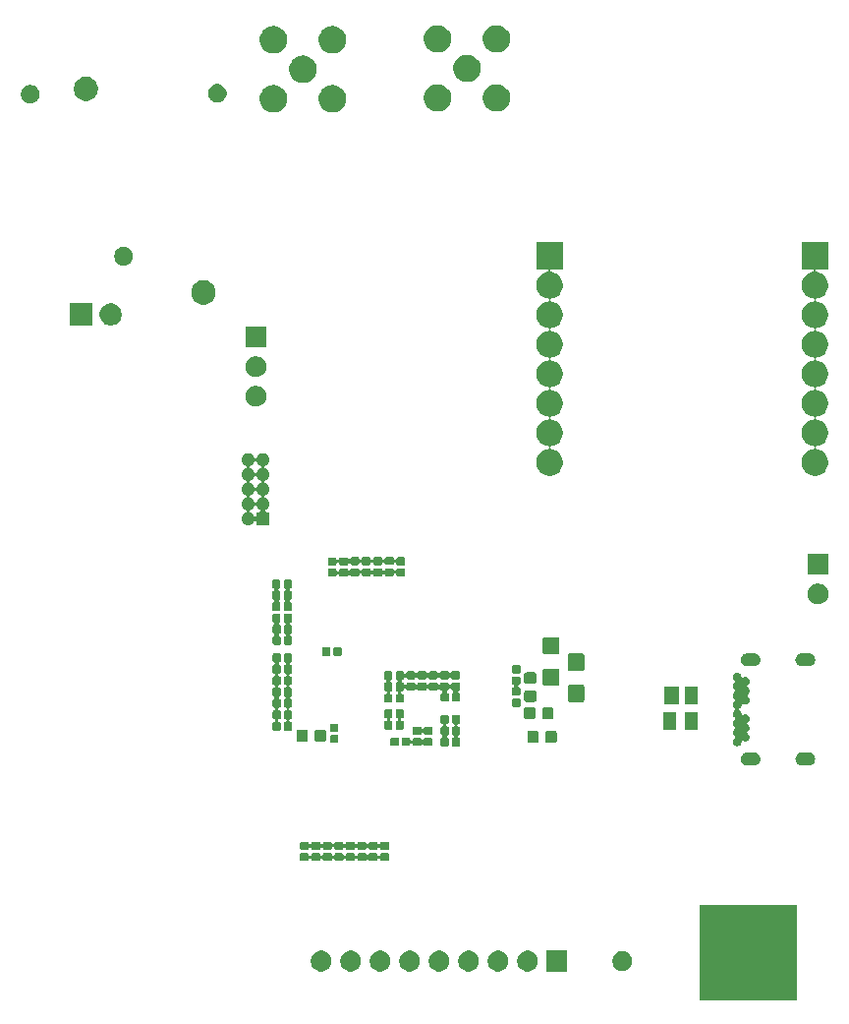
<source format=gbr>
G04 #@! TF.GenerationSoftware,KiCad,Pcbnew,(5.1.5-0-10_14)*
G04 #@! TF.CreationDate,2021-01-28T08:30:45+01:00*
G04 #@! TF.ProjectId,BEASTH7_01,42454153-5448-4375-9f30-312e6b696361,rev?*
G04 #@! TF.SameCoordinates,Original*
G04 #@! TF.FileFunction,Soldermask,Bot*
G04 #@! TF.FilePolarity,Negative*
%FSLAX46Y46*%
G04 Gerber Fmt 4.6, Leading zero omitted, Abs format (unit mm)*
G04 Created by KiCad (PCBNEW (5.1.5-0-10_14)) date 2021-01-28 08:30:45*
%MOMM*%
%LPD*%
G04 APERTURE LIST*
%ADD10C,0.100000*%
G04 APERTURE END LIST*
D10*
G36*
X156800000Y-155700000D02*
G01*
X148500000Y-155700000D01*
X148500000Y-147600000D01*
X156800000Y-147600000D01*
X156800000Y-155700000D01*
G37*
X156800000Y-155700000D02*
X148500000Y-155700000D01*
X148500000Y-147600000D01*
X156800000Y-147600000D01*
X156800000Y-155700000D01*
G36*
X137116120Y-153336560D02*
G01*
X135314120Y-153336560D01*
X135314120Y-151534560D01*
X137116120Y-151534560D01*
X137116120Y-153336560D01*
G37*
G36*
X133788632Y-151539487D02*
G01*
X133937932Y-151569184D01*
X134101904Y-151637104D01*
X134249474Y-151735707D01*
X134374973Y-151861206D01*
X134473576Y-152008776D01*
X134541496Y-152172748D01*
X134576120Y-152346819D01*
X134576120Y-152524301D01*
X134541496Y-152698372D01*
X134473576Y-152862344D01*
X134374973Y-153009914D01*
X134249474Y-153135413D01*
X134101904Y-153234016D01*
X133937932Y-153301936D01*
X133788632Y-153331633D01*
X133763862Y-153336560D01*
X133586378Y-153336560D01*
X133561608Y-153331633D01*
X133412308Y-153301936D01*
X133248336Y-153234016D01*
X133100766Y-153135413D01*
X132975267Y-153009914D01*
X132876664Y-152862344D01*
X132808744Y-152698372D01*
X132774120Y-152524301D01*
X132774120Y-152346819D01*
X132808744Y-152172748D01*
X132876664Y-152008776D01*
X132975267Y-151861206D01*
X133100766Y-151735707D01*
X133248336Y-151637104D01*
X133412308Y-151569184D01*
X133561608Y-151539487D01*
X133586378Y-151534560D01*
X133763862Y-151534560D01*
X133788632Y-151539487D01*
G37*
G36*
X131248632Y-151539487D02*
G01*
X131397932Y-151569184D01*
X131561904Y-151637104D01*
X131709474Y-151735707D01*
X131834973Y-151861206D01*
X131933576Y-152008776D01*
X132001496Y-152172748D01*
X132036120Y-152346819D01*
X132036120Y-152524301D01*
X132001496Y-152698372D01*
X131933576Y-152862344D01*
X131834973Y-153009914D01*
X131709474Y-153135413D01*
X131561904Y-153234016D01*
X131397932Y-153301936D01*
X131248632Y-153331633D01*
X131223862Y-153336560D01*
X131046378Y-153336560D01*
X131021608Y-153331633D01*
X130872308Y-153301936D01*
X130708336Y-153234016D01*
X130560766Y-153135413D01*
X130435267Y-153009914D01*
X130336664Y-152862344D01*
X130268744Y-152698372D01*
X130234120Y-152524301D01*
X130234120Y-152346819D01*
X130268744Y-152172748D01*
X130336664Y-152008776D01*
X130435267Y-151861206D01*
X130560766Y-151735707D01*
X130708336Y-151637104D01*
X130872308Y-151569184D01*
X131021608Y-151539487D01*
X131046378Y-151534560D01*
X131223862Y-151534560D01*
X131248632Y-151539487D01*
G37*
G36*
X128708632Y-151539487D02*
G01*
X128857932Y-151569184D01*
X129021904Y-151637104D01*
X129169474Y-151735707D01*
X129294973Y-151861206D01*
X129393576Y-152008776D01*
X129461496Y-152172748D01*
X129496120Y-152346819D01*
X129496120Y-152524301D01*
X129461496Y-152698372D01*
X129393576Y-152862344D01*
X129294973Y-153009914D01*
X129169474Y-153135413D01*
X129021904Y-153234016D01*
X128857932Y-153301936D01*
X128708632Y-153331633D01*
X128683862Y-153336560D01*
X128506378Y-153336560D01*
X128481608Y-153331633D01*
X128332308Y-153301936D01*
X128168336Y-153234016D01*
X128020766Y-153135413D01*
X127895267Y-153009914D01*
X127796664Y-152862344D01*
X127728744Y-152698372D01*
X127694120Y-152524301D01*
X127694120Y-152346819D01*
X127728744Y-152172748D01*
X127796664Y-152008776D01*
X127895267Y-151861206D01*
X128020766Y-151735707D01*
X128168336Y-151637104D01*
X128332308Y-151569184D01*
X128481608Y-151539487D01*
X128506378Y-151534560D01*
X128683862Y-151534560D01*
X128708632Y-151539487D01*
G37*
G36*
X126168632Y-151539487D02*
G01*
X126317932Y-151569184D01*
X126481904Y-151637104D01*
X126629474Y-151735707D01*
X126754973Y-151861206D01*
X126853576Y-152008776D01*
X126921496Y-152172748D01*
X126956120Y-152346819D01*
X126956120Y-152524301D01*
X126921496Y-152698372D01*
X126853576Y-152862344D01*
X126754973Y-153009914D01*
X126629474Y-153135413D01*
X126481904Y-153234016D01*
X126317932Y-153301936D01*
X126168632Y-153331633D01*
X126143862Y-153336560D01*
X125966378Y-153336560D01*
X125941608Y-153331633D01*
X125792308Y-153301936D01*
X125628336Y-153234016D01*
X125480766Y-153135413D01*
X125355267Y-153009914D01*
X125256664Y-152862344D01*
X125188744Y-152698372D01*
X125154120Y-152524301D01*
X125154120Y-152346819D01*
X125188744Y-152172748D01*
X125256664Y-152008776D01*
X125355267Y-151861206D01*
X125480766Y-151735707D01*
X125628336Y-151637104D01*
X125792308Y-151569184D01*
X125941608Y-151539487D01*
X125966378Y-151534560D01*
X126143862Y-151534560D01*
X126168632Y-151539487D01*
G37*
G36*
X123628632Y-151539487D02*
G01*
X123777932Y-151569184D01*
X123941904Y-151637104D01*
X124089474Y-151735707D01*
X124214973Y-151861206D01*
X124313576Y-152008776D01*
X124381496Y-152172748D01*
X124416120Y-152346819D01*
X124416120Y-152524301D01*
X124381496Y-152698372D01*
X124313576Y-152862344D01*
X124214973Y-153009914D01*
X124089474Y-153135413D01*
X123941904Y-153234016D01*
X123777932Y-153301936D01*
X123628632Y-153331633D01*
X123603862Y-153336560D01*
X123426378Y-153336560D01*
X123401608Y-153331633D01*
X123252308Y-153301936D01*
X123088336Y-153234016D01*
X122940766Y-153135413D01*
X122815267Y-153009914D01*
X122716664Y-152862344D01*
X122648744Y-152698372D01*
X122614120Y-152524301D01*
X122614120Y-152346819D01*
X122648744Y-152172748D01*
X122716664Y-152008776D01*
X122815267Y-151861206D01*
X122940766Y-151735707D01*
X123088336Y-151637104D01*
X123252308Y-151569184D01*
X123401608Y-151539487D01*
X123426378Y-151534560D01*
X123603862Y-151534560D01*
X123628632Y-151539487D01*
G37*
G36*
X121088632Y-151539487D02*
G01*
X121237932Y-151569184D01*
X121401904Y-151637104D01*
X121549474Y-151735707D01*
X121674973Y-151861206D01*
X121773576Y-152008776D01*
X121841496Y-152172748D01*
X121876120Y-152346819D01*
X121876120Y-152524301D01*
X121841496Y-152698372D01*
X121773576Y-152862344D01*
X121674973Y-153009914D01*
X121549474Y-153135413D01*
X121401904Y-153234016D01*
X121237932Y-153301936D01*
X121088632Y-153331633D01*
X121063862Y-153336560D01*
X120886378Y-153336560D01*
X120861608Y-153331633D01*
X120712308Y-153301936D01*
X120548336Y-153234016D01*
X120400766Y-153135413D01*
X120275267Y-153009914D01*
X120176664Y-152862344D01*
X120108744Y-152698372D01*
X120074120Y-152524301D01*
X120074120Y-152346819D01*
X120108744Y-152172748D01*
X120176664Y-152008776D01*
X120275267Y-151861206D01*
X120400766Y-151735707D01*
X120548336Y-151637104D01*
X120712308Y-151569184D01*
X120861608Y-151539487D01*
X120886378Y-151534560D01*
X121063862Y-151534560D01*
X121088632Y-151539487D01*
G37*
G36*
X118548632Y-151539487D02*
G01*
X118697932Y-151569184D01*
X118861904Y-151637104D01*
X119009474Y-151735707D01*
X119134973Y-151861206D01*
X119233576Y-152008776D01*
X119301496Y-152172748D01*
X119336120Y-152346819D01*
X119336120Y-152524301D01*
X119301496Y-152698372D01*
X119233576Y-152862344D01*
X119134973Y-153009914D01*
X119009474Y-153135413D01*
X118861904Y-153234016D01*
X118697932Y-153301936D01*
X118548632Y-153331633D01*
X118523862Y-153336560D01*
X118346378Y-153336560D01*
X118321608Y-153331633D01*
X118172308Y-153301936D01*
X118008336Y-153234016D01*
X117860766Y-153135413D01*
X117735267Y-153009914D01*
X117636664Y-152862344D01*
X117568744Y-152698372D01*
X117534120Y-152524301D01*
X117534120Y-152346819D01*
X117568744Y-152172748D01*
X117636664Y-152008776D01*
X117735267Y-151861206D01*
X117860766Y-151735707D01*
X118008336Y-151637104D01*
X118172308Y-151569184D01*
X118321608Y-151539487D01*
X118346378Y-151534560D01*
X118523862Y-151534560D01*
X118548632Y-151539487D01*
G37*
G36*
X116008632Y-151539487D02*
G01*
X116157932Y-151569184D01*
X116321904Y-151637104D01*
X116469474Y-151735707D01*
X116594973Y-151861206D01*
X116693576Y-152008776D01*
X116761496Y-152172748D01*
X116796120Y-152346819D01*
X116796120Y-152524301D01*
X116761496Y-152698372D01*
X116693576Y-152862344D01*
X116594973Y-153009914D01*
X116469474Y-153135413D01*
X116321904Y-153234016D01*
X116157932Y-153301936D01*
X116008632Y-153331633D01*
X115983862Y-153336560D01*
X115806378Y-153336560D01*
X115781608Y-153331633D01*
X115632308Y-153301936D01*
X115468336Y-153234016D01*
X115320766Y-153135413D01*
X115195267Y-153009914D01*
X115096664Y-152862344D01*
X115028744Y-152698372D01*
X114994120Y-152524301D01*
X114994120Y-152346819D01*
X115028744Y-152172748D01*
X115096664Y-152008776D01*
X115195267Y-151861206D01*
X115320766Y-151735707D01*
X115468336Y-151637104D01*
X115632308Y-151569184D01*
X115781608Y-151539487D01*
X115806378Y-151534560D01*
X115983862Y-151534560D01*
X116008632Y-151539487D01*
G37*
G36*
X142081828Y-151607103D02*
G01*
X142236700Y-151671253D01*
X142376081Y-151764385D01*
X142494615Y-151882919D01*
X142587747Y-152022300D01*
X142651897Y-152177172D01*
X142684600Y-152341584D01*
X142684600Y-152509216D01*
X142651897Y-152673628D01*
X142587747Y-152828500D01*
X142494615Y-152967881D01*
X142376081Y-153086415D01*
X142236700Y-153179547D01*
X142081828Y-153243697D01*
X141917416Y-153276400D01*
X141749784Y-153276400D01*
X141585372Y-153243697D01*
X141430500Y-153179547D01*
X141291119Y-153086415D01*
X141172585Y-152967881D01*
X141079453Y-152828500D01*
X141015303Y-152673628D01*
X140982600Y-152509216D01*
X140982600Y-152341584D01*
X141015303Y-152177172D01*
X141079453Y-152022300D01*
X141172585Y-151882919D01*
X141291119Y-151764385D01*
X141430500Y-151671253D01*
X141585372Y-151607103D01*
X141749784Y-151574400D01*
X141917416Y-151574400D01*
X142081828Y-151607103D01*
G37*
G36*
X116715538Y-143141316D02*
G01*
X116736157Y-143147571D01*
X116755153Y-143157724D01*
X116771808Y-143171392D01*
X116785476Y-143188047D01*
X116795629Y-143207043D01*
X116801884Y-143227662D01*
X116804621Y-143255454D01*
X116809401Y-143279487D01*
X116818778Y-143302126D01*
X116832392Y-143322501D01*
X116849719Y-143339828D01*
X116870093Y-143353442D01*
X116892732Y-143362819D01*
X116916765Y-143367600D01*
X116941269Y-143367600D01*
X116965302Y-143362820D01*
X116987941Y-143353443D01*
X117008316Y-143339829D01*
X117025643Y-143322502D01*
X117039257Y-143302128D01*
X117048634Y-143279489D01*
X117053415Y-143255455D01*
X117055916Y-143230062D01*
X117062171Y-143209443D01*
X117072324Y-143190447D01*
X117085992Y-143173792D01*
X117102647Y-143160124D01*
X117121643Y-143149971D01*
X117142262Y-143143716D01*
X117169840Y-143141000D01*
X117678560Y-143141000D01*
X117706138Y-143143716D01*
X117726757Y-143149971D01*
X117745753Y-143160124D01*
X117762408Y-143173792D01*
X117776076Y-143190447D01*
X117786229Y-143209443D01*
X117792484Y-143230062D01*
X117794985Y-143255455D01*
X117799766Y-143279489D01*
X117809143Y-143302127D01*
X117822757Y-143322502D01*
X117840084Y-143339829D01*
X117860458Y-143353442D01*
X117883097Y-143362820D01*
X117907130Y-143367600D01*
X117931634Y-143367600D01*
X117955668Y-143362819D01*
X117978306Y-143353442D01*
X117998681Y-143339828D01*
X118016008Y-143322501D01*
X118029621Y-143302127D01*
X118038999Y-143279488D01*
X118043779Y-143255454D01*
X118046516Y-143227662D01*
X118052771Y-143207043D01*
X118062924Y-143188047D01*
X118076592Y-143171392D01*
X118093247Y-143157724D01*
X118112243Y-143147571D01*
X118132862Y-143141316D01*
X118160440Y-143138600D01*
X118669160Y-143138600D01*
X118696738Y-143141316D01*
X118717357Y-143147571D01*
X118736353Y-143157724D01*
X118753008Y-143171392D01*
X118766676Y-143188047D01*
X118776829Y-143207043D01*
X118783084Y-143227662D01*
X118785821Y-143255454D01*
X118790601Y-143279487D01*
X118799978Y-143302126D01*
X118813592Y-143322501D01*
X118830919Y-143339828D01*
X118851293Y-143353442D01*
X118873932Y-143362819D01*
X118897965Y-143367600D01*
X118922469Y-143367600D01*
X118946502Y-143362820D01*
X118969141Y-143353443D01*
X118989516Y-143339829D01*
X119006843Y-143322502D01*
X119020457Y-143302128D01*
X119029834Y-143279489D01*
X119034615Y-143255455D01*
X119037116Y-143230062D01*
X119043371Y-143209443D01*
X119053524Y-143190447D01*
X119067192Y-143173792D01*
X119083847Y-143160124D01*
X119102843Y-143149971D01*
X119123462Y-143143716D01*
X119151040Y-143141000D01*
X119659760Y-143141000D01*
X119687338Y-143143716D01*
X119707957Y-143149971D01*
X119726953Y-143160124D01*
X119743608Y-143173792D01*
X119757276Y-143190447D01*
X119767430Y-143209444D01*
X119768019Y-143211386D01*
X119777396Y-143234025D01*
X119791010Y-143254400D01*
X119808337Y-143271727D01*
X119828711Y-143285341D01*
X119851350Y-143294718D01*
X119875383Y-143299499D01*
X119899887Y-143299499D01*
X119923920Y-143294719D01*
X119946559Y-143285342D01*
X119966934Y-143271728D01*
X119984261Y-143254401D01*
X119997875Y-143234027D01*
X120007253Y-143211386D01*
X120008570Y-143207044D01*
X120018724Y-143188047D01*
X120032392Y-143171392D01*
X120049047Y-143157724D01*
X120068043Y-143147571D01*
X120088662Y-143141316D01*
X120116240Y-143138600D01*
X120624960Y-143138600D01*
X120652538Y-143141316D01*
X120673157Y-143147571D01*
X120692153Y-143157724D01*
X120708808Y-143171392D01*
X120722476Y-143188047D01*
X120732629Y-143207043D01*
X120738884Y-143227662D01*
X120741621Y-143255454D01*
X120746401Y-143279487D01*
X120755778Y-143302126D01*
X120769392Y-143322501D01*
X120786719Y-143339828D01*
X120807093Y-143353442D01*
X120829732Y-143362819D01*
X120853765Y-143367600D01*
X120878269Y-143367600D01*
X120902302Y-143362820D01*
X120924941Y-143353443D01*
X120945316Y-143339829D01*
X120962643Y-143322502D01*
X120976257Y-143302128D01*
X120985634Y-143279489D01*
X120990415Y-143255455D01*
X120992916Y-143230062D01*
X120999171Y-143209443D01*
X121009324Y-143190447D01*
X121022992Y-143173792D01*
X121039647Y-143160124D01*
X121058643Y-143149971D01*
X121079262Y-143143716D01*
X121106840Y-143141000D01*
X121615560Y-143141000D01*
X121643138Y-143143716D01*
X121663757Y-143149971D01*
X121682753Y-143160124D01*
X121699408Y-143173792D01*
X121713076Y-143190447D01*
X121723229Y-143209443D01*
X121729484Y-143230062D01*
X121732200Y-143257640D01*
X121732200Y-143716360D01*
X121729484Y-143743938D01*
X121723229Y-143764557D01*
X121713076Y-143783553D01*
X121699408Y-143800208D01*
X121682753Y-143813876D01*
X121663757Y-143824029D01*
X121643138Y-143830284D01*
X121615560Y-143833000D01*
X121106840Y-143833000D01*
X121079262Y-143830284D01*
X121058643Y-143824029D01*
X121039647Y-143813876D01*
X121022992Y-143800208D01*
X121009324Y-143783553D01*
X120999171Y-143764557D01*
X120992916Y-143743938D01*
X120990179Y-143716146D01*
X120985399Y-143692113D01*
X120976022Y-143669474D01*
X120962408Y-143649099D01*
X120945081Y-143631772D01*
X120924707Y-143618158D01*
X120902068Y-143608781D01*
X120878035Y-143604000D01*
X120853531Y-143604000D01*
X120829498Y-143608780D01*
X120806859Y-143618157D01*
X120786484Y-143631771D01*
X120769157Y-143649098D01*
X120755543Y-143669472D01*
X120746166Y-143692111D01*
X120741385Y-143716145D01*
X120738884Y-143741538D01*
X120732629Y-143762157D01*
X120722476Y-143781153D01*
X120708808Y-143797808D01*
X120692153Y-143811476D01*
X120673157Y-143821629D01*
X120652538Y-143827884D01*
X120624960Y-143830600D01*
X120116240Y-143830600D01*
X120088662Y-143827884D01*
X120068043Y-143821629D01*
X120049047Y-143811476D01*
X120032392Y-143797808D01*
X120018724Y-143781153D01*
X120008570Y-143762156D01*
X120007981Y-143760214D01*
X119998604Y-143737575D01*
X119984990Y-143717200D01*
X119967663Y-143699873D01*
X119947289Y-143686259D01*
X119924650Y-143676882D01*
X119900617Y-143672101D01*
X119876113Y-143672101D01*
X119852080Y-143676881D01*
X119829441Y-143686258D01*
X119809066Y-143699872D01*
X119791739Y-143717199D01*
X119778125Y-143737573D01*
X119768747Y-143760214D01*
X119767430Y-143764556D01*
X119757276Y-143783553D01*
X119743608Y-143800208D01*
X119726953Y-143813876D01*
X119707957Y-143824029D01*
X119687338Y-143830284D01*
X119659760Y-143833000D01*
X119151040Y-143833000D01*
X119123462Y-143830284D01*
X119102843Y-143824029D01*
X119083847Y-143813876D01*
X119067192Y-143800208D01*
X119053524Y-143783553D01*
X119043371Y-143764557D01*
X119037116Y-143743938D01*
X119034379Y-143716146D01*
X119029599Y-143692113D01*
X119020222Y-143669474D01*
X119006608Y-143649099D01*
X118989281Y-143631772D01*
X118968907Y-143618158D01*
X118946268Y-143608781D01*
X118922235Y-143604000D01*
X118897731Y-143604000D01*
X118873698Y-143608780D01*
X118851059Y-143618157D01*
X118830684Y-143631771D01*
X118813357Y-143649098D01*
X118799743Y-143669472D01*
X118790366Y-143692111D01*
X118785585Y-143716145D01*
X118783084Y-143741538D01*
X118776829Y-143762157D01*
X118766676Y-143781153D01*
X118753008Y-143797808D01*
X118736353Y-143811476D01*
X118717357Y-143821629D01*
X118696738Y-143827884D01*
X118669160Y-143830600D01*
X118160440Y-143830600D01*
X118132862Y-143827884D01*
X118112243Y-143821629D01*
X118093247Y-143811476D01*
X118076592Y-143797808D01*
X118062924Y-143781153D01*
X118052771Y-143762157D01*
X118046516Y-143741538D01*
X118044015Y-143716145D01*
X118039234Y-143692111D01*
X118029857Y-143669473D01*
X118016243Y-143649098D01*
X117998916Y-143631771D01*
X117978542Y-143618158D01*
X117955903Y-143608780D01*
X117931870Y-143604000D01*
X117907366Y-143604000D01*
X117883332Y-143608781D01*
X117860694Y-143618158D01*
X117840319Y-143631772D01*
X117822992Y-143649099D01*
X117809379Y-143669473D01*
X117800001Y-143692112D01*
X117795221Y-143716146D01*
X117792484Y-143743938D01*
X117786229Y-143764557D01*
X117776076Y-143783553D01*
X117762408Y-143800208D01*
X117745753Y-143813876D01*
X117726757Y-143824029D01*
X117706138Y-143830284D01*
X117678560Y-143833000D01*
X117169840Y-143833000D01*
X117142262Y-143830284D01*
X117121643Y-143824029D01*
X117102647Y-143813876D01*
X117085992Y-143800208D01*
X117072324Y-143783553D01*
X117062171Y-143764557D01*
X117055916Y-143743938D01*
X117053179Y-143716146D01*
X117048399Y-143692113D01*
X117039022Y-143669474D01*
X117025408Y-143649099D01*
X117008081Y-143631772D01*
X116987707Y-143618158D01*
X116965068Y-143608781D01*
X116941035Y-143604000D01*
X116916531Y-143604000D01*
X116892498Y-143608780D01*
X116869859Y-143618157D01*
X116849484Y-143631771D01*
X116832157Y-143649098D01*
X116818543Y-143669472D01*
X116809166Y-143692111D01*
X116804385Y-143716145D01*
X116801884Y-143741538D01*
X116795629Y-143762157D01*
X116785476Y-143781153D01*
X116771808Y-143797808D01*
X116755153Y-143811476D01*
X116736157Y-143821629D01*
X116715538Y-143827884D01*
X116687960Y-143830600D01*
X116179240Y-143830600D01*
X116151662Y-143827884D01*
X116131043Y-143821629D01*
X116112047Y-143811476D01*
X116095392Y-143797808D01*
X116081724Y-143781153D01*
X116071571Y-143762157D01*
X116065316Y-143741538D01*
X116062815Y-143716145D01*
X116058034Y-143692111D01*
X116048657Y-143669473D01*
X116035043Y-143649098D01*
X116017716Y-143631771D01*
X115997342Y-143618158D01*
X115974703Y-143608780D01*
X115950670Y-143604000D01*
X115926166Y-143604000D01*
X115902132Y-143608781D01*
X115879494Y-143618158D01*
X115859119Y-143631772D01*
X115841792Y-143649099D01*
X115828179Y-143669473D01*
X115818801Y-143692112D01*
X115814021Y-143716146D01*
X115811284Y-143743938D01*
X115805029Y-143764557D01*
X115794876Y-143783553D01*
X115781208Y-143800208D01*
X115764553Y-143813876D01*
X115745557Y-143824029D01*
X115724938Y-143830284D01*
X115697360Y-143833000D01*
X115188640Y-143833000D01*
X115161062Y-143830284D01*
X115140443Y-143824029D01*
X115121447Y-143813876D01*
X115104792Y-143800208D01*
X115091124Y-143783553D01*
X115080971Y-143764557D01*
X115074716Y-143743938D01*
X115072097Y-143717345D01*
X115067317Y-143693312D01*
X115057939Y-143670673D01*
X115044326Y-143650299D01*
X115026999Y-143632972D01*
X115006624Y-143619358D01*
X114983986Y-143609981D01*
X114959952Y-143605200D01*
X114935448Y-143605200D01*
X114911415Y-143609980D01*
X114888776Y-143619358D01*
X114868402Y-143632971D01*
X114851075Y-143650298D01*
X114837461Y-143670673D01*
X114828084Y-143693311D01*
X114823303Y-143717345D01*
X114820684Y-143743938D01*
X114814429Y-143764557D01*
X114804276Y-143783553D01*
X114790608Y-143800208D01*
X114773953Y-143813876D01*
X114754957Y-143824029D01*
X114734338Y-143830284D01*
X114706760Y-143833000D01*
X114198040Y-143833000D01*
X114170462Y-143830284D01*
X114149843Y-143824029D01*
X114130847Y-143813876D01*
X114114192Y-143800208D01*
X114100524Y-143783553D01*
X114090371Y-143764557D01*
X114084116Y-143743938D01*
X114081400Y-143716360D01*
X114081400Y-143257640D01*
X114084116Y-143230062D01*
X114090371Y-143209443D01*
X114100524Y-143190447D01*
X114114192Y-143173792D01*
X114130847Y-143160124D01*
X114149843Y-143149971D01*
X114170462Y-143143716D01*
X114198040Y-143141000D01*
X114706760Y-143141000D01*
X114734338Y-143143716D01*
X114754957Y-143149971D01*
X114773953Y-143160124D01*
X114790608Y-143173792D01*
X114804276Y-143190447D01*
X114814429Y-143209443D01*
X114820684Y-143230062D01*
X114823303Y-143256655D01*
X114828083Y-143280688D01*
X114837461Y-143303327D01*
X114851074Y-143323701D01*
X114868401Y-143341028D01*
X114888776Y-143354642D01*
X114911414Y-143364019D01*
X114935448Y-143368800D01*
X114959952Y-143368800D01*
X114983985Y-143364020D01*
X115006624Y-143354642D01*
X115026998Y-143341029D01*
X115044325Y-143323702D01*
X115057939Y-143303327D01*
X115067316Y-143280689D01*
X115072097Y-143256655D01*
X115074716Y-143230062D01*
X115080971Y-143209443D01*
X115091124Y-143190447D01*
X115104792Y-143173792D01*
X115121447Y-143160124D01*
X115140443Y-143149971D01*
X115161062Y-143143716D01*
X115188640Y-143141000D01*
X115697360Y-143141000D01*
X115724938Y-143143716D01*
X115745557Y-143149971D01*
X115764553Y-143160124D01*
X115781208Y-143173792D01*
X115794876Y-143190447D01*
X115805029Y-143209443D01*
X115811284Y-143230062D01*
X115813785Y-143255455D01*
X115818566Y-143279489D01*
X115827943Y-143302127D01*
X115841557Y-143322502D01*
X115858884Y-143339829D01*
X115879258Y-143353442D01*
X115901897Y-143362820D01*
X115925930Y-143367600D01*
X115950434Y-143367600D01*
X115974468Y-143362819D01*
X115997106Y-143353442D01*
X116017481Y-143339828D01*
X116034808Y-143322501D01*
X116048421Y-143302127D01*
X116057799Y-143279488D01*
X116062579Y-143255454D01*
X116065316Y-143227662D01*
X116071571Y-143207043D01*
X116081724Y-143188047D01*
X116095392Y-143171392D01*
X116112047Y-143157724D01*
X116131043Y-143147571D01*
X116151662Y-143141316D01*
X116179240Y-143138600D01*
X116687960Y-143138600D01*
X116715538Y-143141316D01*
G37*
G36*
X116715538Y-142171316D02*
G01*
X116736157Y-142177571D01*
X116755153Y-142187724D01*
X116771808Y-142201392D01*
X116785476Y-142218047D01*
X116795629Y-142237043D01*
X116801884Y-142257662D01*
X116804621Y-142285454D01*
X116809401Y-142309487D01*
X116818778Y-142332126D01*
X116832392Y-142352501D01*
X116849719Y-142369828D01*
X116870093Y-142383442D01*
X116892732Y-142392819D01*
X116916765Y-142397600D01*
X116941269Y-142397600D01*
X116965302Y-142392820D01*
X116987941Y-142383443D01*
X117008316Y-142369829D01*
X117025643Y-142352502D01*
X117039257Y-142332128D01*
X117048634Y-142309489D01*
X117053415Y-142285455D01*
X117055916Y-142260062D01*
X117062171Y-142239443D01*
X117072324Y-142220447D01*
X117085992Y-142203792D01*
X117102647Y-142190124D01*
X117121643Y-142179971D01*
X117142262Y-142173716D01*
X117169840Y-142171000D01*
X117678560Y-142171000D01*
X117706138Y-142173716D01*
X117726757Y-142179971D01*
X117745753Y-142190124D01*
X117762408Y-142203792D01*
X117776076Y-142220447D01*
X117786229Y-142239443D01*
X117792484Y-142260062D01*
X117794985Y-142285455D01*
X117799766Y-142309489D01*
X117809143Y-142332127D01*
X117822757Y-142352502D01*
X117840084Y-142369829D01*
X117860458Y-142383442D01*
X117883097Y-142392820D01*
X117907130Y-142397600D01*
X117931634Y-142397600D01*
X117955668Y-142392819D01*
X117978306Y-142383442D01*
X117998681Y-142369828D01*
X118016008Y-142352501D01*
X118029621Y-142332127D01*
X118038999Y-142309488D01*
X118043779Y-142285454D01*
X118046516Y-142257662D01*
X118052771Y-142237043D01*
X118062924Y-142218047D01*
X118076592Y-142201392D01*
X118093247Y-142187724D01*
X118112243Y-142177571D01*
X118132862Y-142171316D01*
X118160440Y-142168600D01*
X118669160Y-142168600D01*
X118696738Y-142171316D01*
X118717357Y-142177571D01*
X118736353Y-142187724D01*
X118753008Y-142201392D01*
X118766676Y-142218047D01*
X118776829Y-142237043D01*
X118783084Y-142257662D01*
X118785821Y-142285454D01*
X118790601Y-142309487D01*
X118799978Y-142332126D01*
X118813592Y-142352501D01*
X118830919Y-142369828D01*
X118851293Y-142383442D01*
X118873932Y-142392819D01*
X118897965Y-142397600D01*
X118922469Y-142397600D01*
X118946502Y-142392820D01*
X118969141Y-142383443D01*
X118989516Y-142369829D01*
X119006843Y-142352502D01*
X119020457Y-142332128D01*
X119029834Y-142309489D01*
X119034615Y-142285455D01*
X119037116Y-142260062D01*
X119043371Y-142239443D01*
X119053524Y-142220447D01*
X119067192Y-142203792D01*
X119083847Y-142190124D01*
X119102843Y-142179971D01*
X119123462Y-142173716D01*
X119151040Y-142171000D01*
X119659760Y-142171000D01*
X119687338Y-142173716D01*
X119707957Y-142179971D01*
X119726953Y-142190124D01*
X119743608Y-142203792D01*
X119757276Y-142220447D01*
X119767430Y-142239444D01*
X119768019Y-142241386D01*
X119777396Y-142264025D01*
X119791010Y-142284400D01*
X119808337Y-142301727D01*
X119828711Y-142315341D01*
X119851350Y-142324718D01*
X119875383Y-142329499D01*
X119899887Y-142329499D01*
X119923920Y-142324719D01*
X119946559Y-142315342D01*
X119966934Y-142301728D01*
X119984261Y-142284401D01*
X119997875Y-142264027D01*
X120007253Y-142241386D01*
X120008570Y-142237044D01*
X120018724Y-142218047D01*
X120032392Y-142201392D01*
X120049047Y-142187724D01*
X120068043Y-142177571D01*
X120088662Y-142171316D01*
X120116240Y-142168600D01*
X120624960Y-142168600D01*
X120652538Y-142171316D01*
X120673157Y-142177571D01*
X120692153Y-142187724D01*
X120708808Y-142201392D01*
X120722476Y-142218047D01*
X120732629Y-142237043D01*
X120738884Y-142257662D01*
X120741621Y-142285454D01*
X120746401Y-142309487D01*
X120755778Y-142332126D01*
X120769392Y-142352501D01*
X120786719Y-142369828D01*
X120807093Y-142383442D01*
X120829732Y-142392819D01*
X120853765Y-142397600D01*
X120878269Y-142397600D01*
X120902302Y-142392820D01*
X120924941Y-142383443D01*
X120945316Y-142369829D01*
X120962643Y-142352502D01*
X120976257Y-142332128D01*
X120985634Y-142309489D01*
X120990415Y-142285455D01*
X120992916Y-142260062D01*
X120999171Y-142239443D01*
X121009324Y-142220447D01*
X121022992Y-142203792D01*
X121039647Y-142190124D01*
X121058643Y-142179971D01*
X121079262Y-142173716D01*
X121106840Y-142171000D01*
X121615560Y-142171000D01*
X121643138Y-142173716D01*
X121663757Y-142179971D01*
X121682753Y-142190124D01*
X121699408Y-142203792D01*
X121713076Y-142220447D01*
X121723229Y-142239443D01*
X121729484Y-142260062D01*
X121732200Y-142287640D01*
X121732200Y-142746360D01*
X121729484Y-142773938D01*
X121723229Y-142794557D01*
X121713076Y-142813553D01*
X121699408Y-142830208D01*
X121682753Y-142843876D01*
X121663757Y-142854029D01*
X121643138Y-142860284D01*
X121615560Y-142863000D01*
X121106840Y-142863000D01*
X121079262Y-142860284D01*
X121058643Y-142854029D01*
X121039647Y-142843876D01*
X121022992Y-142830208D01*
X121009324Y-142813553D01*
X120999171Y-142794557D01*
X120992916Y-142773938D01*
X120990179Y-142746146D01*
X120985399Y-142722113D01*
X120976022Y-142699474D01*
X120962408Y-142679099D01*
X120945081Y-142661772D01*
X120924707Y-142648158D01*
X120902068Y-142638781D01*
X120878035Y-142634000D01*
X120853531Y-142634000D01*
X120829498Y-142638780D01*
X120806859Y-142648157D01*
X120786484Y-142661771D01*
X120769157Y-142679098D01*
X120755543Y-142699472D01*
X120746166Y-142722111D01*
X120741385Y-142746145D01*
X120738884Y-142771538D01*
X120732629Y-142792157D01*
X120722476Y-142811153D01*
X120708808Y-142827808D01*
X120692153Y-142841476D01*
X120673157Y-142851629D01*
X120652538Y-142857884D01*
X120624960Y-142860600D01*
X120116240Y-142860600D01*
X120088662Y-142857884D01*
X120068043Y-142851629D01*
X120049047Y-142841476D01*
X120032392Y-142827808D01*
X120018724Y-142811153D01*
X120008570Y-142792156D01*
X120007981Y-142790214D01*
X119998604Y-142767575D01*
X119984990Y-142747200D01*
X119967663Y-142729873D01*
X119947289Y-142716259D01*
X119924650Y-142706882D01*
X119900617Y-142702101D01*
X119876113Y-142702101D01*
X119852080Y-142706881D01*
X119829441Y-142716258D01*
X119809066Y-142729872D01*
X119791739Y-142747199D01*
X119778125Y-142767573D01*
X119768747Y-142790214D01*
X119767430Y-142794556D01*
X119757276Y-142813553D01*
X119743608Y-142830208D01*
X119726953Y-142843876D01*
X119707957Y-142854029D01*
X119687338Y-142860284D01*
X119659760Y-142863000D01*
X119151040Y-142863000D01*
X119123462Y-142860284D01*
X119102843Y-142854029D01*
X119083847Y-142843876D01*
X119067192Y-142830208D01*
X119053524Y-142813553D01*
X119043371Y-142794557D01*
X119037116Y-142773938D01*
X119034379Y-142746146D01*
X119029599Y-142722113D01*
X119020222Y-142699474D01*
X119006608Y-142679099D01*
X118989281Y-142661772D01*
X118968907Y-142648158D01*
X118946268Y-142638781D01*
X118922235Y-142634000D01*
X118897731Y-142634000D01*
X118873698Y-142638780D01*
X118851059Y-142648157D01*
X118830684Y-142661771D01*
X118813357Y-142679098D01*
X118799743Y-142699472D01*
X118790366Y-142722111D01*
X118785585Y-142746145D01*
X118783084Y-142771538D01*
X118776829Y-142792157D01*
X118766676Y-142811153D01*
X118753008Y-142827808D01*
X118736353Y-142841476D01*
X118717357Y-142851629D01*
X118696738Y-142857884D01*
X118669160Y-142860600D01*
X118160440Y-142860600D01*
X118132862Y-142857884D01*
X118112243Y-142851629D01*
X118093247Y-142841476D01*
X118076592Y-142827808D01*
X118062924Y-142811153D01*
X118052771Y-142792157D01*
X118046516Y-142771538D01*
X118044015Y-142746145D01*
X118039234Y-142722111D01*
X118029857Y-142699473D01*
X118016243Y-142679098D01*
X117998916Y-142661771D01*
X117978542Y-142648158D01*
X117955903Y-142638780D01*
X117931870Y-142634000D01*
X117907366Y-142634000D01*
X117883332Y-142638781D01*
X117860694Y-142648158D01*
X117840319Y-142661772D01*
X117822992Y-142679099D01*
X117809379Y-142699473D01*
X117800001Y-142722112D01*
X117795221Y-142746146D01*
X117792484Y-142773938D01*
X117786229Y-142794557D01*
X117776076Y-142813553D01*
X117762408Y-142830208D01*
X117745753Y-142843876D01*
X117726757Y-142854029D01*
X117706138Y-142860284D01*
X117678560Y-142863000D01*
X117169840Y-142863000D01*
X117142262Y-142860284D01*
X117121643Y-142854029D01*
X117102647Y-142843876D01*
X117085992Y-142830208D01*
X117072324Y-142813553D01*
X117062171Y-142794557D01*
X117055916Y-142773938D01*
X117053179Y-142746146D01*
X117048399Y-142722113D01*
X117039022Y-142699474D01*
X117025408Y-142679099D01*
X117008081Y-142661772D01*
X116987707Y-142648158D01*
X116965068Y-142638781D01*
X116941035Y-142634000D01*
X116916531Y-142634000D01*
X116892498Y-142638780D01*
X116869859Y-142648157D01*
X116849484Y-142661771D01*
X116832157Y-142679098D01*
X116818543Y-142699472D01*
X116809166Y-142722111D01*
X116804385Y-142746145D01*
X116801884Y-142771538D01*
X116795629Y-142792157D01*
X116785476Y-142811153D01*
X116771808Y-142827808D01*
X116755153Y-142841476D01*
X116736157Y-142851629D01*
X116715538Y-142857884D01*
X116687960Y-142860600D01*
X116179240Y-142860600D01*
X116151662Y-142857884D01*
X116131043Y-142851629D01*
X116112047Y-142841476D01*
X116095392Y-142827808D01*
X116081724Y-142811153D01*
X116071571Y-142792157D01*
X116065316Y-142771538D01*
X116062815Y-142746145D01*
X116058034Y-142722111D01*
X116048657Y-142699473D01*
X116035043Y-142679098D01*
X116017716Y-142661771D01*
X115997342Y-142648158D01*
X115974703Y-142638780D01*
X115950670Y-142634000D01*
X115926166Y-142634000D01*
X115902132Y-142638781D01*
X115879494Y-142648158D01*
X115859119Y-142661772D01*
X115841792Y-142679099D01*
X115828179Y-142699473D01*
X115818801Y-142722112D01*
X115814021Y-142746146D01*
X115811284Y-142773938D01*
X115805029Y-142794557D01*
X115794876Y-142813553D01*
X115781208Y-142830208D01*
X115764553Y-142843876D01*
X115745557Y-142854029D01*
X115724938Y-142860284D01*
X115697360Y-142863000D01*
X115188640Y-142863000D01*
X115161062Y-142860284D01*
X115140443Y-142854029D01*
X115121447Y-142843876D01*
X115104792Y-142830208D01*
X115091124Y-142813553D01*
X115080971Y-142794557D01*
X115074716Y-142773938D01*
X115072097Y-142747345D01*
X115067317Y-142723312D01*
X115057939Y-142700673D01*
X115044326Y-142680299D01*
X115026999Y-142662972D01*
X115006624Y-142649358D01*
X114983986Y-142639981D01*
X114959952Y-142635200D01*
X114935448Y-142635200D01*
X114911415Y-142639980D01*
X114888776Y-142649358D01*
X114868402Y-142662971D01*
X114851075Y-142680298D01*
X114837461Y-142700673D01*
X114828084Y-142723311D01*
X114823303Y-142747345D01*
X114820684Y-142773938D01*
X114814429Y-142794557D01*
X114804276Y-142813553D01*
X114790608Y-142830208D01*
X114773953Y-142843876D01*
X114754957Y-142854029D01*
X114734338Y-142860284D01*
X114706760Y-142863000D01*
X114198040Y-142863000D01*
X114170462Y-142860284D01*
X114149843Y-142854029D01*
X114130847Y-142843876D01*
X114114192Y-142830208D01*
X114100524Y-142813553D01*
X114090371Y-142794557D01*
X114084116Y-142773938D01*
X114081400Y-142746360D01*
X114081400Y-142287640D01*
X114084116Y-142260062D01*
X114090371Y-142239443D01*
X114100524Y-142220447D01*
X114114192Y-142203792D01*
X114130847Y-142190124D01*
X114149843Y-142179971D01*
X114170462Y-142173716D01*
X114198040Y-142171000D01*
X114706760Y-142171000D01*
X114734338Y-142173716D01*
X114754957Y-142179971D01*
X114773953Y-142190124D01*
X114790608Y-142203792D01*
X114804276Y-142220447D01*
X114814429Y-142239443D01*
X114820684Y-142260062D01*
X114823303Y-142286655D01*
X114828083Y-142310688D01*
X114837461Y-142333327D01*
X114851074Y-142353701D01*
X114868401Y-142371028D01*
X114888776Y-142384642D01*
X114911414Y-142394019D01*
X114935448Y-142398800D01*
X114959952Y-142398800D01*
X114983985Y-142394020D01*
X115006624Y-142384642D01*
X115026998Y-142371029D01*
X115044325Y-142353702D01*
X115057939Y-142333327D01*
X115067316Y-142310689D01*
X115072097Y-142286655D01*
X115074716Y-142260062D01*
X115080971Y-142239443D01*
X115091124Y-142220447D01*
X115104792Y-142203792D01*
X115121447Y-142190124D01*
X115140443Y-142179971D01*
X115161062Y-142173716D01*
X115188640Y-142171000D01*
X115697360Y-142171000D01*
X115724938Y-142173716D01*
X115745557Y-142179971D01*
X115764553Y-142190124D01*
X115781208Y-142203792D01*
X115794876Y-142220447D01*
X115805029Y-142239443D01*
X115811284Y-142260062D01*
X115813785Y-142285455D01*
X115818566Y-142309489D01*
X115827943Y-142332127D01*
X115841557Y-142352502D01*
X115858884Y-142369829D01*
X115879258Y-142383442D01*
X115901897Y-142392820D01*
X115925930Y-142397600D01*
X115950434Y-142397600D01*
X115974468Y-142392819D01*
X115997106Y-142383442D01*
X116017481Y-142369828D01*
X116034808Y-142352501D01*
X116048421Y-142332127D01*
X116057799Y-142309488D01*
X116062579Y-142285454D01*
X116065316Y-142257662D01*
X116071571Y-142237043D01*
X116081724Y-142218047D01*
X116095392Y-142201392D01*
X116112047Y-142187724D01*
X116131043Y-142177571D01*
X116151662Y-142171316D01*
X116179240Y-142168600D01*
X116687960Y-142168600D01*
X116715538Y-142171316D01*
G37*
G36*
X153289415Y-134486173D02*
G01*
X153393279Y-134517679D01*
X153420455Y-134532205D01*
X153489000Y-134568843D01*
X153572901Y-134637699D01*
X153641757Y-134721600D01*
X153678395Y-134790145D01*
X153692921Y-134817321D01*
X153724427Y-134921185D01*
X153735066Y-135029200D01*
X153724427Y-135137215D01*
X153692921Y-135241079D01*
X153692919Y-135241082D01*
X153641757Y-135336800D01*
X153572901Y-135420701D01*
X153489000Y-135489557D01*
X153420455Y-135526195D01*
X153393279Y-135540721D01*
X153289415Y-135572227D01*
X153208467Y-135580200D01*
X152554333Y-135580200D01*
X152473385Y-135572227D01*
X152369521Y-135540721D01*
X152342345Y-135526195D01*
X152273800Y-135489557D01*
X152189899Y-135420701D01*
X152121043Y-135336800D01*
X152069881Y-135241082D01*
X152069879Y-135241079D01*
X152038373Y-135137215D01*
X152027734Y-135029200D01*
X152038373Y-134921185D01*
X152069879Y-134817321D01*
X152084405Y-134790145D01*
X152121043Y-134721600D01*
X152189899Y-134637699D01*
X152273800Y-134568843D01*
X152342345Y-134532205D01*
X152369521Y-134517679D01*
X152473385Y-134486173D01*
X152554333Y-134478200D01*
X153208467Y-134478200D01*
X153289415Y-134486173D01*
G37*
G36*
X158019415Y-134486173D02*
G01*
X158123279Y-134517679D01*
X158150455Y-134532205D01*
X158219000Y-134568843D01*
X158302901Y-134637699D01*
X158371757Y-134721600D01*
X158408395Y-134790145D01*
X158422921Y-134817321D01*
X158454427Y-134921185D01*
X158465066Y-135029200D01*
X158454427Y-135137215D01*
X158422921Y-135241079D01*
X158422919Y-135241082D01*
X158371757Y-135336800D01*
X158302901Y-135420701D01*
X158219000Y-135489557D01*
X158150455Y-135526195D01*
X158123279Y-135540721D01*
X158019415Y-135572227D01*
X157938467Y-135580200D01*
X157284333Y-135580200D01*
X157203385Y-135572227D01*
X157099521Y-135540721D01*
X157072345Y-135526195D01*
X157003800Y-135489557D01*
X156919899Y-135420701D01*
X156851043Y-135336800D01*
X156799881Y-135241082D01*
X156799879Y-135241079D01*
X156768373Y-135137215D01*
X156757734Y-135029200D01*
X156768373Y-134921185D01*
X156799879Y-134817321D01*
X156814405Y-134790145D01*
X156851043Y-134721600D01*
X156919899Y-134637699D01*
X157003800Y-134568843D01*
X157072345Y-134532205D01*
X157099521Y-134517679D01*
X157203385Y-134486173D01*
X157284333Y-134478200D01*
X157938467Y-134478200D01*
X158019415Y-134486173D01*
G37*
G36*
X127767338Y-131254516D02*
G01*
X127787957Y-131260771D01*
X127806953Y-131270924D01*
X127823608Y-131284592D01*
X127837276Y-131301247D01*
X127847429Y-131320243D01*
X127853684Y-131340862D01*
X127856400Y-131368440D01*
X127856400Y-131877160D01*
X127853684Y-131904738D01*
X127847429Y-131925357D01*
X127837276Y-131944353D01*
X127823608Y-131961008D01*
X127806953Y-131974676D01*
X127787957Y-131984829D01*
X127767338Y-131991084D01*
X127740745Y-131993703D01*
X127716712Y-131998483D01*
X127694073Y-132007861D01*
X127673699Y-132021474D01*
X127656372Y-132038801D01*
X127642758Y-132059176D01*
X127633381Y-132081814D01*
X127628600Y-132105848D01*
X127628600Y-132130352D01*
X127633380Y-132154385D01*
X127642758Y-132177024D01*
X127656371Y-132197398D01*
X127673698Y-132214725D01*
X127694073Y-132228339D01*
X127716711Y-132237716D01*
X127740745Y-132242497D01*
X127767338Y-132245116D01*
X127787957Y-132251371D01*
X127806953Y-132261524D01*
X127823608Y-132275192D01*
X127837276Y-132291847D01*
X127847429Y-132310843D01*
X127853684Y-132331462D01*
X127856400Y-132359040D01*
X127856400Y-132867760D01*
X127853684Y-132895338D01*
X127847429Y-132915957D01*
X127837276Y-132934953D01*
X127823608Y-132951608D01*
X127806953Y-132965276D01*
X127787956Y-132975430D01*
X127784814Y-132976383D01*
X127762175Y-132985760D01*
X127741800Y-132999374D01*
X127724473Y-133016701D01*
X127710859Y-133037075D01*
X127701482Y-133059714D01*
X127696701Y-133083747D01*
X127696701Y-133108251D01*
X127701481Y-133132284D01*
X127710858Y-133154923D01*
X127724472Y-133175298D01*
X127741799Y-133192625D01*
X127762173Y-133206239D01*
X127784814Y-133215617D01*
X127787956Y-133216570D01*
X127806953Y-133226724D01*
X127823608Y-133240392D01*
X127837276Y-133257047D01*
X127847429Y-133276043D01*
X127853684Y-133296662D01*
X127856400Y-133324240D01*
X127856400Y-133832960D01*
X127853684Y-133860538D01*
X127847429Y-133881157D01*
X127837276Y-133900153D01*
X127823608Y-133916808D01*
X127806953Y-133930476D01*
X127787957Y-133940629D01*
X127767338Y-133946884D01*
X127739760Y-133949600D01*
X127281040Y-133949600D01*
X127253462Y-133946884D01*
X127232843Y-133940629D01*
X127213847Y-133930476D01*
X127197192Y-133916808D01*
X127183524Y-133900153D01*
X127173371Y-133881157D01*
X127167116Y-133860538D01*
X127164400Y-133832960D01*
X127164400Y-133324240D01*
X127167116Y-133296662D01*
X127173371Y-133276043D01*
X127183524Y-133257047D01*
X127197192Y-133240392D01*
X127213847Y-133226724D01*
X127232844Y-133216570D01*
X127235986Y-133215617D01*
X127258625Y-133206240D01*
X127279000Y-133192626D01*
X127296327Y-133175299D01*
X127309941Y-133154925D01*
X127319318Y-133132286D01*
X127324099Y-133108253D01*
X127324099Y-133083749D01*
X127319319Y-133059716D01*
X127309942Y-133037077D01*
X127296328Y-133016702D01*
X127279001Y-132999375D01*
X127258627Y-132985761D01*
X127235986Y-132976383D01*
X127232844Y-132975430D01*
X127213847Y-132965276D01*
X127197192Y-132951608D01*
X127183524Y-132934953D01*
X127173371Y-132915957D01*
X127167116Y-132895338D01*
X127164400Y-132867760D01*
X127164400Y-132359040D01*
X127167116Y-132331462D01*
X127173371Y-132310843D01*
X127183524Y-132291847D01*
X127197192Y-132275192D01*
X127213847Y-132261524D01*
X127232843Y-132251371D01*
X127253462Y-132245116D01*
X127280055Y-132242497D01*
X127304088Y-132237717D01*
X127326727Y-132228339D01*
X127347101Y-132214726D01*
X127364428Y-132197399D01*
X127378042Y-132177024D01*
X127387419Y-132154386D01*
X127392200Y-132130352D01*
X127392200Y-132105848D01*
X127387420Y-132081815D01*
X127378042Y-132059176D01*
X127364429Y-132038802D01*
X127347102Y-132021475D01*
X127326727Y-132007861D01*
X127304089Y-131998484D01*
X127280055Y-131993703D01*
X127253462Y-131991084D01*
X127232843Y-131984829D01*
X127213847Y-131974676D01*
X127197192Y-131961008D01*
X127183524Y-131944353D01*
X127173371Y-131925357D01*
X127167116Y-131904738D01*
X127164400Y-131877160D01*
X127164400Y-131368440D01*
X127167116Y-131340862D01*
X127173371Y-131320243D01*
X127183524Y-131301247D01*
X127197192Y-131284592D01*
X127213847Y-131270924D01*
X127232843Y-131260771D01*
X127253462Y-131254516D01*
X127281040Y-131251800D01*
X127739760Y-131251800D01*
X127767338Y-131254516D01*
G37*
G36*
X126797338Y-131254516D02*
G01*
X126817957Y-131260771D01*
X126836953Y-131270924D01*
X126853608Y-131284592D01*
X126867276Y-131301247D01*
X126877429Y-131320243D01*
X126883684Y-131340862D01*
X126886400Y-131368440D01*
X126886400Y-131877160D01*
X126883684Y-131904738D01*
X126877429Y-131925357D01*
X126867276Y-131944353D01*
X126853608Y-131961008D01*
X126836953Y-131974676D01*
X126817957Y-131984829D01*
X126797338Y-131991084D01*
X126770745Y-131993703D01*
X126746712Y-131998483D01*
X126724073Y-132007861D01*
X126703699Y-132021474D01*
X126686372Y-132038801D01*
X126672758Y-132059176D01*
X126663381Y-132081814D01*
X126658600Y-132105848D01*
X126658600Y-132130352D01*
X126663380Y-132154385D01*
X126672758Y-132177024D01*
X126686371Y-132197398D01*
X126703698Y-132214725D01*
X126724073Y-132228339D01*
X126746711Y-132237716D01*
X126770745Y-132242497D01*
X126797338Y-132245116D01*
X126817957Y-132251371D01*
X126836953Y-132261524D01*
X126853608Y-132275192D01*
X126867276Y-132291847D01*
X126877429Y-132310843D01*
X126883684Y-132331462D01*
X126886400Y-132359040D01*
X126886400Y-132867760D01*
X126883684Y-132895338D01*
X126877429Y-132915957D01*
X126867276Y-132934953D01*
X126853608Y-132951608D01*
X126836953Y-132965276D01*
X126817956Y-132975430D01*
X126814814Y-132976383D01*
X126792175Y-132985760D01*
X126771800Y-132999374D01*
X126754473Y-133016701D01*
X126740859Y-133037075D01*
X126731482Y-133059714D01*
X126726701Y-133083747D01*
X126726701Y-133108251D01*
X126731481Y-133132284D01*
X126740858Y-133154923D01*
X126754472Y-133175298D01*
X126771799Y-133192625D01*
X126792173Y-133206239D01*
X126814814Y-133215617D01*
X126817956Y-133216570D01*
X126836953Y-133226724D01*
X126853608Y-133240392D01*
X126867276Y-133257047D01*
X126877429Y-133276043D01*
X126883684Y-133296662D01*
X126886400Y-133324240D01*
X126886400Y-133832960D01*
X126883684Y-133860538D01*
X126877429Y-133881157D01*
X126867276Y-133900153D01*
X126853608Y-133916808D01*
X126836953Y-133930476D01*
X126817957Y-133940629D01*
X126797338Y-133946884D01*
X126769760Y-133949600D01*
X126311040Y-133949600D01*
X126283462Y-133946884D01*
X126262843Y-133940629D01*
X126243847Y-133930476D01*
X126227192Y-133916808D01*
X126213524Y-133900153D01*
X126203371Y-133881157D01*
X126197116Y-133860538D01*
X126194400Y-133832960D01*
X126194400Y-133324240D01*
X126197116Y-133296662D01*
X126203371Y-133276043D01*
X126213524Y-133257047D01*
X126227192Y-133240392D01*
X126243847Y-133226724D01*
X126262844Y-133216570D01*
X126265986Y-133215617D01*
X126288625Y-133206240D01*
X126309000Y-133192626D01*
X126326327Y-133175299D01*
X126339941Y-133154925D01*
X126349318Y-133132286D01*
X126354099Y-133108253D01*
X126354099Y-133083749D01*
X126349319Y-133059716D01*
X126339942Y-133037077D01*
X126326328Y-133016702D01*
X126309001Y-132999375D01*
X126288627Y-132985761D01*
X126265986Y-132976383D01*
X126262844Y-132975430D01*
X126243847Y-132965276D01*
X126227192Y-132951608D01*
X126213524Y-132934953D01*
X126203371Y-132915957D01*
X126197116Y-132895338D01*
X126194400Y-132867760D01*
X126194400Y-132359040D01*
X126197116Y-132331462D01*
X126203371Y-132310843D01*
X126213524Y-132291847D01*
X126227192Y-132275192D01*
X126243847Y-132261524D01*
X126262843Y-132251371D01*
X126283462Y-132245116D01*
X126310055Y-132242497D01*
X126334088Y-132237717D01*
X126356727Y-132228339D01*
X126377101Y-132214726D01*
X126394428Y-132197399D01*
X126408042Y-132177024D01*
X126417419Y-132154386D01*
X126422200Y-132130352D01*
X126422200Y-132105848D01*
X126417420Y-132081815D01*
X126408042Y-132059176D01*
X126394429Y-132038802D01*
X126377102Y-132021475D01*
X126356727Y-132007861D01*
X126334089Y-131998484D01*
X126310055Y-131993703D01*
X126283462Y-131991084D01*
X126262843Y-131984829D01*
X126243847Y-131974676D01*
X126227192Y-131961008D01*
X126213524Y-131944353D01*
X126203371Y-131925357D01*
X126197116Y-131904738D01*
X126194400Y-131877160D01*
X126194400Y-131368440D01*
X126197116Y-131340862D01*
X126203371Y-131320243D01*
X126213524Y-131301247D01*
X126227192Y-131284592D01*
X126243847Y-131270924D01*
X126262843Y-131260771D01*
X126283462Y-131254516D01*
X126311040Y-131251800D01*
X126769760Y-131251800D01*
X126797338Y-131254516D01*
G37*
G36*
X151841072Y-127597649D02*
G01*
X151841074Y-127597650D01*
X151841075Y-127597650D01*
X151909503Y-127625993D01*
X151971086Y-127667142D01*
X152023458Y-127719514D01*
X152064607Y-127781097D01*
X152077504Y-127812235D01*
X152092951Y-127849527D01*
X152107872Y-127924538D01*
X152114985Y-127947986D01*
X152126536Y-127969597D01*
X152142082Y-127988539D01*
X152161024Y-128004084D01*
X152182634Y-128015635D01*
X152206083Y-128022748D01*
X152230469Y-128025150D01*
X152254856Y-128022748D01*
X152278304Y-128015635D01*
X152321726Y-127997649D01*
X152394366Y-127983200D01*
X152468434Y-127983200D01*
X152541072Y-127997649D01*
X152541074Y-127997650D01*
X152541075Y-127997650D01*
X152609503Y-128025993D01*
X152671086Y-128067142D01*
X152723458Y-128119514D01*
X152764607Y-128181097D01*
X152792950Y-128249525D01*
X152792951Y-128249528D01*
X152807400Y-128322166D01*
X152807400Y-128396234D01*
X152793559Y-128465817D01*
X152792950Y-128468875D01*
X152764607Y-128537303D01*
X152723458Y-128598886D01*
X152671086Y-128651258D01*
X152665079Y-128655272D01*
X152646144Y-128670812D01*
X152630599Y-128689753D01*
X152619047Y-128711364D01*
X152611934Y-128734813D01*
X152609532Y-128759199D01*
X152611934Y-128783585D01*
X152619047Y-128807034D01*
X152630597Y-128828645D01*
X152646143Y-128847587D01*
X152665079Y-128863128D01*
X152671086Y-128867142D01*
X152723458Y-128919514D01*
X152764607Y-128981097D01*
X152787845Y-129037200D01*
X152792951Y-129049528D01*
X152807400Y-129122166D01*
X152807400Y-129196234D01*
X152793596Y-129265631D01*
X152792950Y-129268875D01*
X152764607Y-129337303D01*
X152723458Y-129398886D01*
X152671086Y-129451258D01*
X152665079Y-129455272D01*
X152646144Y-129470812D01*
X152630599Y-129489753D01*
X152619047Y-129511364D01*
X152611934Y-129534813D01*
X152609532Y-129559199D01*
X152611934Y-129583585D01*
X152619047Y-129607034D01*
X152630597Y-129628645D01*
X152646143Y-129647587D01*
X152665079Y-129663128D01*
X152671086Y-129667142D01*
X152723458Y-129719514D01*
X152764607Y-129781097D01*
X152783988Y-129827889D01*
X152792951Y-129849528D01*
X152807400Y-129922166D01*
X152807400Y-129996234D01*
X152793235Y-130067445D01*
X152792950Y-130068875D01*
X152764607Y-130137303D01*
X152723458Y-130198886D01*
X152671086Y-130251258D01*
X152609503Y-130292407D01*
X152541075Y-130320750D01*
X152541074Y-130320750D01*
X152541072Y-130320751D01*
X152468434Y-130335200D01*
X152394366Y-130335200D01*
X152321726Y-130320751D01*
X152278304Y-130302765D01*
X152254855Y-130295652D01*
X152230469Y-130293250D01*
X152206083Y-130295652D01*
X152182634Y-130302765D01*
X152161024Y-130314316D01*
X152142082Y-130329861D01*
X152126536Y-130348803D01*
X152114985Y-130370414D01*
X152107872Y-130393862D01*
X152092951Y-130468873D01*
X152092950Y-130468875D01*
X152064607Y-130537303D01*
X152023458Y-130598886D01*
X151971086Y-130651258D01*
X151965079Y-130655272D01*
X151946144Y-130670812D01*
X151930599Y-130689753D01*
X151919047Y-130711364D01*
X151911934Y-130734813D01*
X151909532Y-130759199D01*
X151911934Y-130783585D01*
X151919047Y-130807034D01*
X151930597Y-130828645D01*
X151946143Y-130847587D01*
X151965079Y-130863128D01*
X151971086Y-130867142D01*
X152023458Y-130919514D01*
X152064607Y-130981097D01*
X152082460Y-131024200D01*
X152092951Y-131049527D01*
X152107872Y-131124538D01*
X152114985Y-131147986D01*
X152126536Y-131169597D01*
X152142082Y-131188539D01*
X152161024Y-131204084D01*
X152182634Y-131215635D01*
X152206083Y-131222748D01*
X152230469Y-131225150D01*
X152254856Y-131222748D01*
X152278304Y-131215635D01*
X152321726Y-131197649D01*
X152394366Y-131183200D01*
X152468434Y-131183200D01*
X152541072Y-131197649D01*
X152541074Y-131197650D01*
X152541075Y-131197650D01*
X152609503Y-131225993D01*
X152671086Y-131267142D01*
X152723458Y-131319514D01*
X152764607Y-131381097D01*
X152792950Y-131449525D01*
X152792951Y-131449528D01*
X152807400Y-131522166D01*
X152807400Y-131596234D01*
X152795130Y-131657919D01*
X152792950Y-131668875D01*
X152764607Y-131737303D01*
X152723458Y-131798886D01*
X152671086Y-131851258D01*
X152665079Y-131855272D01*
X152646144Y-131870812D01*
X152630599Y-131889753D01*
X152619047Y-131911364D01*
X152611934Y-131934813D01*
X152609532Y-131959199D01*
X152611934Y-131983585D01*
X152619047Y-132007034D01*
X152630597Y-132028645D01*
X152646143Y-132047587D01*
X152665079Y-132063128D01*
X152671086Y-132067142D01*
X152723458Y-132119514D01*
X152764607Y-132181097D01*
X152792950Y-132249525D01*
X152792951Y-132249528D01*
X152807400Y-132322166D01*
X152807400Y-132396234D01*
X152797185Y-132447588D01*
X152792950Y-132468875D01*
X152764607Y-132537303D01*
X152723458Y-132598886D01*
X152671086Y-132651258D01*
X152665079Y-132655272D01*
X152646144Y-132670812D01*
X152630599Y-132689753D01*
X152619047Y-132711364D01*
X152611934Y-132734813D01*
X152609532Y-132759199D01*
X152611934Y-132783585D01*
X152619047Y-132807034D01*
X152630597Y-132828645D01*
X152646143Y-132847587D01*
X152665079Y-132863128D01*
X152671086Y-132867142D01*
X152723458Y-132919514D01*
X152764607Y-132981097D01*
X152787793Y-133037075D01*
X152792951Y-133049528D01*
X152807400Y-133122166D01*
X152807400Y-133196234D01*
X152793166Y-133267792D01*
X152792950Y-133268875D01*
X152764607Y-133337303D01*
X152723458Y-133398886D01*
X152671086Y-133451258D01*
X152609503Y-133492407D01*
X152541075Y-133520750D01*
X152541074Y-133520750D01*
X152541072Y-133520751D01*
X152468434Y-133535200D01*
X152394366Y-133535200D01*
X152321726Y-133520751D01*
X152278304Y-133502765D01*
X152254855Y-133495652D01*
X152230469Y-133493250D01*
X152206083Y-133495652D01*
X152182634Y-133502765D01*
X152161024Y-133514316D01*
X152142082Y-133529861D01*
X152126536Y-133548803D01*
X152114985Y-133570414D01*
X152107872Y-133593862D01*
X152092951Y-133668873D01*
X152088799Y-133678896D01*
X152064607Y-133737303D01*
X152023458Y-133798886D01*
X151971086Y-133851258D01*
X151909503Y-133892407D01*
X151841075Y-133920750D01*
X151841074Y-133920750D01*
X151841072Y-133920751D01*
X151768434Y-133935200D01*
X151694366Y-133935200D01*
X151621728Y-133920751D01*
X151621726Y-133920750D01*
X151621725Y-133920750D01*
X151553297Y-133892407D01*
X151491714Y-133851258D01*
X151439342Y-133798886D01*
X151398193Y-133737303D01*
X151369850Y-133668875D01*
X151369850Y-133668874D01*
X151369849Y-133668872D01*
X151355400Y-133596234D01*
X151355400Y-133522166D01*
X151369849Y-133449528D01*
X151369850Y-133449525D01*
X151398193Y-133381097D01*
X151439342Y-133319514D01*
X151491714Y-133267142D01*
X151497721Y-133263128D01*
X151516656Y-133247588D01*
X151532201Y-133228647D01*
X151543753Y-133207036D01*
X151550866Y-133183587D01*
X151553268Y-133159201D01*
X151550866Y-133134815D01*
X151543753Y-133111366D01*
X151532203Y-133089755D01*
X151516657Y-133070813D01*
X151497721Y-133055272D01*
X151491714Y-133051258D01*
X151439342Y-132998886D01*
X151398193Y-132937303D01*
X151369850Y-132868875D01*
X151369664Y-132867938D01*
X151355400Y-132796234D01*
X151355400Y-132722166D01*
X151369849Y-132649528D01*
X151374047Y-132639392D01*
X151398193Y-132581097D01*
X151439342Y-132519514D01*
X151491714Y-132467142D01*
X151497721Y-132463128D01*
X151516656Y-132447588D01*
X151532201Y-132428647D01*
X151543753Y-132407036D01*
X151550866Y-132383587D01*
X151553268Y-132359201D01*
X151550866Y-132334815D01*
X151543753Y-132311366D01*
X151532203Y-132289755D01*
X151516657Y-132270813D01*
X151497721Y-132255272D01*
X151491714Y-132251258D01*
X151439342Y-132198886D01*
X151398193Y-132137303D01*
X151369850Y-132068875D01*
X151367921Y-132059176D01*
X151355400Y-131996234D01*
X151355400Y-131922166D01*
X151369849Y-131849528D01*
X151376443Y-131833608D01*
X151398193Y-131781097D01*
X151439342Y-131719514D01*
X151491714Y-131667142D01*
X151497721Y-131663128D01*
X151516656Y-131647588D01*
X151532201Y-131628647D01*
X151543753Y-131607036D01*
X151550866Y-131583587D01*
X151553268Y-131559201D01*
X151550866Y-131534815D01*
X151543753Y-131511366D01*
X151532203Y-131489755D01*
X151516657Y-131470813D01*
X151497721Y-131455272D01*
X151491714Y-131451258D01*
X151439342Y-131398886D01*
X151398193Y-131337303D01*
X151369850Y-131268875D01*
X151367115Y-131255124D01*
X151355400Y-131196234D01*
X151355400Y-131122166D01*
X151369849Y-131049528D01*
X151369850Y-131049525D01*
X151398193Y-130981097D01*
X151439342Y-130919514D01*
X151491714Y-130867142D01*
X151497721Y-130863128D01*
X151516656Y-130847588D01*
X151532201Y-130828647D01*
X151543753Y-130807036D01*
X151550866Y-130783587D01*
X151553268Y-130759201D01*
X151550866Y-130734815D01*
X151543753Y-130711366D01*
X151532203Y-130689755D01*
X151516657Y-130670813D01*
X151497721Y-130655272D01*
X151491714Y-130651258D01*
X151439342Y-130598886D01*
X151398193Y-130537303D01*
X151369850Y-130468875D01*
X151369850Y-130468874D01*
X151369849Y-130468872D01*
X151355400Y-130396234D01*
X151355400Y-130322166D01*
X151369849Y-130249528D01*
X151369850Y-130249525D01*
X151398193Y-130181097D01*
X151439342Y-130119514D01*
X151491714Y-130067142D01*
X151497721Y-130063128D01*
X151516656Y-130047588D01*
X151532201Y-130028647D01*
X151543753Y-130007036D01*
X151550866Y-129983587D01*
X151553268Y-129959201D01*
X151550866Y-129934815D01*
X151543753Y-129911366D01*
X151532203Y-129889755D01*
X151516657Y-129870813D01*
X151497721Y-129855272D01*
X151491714Y-129851258D01*
X151439342Y-129798886D01*
X151398193Y-129737303D01*
X151369850Y-129668875D01*
X151367488Y-129657000D01*
X151355400Y-129596234D01*
X151355400Y-129522166D01*
X151369849Y-129449528D01*
X151373529Y-129440643D01*
X151398193Y-129381097D01*
X151439342Y-129319514D01*
X151491714Y-129267142D01*
X151497721Y-129263128D01*
X151516656Y-129247588D01*
X151532201Y-129228647D01*
X151543753Y-129207036D01*
X151550866Y-129183587D01*
X151553268Y-129159201D01*
X151550866Y-129134815D01*
X151543753Y-129111366D01*
X151532203Y-129089755D01*
X151516657Y-129070813D01*
X151497721Y-129055272D01*
X151491714Y-129051258D01*
X151439342Y-128998886D01*
X151398193Y-128937303D01*
X151369850Y-128868875D01*
X151368468Y-128861926D01*
X151355400Y-128796234D01*
X151355400Y-128722166D01*
X151369849Y-128649528D01*
X151369850Y-128649525D01*
X151398193Y-128581097D01*
X151439342Y-128519514D01*
X151491714Y-128467142D01*
X151497721Y-128463128D01*
X151516656Y-128447588D01*
X151532201Y-128428647D01*
X151543753Y-128407036D01*
X151550866Y-128383587D01*
X151553268Y-128359201D01*
X151550866Y-128334815D01*
X151543753Y-128311366D01*
X151532203Y-128289755D01*
X151516657Y-128270813D01*
X151497721Y-128255272D01*
X151491714Y-128251258D01*
X151439342Y-128198886D01*
X151398193Y-128137303D01*
X151369850Y-128068875D01*
X151369517Y-128067200D01*
X151355400Y-127996234D01*
X151355400Y-127922166D01*
X151369849Y-127849528D01*
X151369850Y-127849525D01*
X151398193Y-127781097D01*
X151439342Y-127719514D01*
X151491714Y-127667142D01*
X151553297Y-127625993D01*
X151621725Y-127597650D01*
X151621726Y-127597650D01*
X151621728Y-127597649D01*
X151694366Y-127583200D01*
X151768434Y-127583200D01*
X151841072Y-127597649D01*
G37*
G36*
X123446938Y-133184916D02*
G01*
X123467557Y-133191171D01*
X123486553Y-133201324D01*
X123503208Y-133214992D01*
X123516876Y-133231647D01*
X123527029Y-133250643D01*
X123533284Y-133271262D01*
X123536000Y-133298840D01*
X123536000Y-133327244D01*
X123538402Y-133351630D01*
X123545515Y-133375079D01*
X123557066Y-133396690D01*
X123572611Y-133415632D01*
X123591553Y-133431177D01*
X123613164Y-133442728D01*
X123636613Y-133449841D01*
X123660999Y-133452243D01*
X123685385Y-133449841D01*
X123708834Y-133442728D01*
X123730445Y-133431177D01*
X123749387Y-133415632D01*
X123764932Y-133396690D01*
X123776483Y-133375079D01*
X123783596Y-133351630D01*
X123785396Y-133339496D01*
X123786916Y-133324062D01*
X123793171Y-133303443D01*
X123803324Y-133284447D01*
X123816992Y-133267792D01*
X123833647Y-133254124D01*
X123852643Y-133243971D01*
X123873262Y-133237716D01*
X123900840Y-133235000D01*
X124409560Y-133235000D01*
X124437138Y-133237716D01*
X124457757Y-133243971D01*
X124476753Y-133254124D01*
X124493408Y-133267792D01*
X124507076Y-133284447D01*
X124517230Y-133303444D01*
X124518183Y-133306586D01*
X124527560Y-133329225D01*
X124541174Y-133349600D01*
X124558501Y-133366927D01*
X124578875Y-133380541D01*
X124601514Y-133389918D01*
X124625547Y-133394699D01*
X124650051Y-133394699D01*
X124674084Y-133389919D01*
X124696723Y-133380542D01*
X124717098Y-133366928D01*
X124734425Y-133349601D01*
X124748039Y-133329227D01*
X124757417Y-133306586D01*
X124758370Y-133303444D01*
X124768524Y-133284447D01*
X124782192Y-133267792D01*
X124798847Y-133254124D01*
X124817843Y-133243971D01*
X124838462Y-133237716D01*
X124866040Y-133235000D01*
X125374760Y-133235000D01*
X125402338Y-133237716D01*
X125422957Y-133243971D01*
X125441953Y-133254124D01*
X125458608Y-133267792D01*
X125472276Y-133284447D01*
X125482429Y-133303443D01*
X125488684Y-133324062D01*
X125491400Y-133351640D01*
X125491400Y-133810360D01*
X125488684Y-133837938D01*
X125482429Y-133858557D01*
X125472276Y-133877553D01*
X125458608Y-133894208D01*
X125441953Y-133907876D01*
X125422957Y-133918029D01*
X125402338Y-133924284D01*
X125374760Y-133927000D01*
X124866040Y-133927000D01*
X124838462Y-133924284D01*
X124817843Y-133918029D01*
X124798847Y-133907876D01*
X124782192Y-133894208D01*
X124768524Y-133877553D01*
X124758370Y-133858556D01*
X124757417Y-133855414D01*
X124748040Y-133832775D01*
X124734426Y-133812400D01*
X124717099Y-133795073D01*
X124696725Y-133781459D01*
X124674086Y-133772082D01*
X124650053Y-133767301D01*
X124625549Y-133767301D01*
X124601516Y-133772081D01*
X124578877Y-133781458D01*
X124558502Y-133795072D01*
X124541175Y-133812399D01*
X124527561Y-133832773D01*
X124518183Y-133855414D01*
X124517230Y-133858556D01*
X124507076Y-133877553D01*
X124493408Y-133894208D01*
X124476753Y-133907876D01*
X124457757Y-133918029D01*
X124437138Y-133924284D01*
X124409560Y-133927000D01*
X123900840Y-133927000D01*
X123873262Y-133924284D01*
X123852643Y-133918029D01*
X123833647Y-133907876D01*
X123816992Y-133894208D01*
X123803324Y-133877553D01*
X123793171Y-133858557D01*
X123786916Y-133837938D01*
X123784359Y-133811976D01*
X123779579Y-133787943D01*
X123770201Y-133765304D01*
X123756587Y-133744929D01*
X123739260Y-133727602D01*
X123718886Y-133713989D01*
X123696247Y-133704611D01*
X123672214Y-133699831D01*
X123647710Y-133699831D01*
X123623677Y-133704611D01*
X123601038Y-133713989D01*
X123580663Y-133727603D01*
X123563336Y-133744930D01*
X123549723Y-133765304D01*
X123540345Y-133787943D01*
X123535565Y-133811977D01*
X123533284Y-133835138D01*
X123527029Y-133855757D01*
X123516876Y-133874753D01*
X123503208Y-133891408D01*
X123486553Y-133905076D01*
X123467557Y-133915229D01*
X123446938Y-133921484D01*
X123419360Y-133924200D01*
X122960640Y-133924200D01*
X122933062Y-133921484D01*
X122912443Y-133915229D01*
X122893447Y-133905076D01*
X122876792Y-133891408D01*
X122863124Y-133874753D01*
X122852971Y-133855757D01*
X122846716Y-133835138D01*
X122844000Y-133807560D01*
X122844000Y-133298840D01*
X122846716Y-133271262D01*
X122852971Y-133250643D01*
X122863124Y-133231647D01*
X122876792Y-133214992D01*
X122893447Y-133201324D01*
X122912443Y-133191171D01*
X122933062Y-133184916D01*
X122960640Y-133182200D01*
X123419360Y-133182200D01*
X123446938Y-133184916D01*
G37*
G36*
X122476938Y-133184916D02*
G01*
X122497557Y-133191171D01*
X122516553Y-133201324D01*
X122533208Y-133214992D01*
X122546876Y-133231647D01*
X122557029Y-133250643D01*
X122563284Y-133271262D01*
X122566000Y-133298840D01*
X122566000Y-133807560D01*
X122563284Y-133835138D01*
X122557029Y-133855757D01*
X122546876Y-133874753D01*
X122533208Y-133891408D01*
X122516553Y-133905076D01*
X122497557Y-133915229D01*
X122476938Y-133921484D01*
X122449360Y-133924200D01*
X121990640Y-133924200D01*
X121963062Y-133921484D01*
X121942443Y-133915229D01*
X121923447Y-133905076D01*
X121906792Y-133891408D01*
X121893124Y-133874753D01*
X121882971Y-133855757D01*
X121876716Y-133835138D01*
X121874000Y-133807560D01*
X121874000Y-133298840D01*
X121876716Y-133271262D01*
X121882971Y-133250643D01*
X121893124Y-133231647D01*
X121906792Y-133214992D01*
X121923447Y-133201324D01*
X121942443Y-133191171D01*
X121963062Y-133184916D01*
X121990640Y-133182200D01*
X122449360Y-133182200D01*
X122476938Y-133184916D01*
G37*
G36*
X117299738Y-132983716D02*
G01*
X117320357Y-132989971D01*
X117339353Y-133000124D01*
X117356008Y-133013792D01*
X117369676Y-133030447D01*
X117379829Y-133049443D01*
X117386084Y-133070062D01*
X117388800Y-133097640D01*
X117388800Y-133556360D01*
X117386084Y-133583938D01*
X117379829Y-133604557D01*
X117369676Y-133623553D01*
X117356008Y-133640208D01*
X117339353Y-133653876D01*
X117320357Y-133664029D01*
X117299738Y-133670284D01*
X117272160Y-133673000D01*
X116763440Y-133673000D01*
X116735862Y-133670284D01*
X116715243Y-133664029D01*
X116696247Y-133653876D01*
X116679592Y-133640208D01*
X116665924Y-133623553D01*
X116655771Y-133604557D01*
X116649516Y-133583938D01*
X116646800Y-133556360D01*
X116646800Y-133097640D01*
X116649516Y-133070062D01*
X116655771Y-133049443D01*
X116665924Y-133030447D01*
X116679592Y-133013792D01*
X116696247Y-133000124D01*
X116715243Y-132989971D01*
X116735862Y-132983716D01*
X116763440Y-132981000D01*
X117272160Y-132981000D01*
X117299738Y-132983716D01*
G37*
G36*
X134479391Y-132624885D02*
G01*
X134513369Y-132635193D01*
X134544690Y-132651934D01*
X134572139Y-132674461D01*
X134594666Y-132701910D01*
X134611407Y-132733231D01*
X134621715Y-132767209D01*
X134625800Y-132808690D01*
X134625800Y-133484910D01*
X134621715Y-133526391D01*
X134611407Y-133560369D01*
X134594666Y-133591690D01*
X134572139Y-133619139D01*
X134544690Y-133641666D01*
X134513369Y-133658407D01*
X134479391Y-133668715D01*
X134437910Y-133672800D01*
X133836690Y-133672800D01*
X133795209Y-133668715D01*
X133761231Y-133658407D01*
X133729910Y-133641666D01*
X133702461Y-133619139D01*
X133679934Y-133591690D01*
X133663193Y-133560369D01*
X133652885Y-133526391D01*
X133648800Y-133484910D01*
X133648800Y-132808690D01*
X133652885Y-132767209D01*
X133663193Y-132733231D01*
X133679934Y-132701910D01*
X133702461Y-132674461D01*
X133729910Y-132651934D01*
X133761231Y-132635193D01*
X133795209Y-132624885D01*
X133836690Y-132620800D01*
X134437910Y-132620800D01*
X134479391Y-132624885D01*
G37*
G36*
X136054391Y-132624885D02*
G01*
X136088369Y-132635193D01*
X136119690Y-132651934D01*
X136147139Y-132674461D01*
X136169666Y-132701910D01*
X136186407Y-132733231D01*
X136196715Y-132767209D01*
X136200800Y-132808690D01*
X136200800Y-133484910D01*
X136196715Y-133526391D01*
X136186407Y-133560369D01*
X136169666Y-133591690D01*
X136147139Y-133619139D01*
X136119690Y-133641666D01*
X136088369Y-133658407D01*
X136054391Y-133668715D01*
X136012910Y-133672800D01*
X135411690Y-133672800D01*
X135370209Y-133668715D01*
X135336231Y-133658407D01*
X135304910Y-133641666D01*
X135277461Y-133619139D01*
X135254934Y-133591690D01*
X135238193Y-133560369D01*
X135227885Y-133526391D01*
X135223800Y-133484910D01*
X135223800Y-132808690D01*
X135227885Y-132767209D01*
X135238193Y-132733231D01*
X135254934Y-132701910D01*
X135277461Y-132674461D01*
X135304910Y-132651934D01*
X135336231Y-132635193D01*
X135370209Y-132624885D01*
X135411690Y-132620800D01*
X136012910Y-132620800D01*
X136054391Y-132624885D01*
G37*
G36*
X116166191Y-132523285D02*
G01*
X116200169Y-132533593D01*
X116231490Y-132550334D01*
X116258939Y-132572861D01*
X116281466Y-132600310D01*
X116298207Y-132631631D01*
X116308515Y-132665609D01*
X116312600Y-132707090D01*
X116312600Y-133383310D01*
X116308515Y-133424791D01*
X116298207Y-133458769D01*
X116281466Y-133490090D01*
X116258939Y-133517539D01*
X116231490Y-133540066D01*
X116200169Y-133556807D01*
X116166191Y-133567115D01*
X116124710Y-133571200D01*
X115523490Y-133571200D01*
X115482009Y-133567115D01*
X115448031Y-133556807D01*
X115416710Y-133540066D01*
X115389261Y-133517539D01*
X115366734Y-133490090D01*
X115349993Y-133458769D01*
X115339685Y-133424791D01*
X115335600Y-133383310D01*
X115335600Y-132707090D01*
X115339685Y-132665609D01*
X115349993Y-132631631D01*
X115366734Y-132600310D01*
X115389261Y-132572861D01*
X115416710Y-132550334D01*
X115448031Y-132533593D01*
X115482009Y-132523285D01*
X115523490Y-132519200D01*
X116124710Y-132519200D01*
X116166191Y-132523285D01*
G37*
G36*
X114591191Y-132523285D02*
G01*
X114625169Y-132533593D01*
X114656490Y-132550334D01*
X114683939Y-132572861D01*
X114706466Y-132600310D01*
X114723207Y-132631631D01*
X114733515Y-132665609D01*
X114737600Y-132707090D01*
X114737600Y-133383310D01*
X114733515Y-133424791D01*
X114723207Y-133458769D01*
X114706466Y-133490090D01*
X114683939Y-133517539D01*
X114656490Y-133540066D01*
X114625169Y-133556807D01*
X114591191Y-133567115D01*
X114549710Y-133571200D01*
X113948490Y-133571200D01*
X113907009Y-133567115D01*
X113873031Y-133556807D01*
X113841710Y-133540066D01*
X113814261Y-133517539D01*
X113791734Y-133490090D01*
X113774993Y-133458769D01*
X113764685Y-133424791D01*
X113760600Y-133383310D01*
X113760600Y-132707090D01*
X113764685Y-132665609D01*
X113774993Y-132631631D01*
X113791734Y-132600310D01*
X113814261Y-132572861D01*
X113841710Y-132550334D01*
X113873031Y-132533593D01*
X113907009Y-132523285D01*
X113948490Y-132519200D01*
X114549710Y-132519200D01*
X114591191Y-132523285D01*
G37*
G36*
X124437138Y-132267716D02*
G01*
X124457757Y-132273971D01*
X124476753Y-132284124D01*
X124493408Y-132297792D01*
X124507076Y-132314447D01*
X124517230Y-132333444D01*
X124518183Y-132336586D01*
X124527560Y-132359225D01*
X124541174Y-132379600D01*
X124558501Y-132396927D01*
X124578875Y-132410541D01*
X124601514Y-132419918D01*
X124625547Y-132424699D01*
X124650051Y-132424699D01*
X124674084Y-132419919D01*
X124696723Y-132410542D01*
X124717098Y-132396928D01*
X124734425Y-132379601D01*
X124748039Y-132359227D01*
X124757417Y-132336586D01*
X124758370Y-132333444D01*
X124768524Y-132314447D01*
X124782192Y-132297792D01*
X124798847Y-132284124D01*
X124817843Y-132273971D01*
X124838462Y-132267716D01*
X124866040Y-132265000D01*
X125374760Y-132265000D01*
X125402338Y-132267716D01*
X125422957Y-132273971D01*
X125441953Y-132284124D01*
X125458608Y-132297792D01*
X125472276Y-132314447D01*
X125482429Y-132333443D01*
X125488684Y-132354062D01*
X125491400Y-132381640D01*
X125491400Y-132840360D01*
X125488684Y-132867938D01*
X125482429Y-132888557D01*
X125472276Y-132907553D01*
X125458608Y-132924208D01*
X125441953Y-132937876D01*
X125422957Y-132948029D01*
X125402338Y-132954284D01*
X125374760Y-132957000D01*
X124866040Y-132957000D01*
X124838462Y-132954284D01*
X124817843Y-132948029D01*
X124798847Y-132937876D01*
X124782192Y-132924208D01*
X124768524Y-132907553D01*
X124758370Y-132888556D01*
X124757417Y-132885414D01*
X124748040Y-132862775D01*
X124734426Y-132842400D01*
X124717099Y-132825073D01*
X124696725Y-132811459D01*
X124674086Y-132802082D01*
X124650053Y-132797301D01*
X124625549Y-132797301D01*
X124601516Y-132802081D01*
X124578877Y-132811458D01*
X124558502Y-132825072D01*
X124541175Y-132842399D01*
X124527561Y-132862773D01*
X124518183Y-132885414D01*
X124517230Y-132888556D01*
X124507076Y-132907553D01*
X124493408Y-132924208D01*
X124476753Y-132937876D01*
X124457757Y-132948029D01*
X124437138Y-132954284D01*
X124409560Y-132957000D01*
X123900840Y-132957000D01*
X123873262Y-132954284D01*
X123852643Y-132948029D01*
X123833647Y-132937876D01*
X123816992Y-132924208D01*
X123803324Y-132907553D01*
X123793171Y-132888557D01*
X123786916Y-132867938D01*
X123784200Y-132840360D01*
X123784200Y-132381640D01*
X123786916Y-132354062D01*
X123793171Y-132333443D01*
X123803324Y-132314447D01*
X123816992Y-132297792D01*
X123833647Y-132284124D01*
X123852643Y-132273971D01*
X123873262Y-132267716D01*
X123900840Y-132265000D01*
X124409560Y-132265000D01*
X124437138Y-132267716D01*
G37*
G36*
X117299738Y-132013716D02*
G01*
X117320357Y-132019971D01*
X117339353Y-132030124D01*
X117356008Y-132043792D01*
X117369676Y-132060447D01*
X117379829Y-132079443D01*
X117386084Y-132100062D01*
X117388800Y-132127640D01*
X117388800Y-132586360D01*
X117386084Y-132613938D01*
X117379829Y-132634557D01*
X117369676Y-132653553D01*
X117356008Y-132670208D01*
X117339353Y-132683876D01*
X117320357Y-132694029D01*
X117299738Y-132700284D01*
X117272160Y-132703000D01*
X116763440Y-132703000D01*
X116735862Y-132700284D01*
X116715243Y-132694029D01*
X116696247Y-132683876D01*
X116679592Y-132670208D01*
X116665924Y-132653553D01*
X116655771Y-132634557D01*
X116649516Y-132613938D01*
X116646800Y-132586360D01*
X116646800Y-132127640D01*
X116649516Y-132100062D01*
X116655771Y-132079443D01*
X116665924Y-132060447D01*
X116679592Y-132043792D01*
X116696247Y-132030124D01*
X116715243Y-132019971D01*
X116735862Y-132013716D01*
X116763440Y-132011000D01*
X117272160Y-132011000D01*
X117299738Y-132013716D01*
G37*
G36*
X113291878Y-125961156D02*
G01*
X113312497Y-125967411D01*
X113331493Y-125977564D01*
X113348148Y-125991232D01*
X113361816Y-126007887D01*
X113371969Y-126026883D01*
X113378224Y-126047502D01*
X113380940Y-126075080D01*
X113380940Y-126583800D01*
X113378224Y-126611378D01*
X113371969Y-126631997D01*
X113361816Y-126650993D01*
X113348148Y-126667648D01*
X113331493Y-126681316D01*
X113312495Y-126691470D01*
X113291338Y-126697888D01*
X113268699Y-126707265D01*
X113248324Y-126720878D01*
X113230997Y-126738205D01*
X113217383Y-126758579D01*
X113208005Y-126781218D01*
X113203224Y-126805251D01*
X113203224Y-126829755D01*
X113208004Y-126853788D01*
X113217381Y-126876427D01*
X113230994Y-126896802D01*
X113248321Y-126914129D01*
X113268695Y-126927743D01*
X113291336Y-126937122D01*
X113309957Y-126942771D01*
X113328953Y-126952924D01*
X113345608Y-126966592D01*
X113359276Y-126983247D01*
X113369429Y-127002243D01*
X113375684Y-127022862D01*
X113378400Y-127050440D01*
X113378400Y-127559160D01*
X113375684Y-127586738D01*
X113369429Y-127607357D01*
X113359276Y-127626353D01*
X113345608Y-127643008D01*
X113328953Y-127656676D01*
X113309957Y-127666829D01*
X113289338Y-127673084D01*
X113261546Y-127675821D01*
X113237513Y-127680601D01*
X113214874Y-127689978D01*
X113194499Y-127703592D01*
X113177172Y-127720919D01*
X113163558Y-127741293D01*
X113154181Y-127763932D01*
X113149400Y-127787965D01*
X113149400Y-127812469D01*
X113154180Y-127836502D01*
X113163557Y-127859141D01*
X113177171Y-127879516D01*
X113194498Y-127896843D01*
X113214872Y-127910457D01*
X113237511Y-127919834D01*
X113261545Y-127924615D01*
X113286938Y-127927116D01*
X113307557Y-127933371D01*
X113326553Y-127943524D01*
X113343208Y-127957192D01*
X113356876Y-127973847D01*
X113367029Y-127992843D01*
X113373284Y-128013462D01*
X113376000Y-128041040D01*
X113376000Y-128549760D01*
X113373284Y-128577338D01*
X113367029Y-128597957D01*
X113356876Y-128616953D01*
X113343208Y-128633608D01*
X113326553Y-128647276D01*
X113307557Y-128657429D01*
X113286938Y-128663684D01*
X113260345Y-128666303D01*
X113236312Y-128671083D01*
X113213673Y-128680461D01*
X113193299Y-128694074D01*
X113175972Y-128711401D01*
X113162358Y-128731776D01*
X113152981Y-128754414D01*
X113148200Y-128778448D01*
X113148200Y-128802952D01*
X113152980Y-128826985D01*
X113162358Y-128849624D01*
X113175971Y-128869998D01*
X113193298Y-128887325D01*
X113213673Y-128900939D01*
X113236311Y-128910316D01*
X113260345Y-128915097D01*
X113286938Y-128917716D01*
X113307557Y-128923971D01*
X113326553Y-128934124D01*
X113343208Y-128947792D01*
X113356876Y-128964447D01*
X113367029Y-128983443D01*
X113373284Y-129004062D01*
X113376000Y-129031640D01*
X113376000Y-129540360D01*
X113373284Y-129567938D01*
X113367029Y-129588557D01*
X113356876Y-129607553D01*
X113343208Y-129624208D01*
X113326553Y-129637876D01*
X113307556Y-129648030D01*
X113305614Y-129648619D01*
X113282975Y-129657996D01*
X113262600Y-129671610D01*
X113245273Y-129688937D01*
X113231659Y-129709311D01*
X113222282Y-129731950D01*
X113217501Y-129755983D01*
X113217501Y-129780487D01*
X113222281Y-129804520D01*
X113231658Y-129827159D01*
X113245272Y-129847534D01*
X113262599Y-129864861D01*
X113282973Y-129878475D01*
X113305614Y-129887853D01*
X113309956Y-129889170D01*
X113328953Y-129899324D01*
X113345608Y-129912992D01*
X113359276Y-129929647D01*
X113369429Y-129948643D01*
X113375684Y-129969262D01*
X113378400Y-129996840D01*
X113378400Y-130505560D01*
X113375684Y-130533138D01*
X113369429Y-130553757D01*
X113359276Y-130572753D01*
X113345608Y-130589408D01*
X113328953Y-130603076D01*
X113309957Y-130613229D01*
X113289338Y-130619484D01*
X113262745Y-130622103D01*
X113238712Y-130626883D01*
X113216073Y-130636261D01*
X113195699Y-130649874D01*
X113178372Y-130667201D01*
X113164758Y-130687576D01*
X113155381Y-130710214D01*
X113150600Y-130734248D01*
X113150600Y-130758752D01*
X113155380Y-130782785D01*
X113164758Y-130805424D01*
X113178371Y-130825798D01*
X113195698Y-130843125D01*
X113216073Y-130856739D01*
X113238711Y-130866116D01*
X113262745Y-130870897D01*
X113289338Y-130873516D01*
X113309957Y-130879771D01*
X113328953Y-130889924D01*
X113345608Y-130903592D01*
X113359276Y-130920247D01*
X113369429Y-130939243D01*
X113375684Y-130959862D01*
X113378400Y-130987440D01*
X113378400Y-131496160D01*
X113375684Y-131523738D01*
X113369429Y-131544357D01*
X113359276Y-131563353D01*
X113345608Y-131580008D01*
X113328953Y-131593676D01*
X113309957Y-131603829D01*
X113289338Y-131610084D01*
X113261546Y-131612821D01*
X113237513Y-131617601D01*
X113214874Y-131626978D01*
X113194499Y-131640592D01*
X113177172Y-131657919D01*
X113163558Y-131678293D01*
X113154181Y-131700932D01*
X113149400Y-131724965D01*
X113149400Y-131749469D01*
X113154180Y-131773502D01*
X113163557Y-131796141D01*
X113177171Y-131816516D01*
X113194498Y-131833843D01*
X113214872Y-131847457D01*
X113237511Y-131856834D01*
X113261545Y-131861615D01*
X113286938Y-131864116D01*
X113307557Y-131870371D01*
X113326553Y-131880524D01*
X113343208Y-131894192D01*
X113356876Y-131910847D01*
X113367029Y-131929843D01*
X113373284Y-131950462D01*
X113376000Y-131978040D01*
X113376000Y-132486760D01*
X113373284Y-132514338D01*
X113367029Y-132534957D01*
X113356876Y-132553953D01*
X113343208Y-132570608D01*
X113326553Y-132584276D01*
X113307557Y-132594429D01*
X113286938Y-132600684D01*
X113259360Y-132603400D01*
X112800640Y-132603400D01*
X112773062Y-132600684D01*
X112752443Y-132594429D01*
X112733447Y-132584276D01*
X112716792Y-132570608D01*
X112703124Y-132553953D01*
X112692971Y-132534957D01*
X112686716Y-132514338D01*
X112684000Y-132486760D01*
X112684000Y-131978040D01*
X112686716Y-131950462D01*
X112692971Y-131929843D01*
X112703124Y-131910847D01*
X112716792Y-131894192D01*
X112733447Y-131880524D01*
X112752443Y-131870371D01*
X112773062Y-131864116D01*
X112800854Y-131861379D01*
X112824887Y-131856599D01*
X112847526Y-131847222D01*
X112867901Y-131833608D01*
X112885228Y-131816281D01*
X112898842Y-131795907D01*
X112908219Y-131773268D01*
X112913000Y-131749235D01*
X112913000Y-131724731D01*
X112908220Y-131700698D01*
X112898843Y-131678059D01*
X112885229Y-131657684D01*
X112867902Y-131640357D01*
X112847528Y-131626743D01*
X112824889Y-131617366D01*
X112800855Y-131612585D01*
X112775462Y-131610084D01*
X112754843Y-131603829D01*
X112735847Y-131593676D01*
X112719192Y-131580008D01*
X112705524Y-131563353D01*
X112695371Y-131544357D01*
X112689116Y-131523738D01*
X112686400Y-131496160D01*
X112686400Y-130987440D01*
X112689116Y-130959862D01*
X112695371Y-130939243D01*
X112705524Y-130920247D01*
X112719192Y-130903592D01*
X112735847Y-130889924D01*
X112754843Y-130879771D01*
X112775462Y-130873516D01*
X112802055Y-130870897D01*
X112826088Y-130866117D01*
X112848727Y-130856739D01*
X112869101Y-130843126D01*
X112886428Y-130825799D01*
X112900042Y-130805424D01*
X112909419Y-130782786D01*
X112914200Y-130758752D01*
X112914200Y-130734248D01*
X112909420Y-130710215D01*
X112900042Y-130687576D01*
X112886429Y-130667202D01*
X112869102Y-130649875D01*
X112848727Y-130636261D01*
X112826089Y-130626884D01*
X112802055Y-130622103D01*
X112775462Y-130619484D01*
X112754843Y-130613229D01*
X112735847Y-130603076D01*
X112719192Y-130589408D01*
X112705524Y-130572753D01*
X112695371Y-130553757D01*
X112689116Y-130533138D01*
X112686400Y-130505560D01*
X112686400Y-129996840D01*
X112689116Y-129969262D01*
X112695371Y-129948643D01*
X112705524Y-129929647D01*
X112719192Y-129912992D01*
X112735847Y-129899324D01*
X112754844Y-129889170D01*
X112756786Y-129888581D01*
X112779425Y-129879204D01*
X112799800Y-129865590D01*
X112817127Y-129848263D01*
X112830741Y-129827889D01*
X112840118Y-129805250D01*
X112844899Y-129781217D01*
X112844899Y-129756713D01*
X112840119Y-129732680D01*
X112830742Y-129710041D01*
X112817128Y-129689666D01*
X112799801Y-129672339D01*
X112779427Y-129658725D01*
X112756786Y-129649347D01*
X112752444Y-129648030D01*
X112733447Y-129637876D01*
X112716792Y-129624208D01*
X112703124Y-129607553D01*
X112692971Y-129588557D01*
X112686716Y-129567938D01*
X112684000Y-129540360D01*
X112684000Y-129031640D01*
X112686716Y-129004062D01*
X112692971Y-128983443D01*
X112703124Y-128964447D01*
X112716792Y-128947792D01*
X112733447Y-128934124D01*
X112752443Y-128923971D01*
X112773062Y-128917716D01*
X112799655Y-128915097D01*
X112823688Y-128910317D01*
X112846327Y-128900939D01*
X112866701Y-128887326D01*
X112884028Y-128869999D01*
X112897642Y-128849624D01*
X112907019Y-128826986D01*
X112911800Y-128802952D01*
X112911800Y-128778448D01*
X112907020Y-128754415D01*
X112897642Y-128731776D01*
X112884029Y-128711402D01*
X112866702Y-128694075D01*
X112846327Y-128680461D01*
X112823689Y-128671084D01*
X112799655Y-128666303D01*
X112773062Y-128663684D01*
X112752443Y-128657429D01*
X112733447Y-128647276D01*
X112716792Y-128633608D01*
X112703124Y-128616953D01*
X112692971Y-128597957D01*
X112686716Y-128577338D01*
X112684000Y-128549760D01*
X112684000Y-128041040D01*
X112686716Y-128013462D01*
X112692971Y-127992843D01*
X112703124Y-127973847D01*
X112716792Y-127957192D01*
X112733447Y-127943524D01*
X112752443Y-127933371D01*
X112773062Y-127927116D01*
X112800854Y-127924379D01*
X112824887Y-127919599D01*
X112847526Y-127910222D01*
X112867901Y-127896608D01*
X112885228Y-127879281D01*
X112898842Y-127858907D01*
X112908219Y-127836268D01*
X112913000Y-127812235D01*
X112913000Y-127787731D01*
X112908220Y-127763698D01*
X112898843Y-127741059D01*
X112885229Y-127720684D01*
X112867902Y-127703357D01*
X112847528Y-127689743D01*
X112824889Y-127680366D01*
X112800855Y-127675585D01*
X112775462Y-127673084D01*
X112754843Y-127666829D01*
X112735847Y-127656676D01*
X112719192Y-127643008D01*
X112705524Y-127626353D01*
X112695371Y-127607357D01*
X112689116Y-127586738D01*
X112686400Y-127559160D01*
X112686400Y-127050440D01*
X112689116Y-127022862D01*
X112695371Y-127002243D01*
X112705524Y-126983247D01*
X112719192Y-126966592D01*
X112735847Y-126952924D01*
X112754845Y-126942770D01*
X112776002Y-126936352D01*
X112798641Y-126926975D01*
X112819016Y-126913362D01*
X112836343Y-126896035D01*
X112849957Y-126875661D01*
X112859335Y-126853022D01*
X112864116Y-126828989D01*
X112864116Y-126804485D01*
X112859336Y-126780452D01*
X112849959Y-126757813D01*
X112836346Y-126737438D01*
X112819019Y-126720111D01*
X112798645Y-126706497D01*
X112776004Y-126697118D01*
X112757383Y-126691469D01*
X112738387Y-126681316D01*
X112721732Y-126667648D01*
X112708064Y-126650993D01*
X112697911Y-126631997D01*
X112691656Y-126611378D01*
X112688940Y-126583800D01*
X112688940Y-126075080D01*
X112691656Y-126047502D01*
X112697911Y-126026883D01*
X112708064Y-126007887D01*
X112721732Y-125991232D01*
X112738387Y-125977564D01*
X112757383Y-125967411D01*
X112778002Y-125961156D01*
X112805580Y-125958440D01*
X113264300Y-125958440D01*
X113291878Y-125961156D01*
G37*
G36*
X112321878Y-125961156D02*
G01*
X112342497Y-125967411D01*
X112361493Y-125977564D01*
X112378148Y-125991232D01*
X112391816Y-126007887D01*
X112401969Y-126026883D01*
X112408224Y-126047502D01*
X112410940Y-126075080D01*
X112410940Y-126583800D01*
X112408224Y-126611378D01*
X112401969Y-126631997D01*
X112391816Y-126650993D01*
X112378148Y-126667648D01*
X112361493Y-126681316D01*
X112342495Y-126691470D01*
X112321338Y-126697888D01*
X112298699Y-126707265D01*
X112278324Y-126720878D01*
X112260997Y-126738205D01*
X112247383Y-126758579D01*
X112238005Y-126781218D01*
X112233224Y-126805251D01*
X112233224Y-126829755D01*
X112238004Y-126853788D01*
X112247381Y-126876427D01*
X112260994Y-126896802D01*
X112278321Y-126914129D01*
X112298695Y-126927743D01*
X112321336Y-126937122D01*
X112339957Y-126942771D01*
X112358953Y-126952924D01*
X112375608Y-126966592D01*
X112389276Y-126983247D01*
X112399429Y-127002243D01*
X112405684Y-127022862D01*
X112408400Y-127050440D01*
X112408400Y-127559160D01*
X112405684Y-127586738D01*
X112399429Y-127607357D01*
X112389276Y-127626353D01*
X112375608Y-127643008D01*
X112358953Y-127656676D01*
X112339957Y-127666829D01*
X112319338Y-127673084D01*
X112291546Y-127675821D01*
X112267513Y-127680601D01*
X112244874Y-127689978D01*
X112224499Y-127703592D01*
X112207172Y-127720919D01*
X112193558Y-127741293D01*
X112184181Y-127763932D01*
X112179400Y-127787965D01*
X112179400Y-127812469D01*
X112184180Y-127836502D01*
X112193557Y-127859141D01*
X112207171Y-127879516D01*
X112224498Y-127896843D01*
X112244872Y-127910457D01*
X112267511Y-127919834D01*
X112291545Y-127924615D01*
X112316938Y-127927116D01*
X112337557Y-127933371D01*
X112356553Y-127943524D01*
X112373208Y-127957192D01*
X112386876Y-127973847D01*
X112397029Y-127992843D01*
X112403284Y-128013462D01*
X112406000Y-128041040D01*
X112406000Y-128549760D01*
X112403284Y-128577338D01*
X112397029Y-128597957D01*
X112386876Y-128616953D01*
X112373208Y-128633608D01*
X112356553Y-128647276D01*
X112337557Y-128657429D01*
X112316938Y-128663684D01*
X112290345Y-128666303D01*
X112266312Y-128671083D01*
X112243673Y-128680461D01*
X112223299Y-128694074D01*
X112205972Y-128711401D01*
X112192358Y-128731776D01*
X112182981Y-128754414D01*
X112178200Y-128778448D01*
X112178200Y-128802952D01*
X112182980Y-128826985D01*
X112192358Y-128849624D01*
X112205971Y-128869998D01*
X112223298Y-128887325D01*
X112243673Y-128900939D01*
X112266311Y-128910316D01*
X112290345Y-128915097D01*
X112316938Y-128917716D01*
X112337557Y-128923971D01*
X112356553Y-128934124D01*
X112373208Y-128947792D01*
X112386876Y-128964447D01*
X112397029Y-128983443D01*
X112403284Y-129004062D01*
X112406000Y-129031640D01*
X112406000Y-129540360D01*
X112403284Y-129567938D01*
X112397029Y-129588557D01*
X112386876Y-129607553D01*
X112373208Y-129624208D01*
X112356553Y-129637876D01*
X112337556Y-129648030D01*
X112335614Y-129648619D01*
X112312975Y-129657996D01*
X112292600Y-129671610D01*
X112275273Y-129688937D01*
X112261659Y-129709311D01*
X112252282Y-129731950D01*
X112247501Y-129755983D01*
X112247501Y-129780487D01*
X112252281Y-129804520D01*
X112261658Y-129827159D01*
X112275272Y-129847534D01*
X112292599Y-129864861D01*
X112312973Y-129878475D01*
X112335614Y-129887853D01*
X112339956Y-129889170D01*
X112358953Y-129899324D01*
X112375608Y-129912992D01*
X112389276Y-129929647D01*
X112399429Y-129948643D01*
X112405684Y-129969262D01*
X112408400Y-129996840D01*
X112408400Y-130505560D01*
X112405684Y-130533138D01*
X112399429Y-130553757D01*
X112389276Y-130572753D01*
X112375608Y-130589408D01*
X112358953Y-130603076D01*
X112339957Y-130613229D01*
X112319338Y-130619484D01*
X112292745Y-130622103D01*
X112268712Y-130626883D01*
X112246073Y-130636261D01*
X112225699Y-130649874D01*
X112208372Y-130667201D01*
X112194758Y-130687576D01*
X112185381Y-130710214D01*
X112180600Y-130734248D01*
X112180600Y-130758752D01*
X112185380Y-130782785D01*
X112194758Y-130805424D01*
X112208371Y-130825798D01*
X112225698Y-130843125D01*
X112246073Y-130856739D01*
X112268711Y-130866116D01*
X112292745Y-130870897D01*
X112319338Y-130873516D01*
X112339957Y-130879771D01*
X112358953Y-130889924D01*
X112375608Y-130903592D01*
X112389276Y-130920247D01*
X112399429Y-130939243D01*
X112405684Y-130959862D01*
X112408400Y-130987440D01*
X112408400Y-131496160D01*
X112405684Y-131523738D01*
X112399429Y-131544357D01*
X112389276Y-131563353D01*
X112375608Y-131580008D01*
X112358953Y-131593676D01*
X112339957Y-131603829D01*
X112319338Y-131610084D01*
X112291546Y-131612821D01*
X112267513Y-131617601D01*
X112244874Y-131626978D01*
X112224499Y-131640592D01*
X112207172Y-131657919D01*
X112193558Y-131678293D01*
X112184181Y-131700932D01*
X112179400Y-131724965D01*
X112179400Y-131749469D01*
X112184180Y-131773502D01*
X112193557Y-131796141D01*
X112207171Y-131816516D01*
X112224498Y-131833843D01*
X112244872Y-131847457D01*
X112267511Y-131856834D01*
X112291545Y-131861615D01*
X112316938Y-131864116D01*
X112337557Y-131870371D01*
X112356553Y-131880524D01*
X112373208Y-131894192D01*
X112386876Y-131910847D01*
X112397029Y-131929843D01*
X112403284Y-131950462D01*
X112406000Y-131978040D01*
X112406000Y-132486760D01*
X112403284Y-132514338D01*
X112397029Y-132534957D01*
X112386876Y-132553953D01*
X112373208Y-132570608D01*
X112356553Y-132584276D01*
X112337557Y-132594429D01*
X112316938Y-132600684D01*
X112289360Y-132603400D01*
X111830640Y-132603400D01*
X111803062Y-132600684D01*
X111782443Y-132594429D01*
X111763447Y-132584276D01*
X111746792Y-132570608D01*
X111733124Y-132553953D01*
X111722971Y-132534957D01*
X111716716Y-132514338D01*
X111714000Y-132486760D01*
X111714000Y-131978040D01*
X111716716Y-131950462D01*
X111722971Y-131929843D01*
X111733124Y-131910847D01*
X111746792Y-131894192D01*
X111763447Y-131880524D01*
X111782443Y-131870371D01*
X111803062Y-131864116D01*
X111830854Y-131861379D01*
X111854887Y-131856599D01*
X111877526Y-131847222D01*
X111897901Y-131833608D01*
X111915228Y-131816281D01*
X111928842Y-131795907D01*
X111938219Y-131773268D01*
X111943000Y-131749235D01*
X111943000Y-131724731D01*
X111938220Y-131700698D01*
X111928843Y-131678059D01*
X111915229Y-131657684D01*
X111897902Y-131640357D01*
X111877528Y-131626743D01*
X111854889Y-131617366D01*
X111830855Y-131612585D01*
X111805462Y-131610084D01*
X111784843Y-131603829D01*
X111765847Y-131593676D01*
X111749192Y-131580008D01*
X111735524Y-131563353D01*
X111725371Y-131544357D01*
X111719116Y-131523738D01*
X111716400Y-131496160D01*
X111716400Y-130987440D01*
X111719116Y-130959862D01*
X111725371Y-130939243D01*
X111735524Y-130920247D01*
X111749192Y-130903592D01*
X111765847Y-130889924D01*
X111784843Y-130879771D01*
X111805462Y-130873516D01*
X111832055Y-130870897D01*
X111856088Y-130866117D01*
X111878727Y-130856739D01*
X111899101Y-130843126D01*
X111916428Y-130825799D01*
X111930042Y-130805424D01*
X111939419Y-130782786D01*
X111944200Y-130758752D01*
X111944200Y-130734248D01*
X111939420Y-130710215D01*
X111930042Y-130687576D01*
X111916429Y-130667202D01*
X111899102Y-130649875D01*
X111878727Y-130636261D01*
X111856089Y-130626884D01*
X111832055Y-130622103D01*
X111805462Y-130619484D01*
X111784843Y-130613229D01*
X111765847Y-130603076D01*
X111749192Y-130589408D01*
X111735524Y-130572753D01*
X111725371Y-130553757D01*
X111719116Y-130533138D01*
X111716400Y-130505560D01*
X111716400Y-129996840D01*
X111719116Y-129969262D01*
X111725371Y-129948643D01*
X111735524Y-129929647D01*
X111749192Y-129912992D01*
X111765847Y-129899324D01*
X111784844Y-129889170D01*
X111786786Y-129888581D01*
X111809425Y-129879204D01*
X111829800Y-129865590D01*
X111847127Y-129848263D01*
X111860741Y-129827889D01*
X111870118Y-129805250D01*
X111874899Y-129781217D01*
X111874899Y-129756713D01*
X111870119Y-129732680D01*
X111860742Y-129710041D01*
X111847128Y-129689666D01*
X111829801Y-129672339D01*
X111809427Y-129658725D01*
X111786786Y-129649347D01*
X111782444Y-129648030D01*
X111763447Y-129637876D01*
X111746792Y-129624208D01*
X111733124Y-129607553D01*
X111722971Y-129588557D01*
X111716716Y-129567938D01*
X111714000Y-129540360D01*
X111714000Y-129031640D01*
X111716716Y-129004062D01*
X111722971Y-128983443D01*
X111733124Y-128964447D01*
X111746792Y-128947792D01*
X111763447Y-128934124D01*
X111782443Y-128923971D01*
X111803062Y-128917716D01*
X111829655Y-128915097D01*
X111853688Y-128910317D01*
X111876327Y-128900939D01*
X111896701Y-128887326D01*
X111914028Y-128869999D01*
X111927642Y-128849624D01*
X111937019Y-128826986D01*
X111941800Y-128802952D01*
X111941800Y-128778448D01*
X111937020Y-128754415D01*
X111927642Y-128731776D01*
X111914029Y-128711402D01*
X111896702Y-128694075D01*
X111876327Y-128680461D01*
X111853689Y-128671084D01*
X111829655Y-128666303D01*
X111803062Y-128663684D01*
X111782443Y-128657429D01*
X111763447Y-128647276D01*
X111746792Y-128633608D01*
X111733124Y-128616953D01*
X111722971Y-128597957D01*
X111716716Y-128577338D01*
X111714000Y-128549760D01*
X111714000Y-128041040D01*
X111716716Y-128013462D01*
X111722971Y-127992843D01*
X111733124Y-127973847D01*
X111746792Y-127957192D01*
X111763447Y-127943524D01*
X111782443Y-127933371D01*
X111803062Y-127927116D01*
X111830854Y-127924379D01*
X111854887Y-127919599D01*
X111877526Y-127910222D01*
X111897901Y-127896608D01*
X111915228Y-127879281D01*
X111928842Y-127858907D01*
X111938219Y-127836268D01*
X111943000Y-127812235D01*
X111943000Y-127787731D01*
X111938220Y-127763698D01*
X111928843Y-127741059D01*
X111915229Y-127720684D01*
X111897902Y-127703357D01*
X111877528Y-127689743D01*
X111854889Y-127680366D01*
X111830855Y-127675585D01*
X111805462Y-127673084D01*
X111784843Y-127666829D01*
X111765847Y-127656676D01*
X111749192Y-127643008D01*
X111735524Y-127626353D01*
X111725371Y-127607357D01*
X111719116Y-127586738D01*
X111716400Y-127559160D01*
X111716400Y-127050440D01*
X111719116Y-127022862D01*
X111725371Y-127002243D01*
X111735524Y-126983247D01*
X111749192Y-126966592D01*
X111765847Y-126952924D01*
X111784845Y-126942770D01*
X111806002Y-126936352D01*
X111828641Y-126926975D01*
X111849016Y-126913362D01*
X111866343Y-126896035D01*
X111879957Y-126875661D01*
X111889335Y-126853022D01*
X111894116Y-126828989D01*
X111894116Y-126804485D01*
X111889336Y-126780452D01*
X111879959Y-126757813D01*
X111866346Y-126737438D01*
X111849019Y-126720111D01*
X111828645Y-126706497D01*
X111806004Y-126697118D01*
X111787383Y-126691469D01*
X111768387Y-126681316D01*
X111751732Y-126667648D01*
X111738064Y-126650993D01*
X111727911Y-126631997D01*
X111721656Y-126611378D01*
X111718940Y-126583800D01*
X111718940Y-126075080D01*
X111721656Y-126047502D01*
X111727911Y-126026883D01*
X111738064Y-126007887D01*
X111751732Y-125991232D01*
X111768387Y-125977564D01*
X111787383Y-125967411D01*
X111808002Y-125961156D01*
X111835580Y-125958440D01*
X112294300Y-125958440D01*
X112321878Y-125961156D01*
G37*
G36*
X146453600Y-132526200D02*
G01*
X145351600Y-132526200D01*
X145351600Y-131024200D01*
X146453600Y-131024200D01*
X146453600Y-132526200D01*
G37*
G36*
X148353600Y-132526200D02*
G01*
X147251600Y-132526200D01*
X147251600Y-131024200D01*
X148353600Y-131024200D01*
X148353600Y-132526200D01*
G37*
G36*
X121945938Y-130771916D02*
G01*
X121966557Y-130778171D01*
X121985553Y-130788324D01*
X122002208Y-130801992D01*
X122015876Y-130818647D01*
X122026029Y-130837643D01*
X122032284Y-130858262D01*
X122035000Y-130885840D01*
X122035000Y-131394560D01*
X122032284Y-131422138D01*
X122026029Y-131442757D01*
X122015876Y-131461753D01*
X122002208Y-131478408D01*
X121985553Y-131492076D01*
X121966557Y-131502229D01*
X121945938Y-131508484D01*
X121919345Y-131511103D01*
X121895312Y-131515883D01*
X121872673Y-131525261D01*
X121852299Y-131538874D01*
X121834972Y-131556201D01*
X121821358Y-131576576D01*
X121811981Y-131599214D01*
X121807200Y-131623248D01*
X121807200Y-131647752D01*
X121811980Y-131671785D01*
X121821358Y-131694424D01*
X121834971Y-131714798D01*
X121852298Y-131732125D01*
X121872673Y-131745739D01*
X121895311Y-131755116D01*
X121919345Y-131759897D01*
X121945938Y-131762516D01*
X121966557Y-131768771D01*
X121985553Y-131778924D01*
X122002208Y-131792592D01*
X122015876Y-131809247D01*
X122026029Y-131828243D01*
X122032284Y-131848862D01*
X122035000Y-131876440D01*
X122035000Y-132385160D01*
X122032284Y-132412738D01*
X122026029Y-132433357D01*
X122015876Y-132452353D01*
X122002208Y-132469008D01*
X121985553Y-132482676D01*
X121966557Y-132492829D01*
X121945938Y-132499084D01*
X121918360Y-132501800D01*
X121459640Y-132501800D01*
X121432062Y-132499084D01*
X121411443Y-132492829D01*
X121392447Y-132482676D01*
X121375792Y-132469008D01*
X121362124Y-132452353D01*
X121351971Y-132433357D01*
X121345716Y-132412738D01*
X121343000Y-132385160D01*
X121343000Y-131876440D01*
X121345716Y-131848862D01*
X121351971Y-131828243D01*
X121362124Y-131809247D01*
X121375792Y-131792592D01*
X121392447Y-131778924D01*
X121411443Y-131768771D01*
X121432062Y-131762516D01*
X121458655Y-131759897D01*
X121482688Y-131755117D01*
X121505327Y-131745739D01*
X121525701Y-131732126D01*
X121543028Y-131714799D01*
X121556642Y-131694424D01*
X121566019Y-131671786D01*
X121570800Y-131647752D01*
X121570800Y-131623248D01*
X121566020Y-131599215D01*
X121556642Y-131576576D01*
X121543029Y-131556202D01*
X121525702Y-131538875D01*
X121505327Y-131525261D01*
X121482689Y-131515884D01*
X121458655Y-131511103D01*
X121432062Y-131508484D01*
X121411443Y-131502229D01*
X121392447Y-131492076D01*
X121375792Y-131478408D01*
X121362124Y-131461753D01*
X121351971Y-131442757D01*
X121345716Y-131422138D01*
X121343000Y-131394560D01*
X121343000Y-130885840D01*
X121345716Y-130858262D01*
X121351971Y-130837643D01*
X121362124Y-130818647D01*
X121375792Y-130801992D01*
X121392447Y-130788324D01*
X121411443Y-130778171D01*
X121432062Y-130771916D01*
X121459640Y-130769200D01*
X121918360Y-130769200D01*
X121945938Y-130771916D01*
G37*
G36*
X122915938Y-130771916D02*
G01*
X122936557Y-130778171D01*
X122955553Y-130788324D01*
X122972208Y-130801992D01*
X122985876Y-130818647D01*
X122996029Y-130837643D01*
X123002284Y-130858262D01*
X123005000Y-130885840D01*
X123005000Y-131394560D01*
X123002284Y-131422138D01*
X122996029Y-131442757D01*
X122985876Y-131461753D01*
X122972208Y-131478408D01*
X122955553Y-131492076D01*
X122936557Y-131502229D01*
X122915938Y-131508484D01*
X122889345Y-131511103D01*
X122865312Y-131515883D01*
X122842673Y-131525261D01*
X122822299Y-131538874D01*
X122804972Y-131556201D01*
X122791358Y-131576576D01*
X122781981Y-131599214D01*
X122777200Y-131623248D01*
X122777200Y-131647752D01*
X122781980Y-131671785D01*
X122791358Y-131694424D01*
X122804971Y-131714798D01*
X122822298Y-131732125D01*
X122842673Y-131745739D01*
X122865311Y-131755116D01*
X122889345Y-131759897D01*
X122915938Y-131762516D01*
X122936557Y-131768771D01*
X122955553Y-131778924D01*
X122972208Y-131792592D01*
X122985876Y-131809247D01*
X122996029Y-131828243D01*
X123002284Y-131848862D01*
X123005000Y-131876440D01*
X123005000Y-132385160D01*
X123002284Y-132412738D01*
X122996029Y-132433357D01*
X122985876Y-132452353D01*
X122972208Y-132469008D01*
X122955553Y-132482676D01*
X122936557Y-132492829D01*
X122915938Y-132499084D01*
X122888360Y-132501800D01*
X122429640Y-132501800D01*
X122402062Y-132499084D01*
X122381443Y-132492829D01*
X122362447Y-132482676D01*
X122345792Y-132469008D01*
X122332124Y-132452353D01*
X122321971Y-132433357D01*
X122315716Y-132412738D01*
X122313000Y-132385160D01*
X122313000Y-131876440D01*
X122315716Y-131848862D01*
X122321971Y-131828243D01*
X122332124Y-131809247D01*
X122345792Y-131792592D01*
X122362447Y-131778924D01*
X122381443Y-131768771D01*
X122402062Y-131762516D01*
X122428655Y-131759897D01*
X122452688Y-131755117D01*
X122475327Y-131745739D01*
X122495701Y-131732126D01*
X122513028Y-131714799D01*
X122526642Y-131694424D01*
X122536019Y-131671786D01*
X122540800Y-131647752D01*
X122540800Y-131623248D01*
X122536020Y-131599215D01*
X122526642Y-131576576D01*
X122513029Y-131556202D01*
X122495702Y-131538875D01*
X122475327Y-131525261D01*
X122452689Y-131515884D01*
X122428655Y-131511103D01*
X122402062Y-131508484D01*
X122381443Y-131502229D01*
X122362447Y-131492076D01*
X122345792Y-131478408D01*
X122332124Y-131461753D01*
X122321971Y-131442757D01*
X122315716Y-131422138D01*
X122313000Y-131394560D01*
X122313000Y-130885840D01*
X122315716Y-130858262D01*
X122321971Y-130837643D01*
X122332124Y-130818647D01*
X122345792Y-130801992D01*
X122362447Y-130788324D01*
X122381443Y-130778171D01*
X122402062Y-130771916D01*
X122429640Y-130769200D01*
X122888360Y-130769200D01*
X122915938Y-130771916D01*
G37*
G36*
X135774991Y-130592885D02*
G01*
X135808969Y-130603193D01*
X135840290Y-130619934D01*
X135867739Y-130642461D01*
X135890266Y-130669910D01*
X135907007Y-130701231D01*
X135917315Y-130735209D01*
X135921400Y-130776690D01*
X135921400Y-131452910D01*
X135917315Y-131494391D01*
X135907007Y-131528369D01*
X135890266Y-131559690D01*
X135867739Y-131587139D01*
X135840290Y-131609666D01*
X135808969Y-131626407D01*
X135774991Y-131636715D01*
X135733510Y-131640800D01*
X135132290Y-131640800D01*
X135090809Y-131636715D01*
X135056831Y-131626407D01*
X135025510Y-131609666D01*
X134998061Y-131587139D01*
X134975534Y-131559690D01*
X134958793Y-131528369D01*
X134948485Y-131494391D01*
X134944400Y-131452910D01*
X134944400Y-130776690D01*
X134948485Y-130735209D01*
X134958793Y-130701231D01*
X134975534Y-130669910D01*
X134998061Y-130642461D01*
X135025510Y-130619934D01*
X135056831Y-130603193D01*
X135090809Y-130592885D01*
X135132290Y-130588800D01*
X135733510Y-130588800D01*
X135774991Y-130592885D01*
G37*
G36*
X134199991Y-130592885D02*
G01*
X134233969Y-130603193D01*
X134265290Y-130619934D01*
X134292739Y-130642461D01*
X134315266Y-130669910D01*
X134332007Y-130701231D01*
X134342315Y-130735209D01*
X134346400Y-130776690D01*
X134346400Y-131452910D01*
X134342315Y-131494391D01*
X134332007Y-131528369D01*
X134315266Y-131559690D01*
X134292739Y-131587139D01*
X134265290Y-131609666D01*
X134233969Y-131626407D01*
X134199991Y-131636715D01*
X134158510Y-131640800D01*
X133557290Y-131640800D01*
X133515809Y-131636715D01*
X133481831Y-131626407D01*
X133450510Y-131609666D01*
X133423061Y-131587139D01*
X133400534Y-131559690D01*
X133383793Y-131528369D01*
X133373485Y-131494391D01*
X133369400Y-131452910D01*
X133369400Y-130776690D01*
X133373485Y-130735209D01*
X133383793Y-130701231D01*
X133400534Y-130669910D01*
X133423061Y-130642461D01*
X133450510Y-130619934D01*
X133481831Y-130603193D01*
X133515809Y-130592885D01*
X133557290Y-130588800D01*
X134158510Y-130588800D01*
X134199991Y-130592885D01*
G37*
G36*
X132971538Y-129859516D02*
G01*
X132992157Y-129865771D01*
X133011153Y-129875924D01*
X133027808Y-129889592D01*
X133041476Y-129906247D01*
X133051629Y-129925243D01*
X133057884Y-129945862D01*
X133060600Y-129973440D01*
X133060600Y-130432160D01*
X133057884Y-130459738D01*
X133051629Y-130480357D01*
X133041476Y-130499353D01*
X133027808Y-130516008D01*
X133011153Y-130529676D01*
X132992157Y-130539829D01*
X132971538Y-130546084D01*
X132943960Y-130548800D01*
X132435240Y-130548800D01*
X132407662Y-130546084D01*
X132387043Y-130539829D01*
X132368047Y-130529676D01*
X132351392Y-130516008D01*
X132337724Y-130499353D01*
X132327571Y-130480357D01*
X132321316Y-130459738D01*
X132318600Y-130432160D01*
X132318600Y-129973440D01*
X132321316Y-129945862D01*
X132327571Y-129925243D01*
X132337724Y-129906247D01*
X132351392Y-129889592D01*
X132368047Y-129875924D01*
X132387043Y-129865771D01*
X132407662Y-129859516D01*
X132435240Y-129856800D01*
X132943960Y-129856800D01*
X132971538Y-129859516D01*
G37*
G36*
X148353600Y-130326200D02*
G01*
X147251600Y-130326200D01*
X147251600Y-128824200D01*
X148353600Y-128824200D01*
X148353600Y-130326200D01*
G37*
G36*
X146733600Y-130326200D02*
G01*
X145431600Y-130326200D01*
X145431600Y-128824200D01*
X146733600Y-128824200D01*
X146733600Y-130326200D01*
G37*
G36*
X121945938Y-127495316D02*
G01*
X121966557Y-127501571D01*
X121985553Y-127511724D01*
X122002208Y-127525392D01*
X122015876Y-127542047D01*
X122026029Y-127561043D01*
X122032284Y-127581662D01*
X122035000Y-127609240D01*
X122035000Y-128117960D01*
X122032284Y-128145538D01*
X122026029Y-128166157D01*
X122015876Y-128185153D01*
X122002208Y-128201808D01*
X121985553Y-128215476D01*
X121966556Y-128225630D01*
X121963414Y-128226583D01*
X121940775Y-128235960D01*
X121920400Y-128249574D01*
X121903073Y-128266901D01*
X121889459Y-128287275D01*
X121880082Y-128309914D01*
X121875301Y-128333947D01*
X121875301Y-128358451D01*
X121880081Y-128382484D01*
X121889458Y-128405123D01*
X121903072Y-128425498D01*
X121920399Y-128442825D01*
X121940773Y-128456439D01*
X121963414Y-128465817D01*
X121966556Y-128466770D01*
X121985553Y-128476924D01*
X122002208Y-128490592D01*
X122015876Y-128507247D01*
X122026029Y-128526243D01*
X122032284Y-128546862D01*
X122035000Y-128574440D01*
X122035000Y-129083160D01*
X122032284Y-129110738D01*
X122026029Y-129131357D01*
X122015876Y-129150353D01*
X122002208Y-129167008D01*
X121985553Y-129180676D01*
X121966557Y-129190829D01*
X121945938Y-129197084D01*
X121919345Y-129199703D01*
X121895312Y-129204483D01*
X121872673Y-129213861D01*
X121852299Y-129227474D01*
X121834972Y-129244801D01*
X121821358Y-129265176D01*
X121811981Y-129287814D01*
X121807200Y-129311848D01*
X121807200Y-129336352D01*
X121811980Y-129360385D01*
X121821358Y-129383024D01*
X121834971Y-129403398D01*
X121852298Y-129420725D01*
X121872673Y-129434339D01*
X121895311Y-129443716D01*
X121919345Y-129448497D01*
X121945938Y-129451116D01*
X121966557Y-129457371D01*
X121985553Y-129467524D01*
X122002208Y-129481192D01*
X122015876Y-129497847D01*
X122026029Y-129516843D01*
X122032284Y-129537462D01*
X122035000Y-129565040D01*
X122035000Y-130073760D01*
X122032284Y-130101338D01*
X122026029Y-130121957D01*
X122015876Y-130140953D01*
X122002208Y-130157608D01*
X121985553Y-130171276D01*
X121966557Y-130181429D01*
X121945938Y-130187684D01*
X121918360Y-130190400D01*
X121459640Y-130190400D01*
X121432062Y-130187684D01*
X121411443Y-130181429D01*
X121392447Y-130171276D01*
X121375792Y-130157608D01*
X121362124Y-130140953D01*
X121351971Y-130121957D01*
X121345716Y-130101338D01*
X121343000Y-130073760D01*
X121343000Y-129565040D01*
X121345716Y-129537462D01*
X121351971Y-129516843D01*
X121362124Y-129497847D01*
X121375792Y-129481192D01*
X121392447Y-129467524D01*
X121411443Y-129457371D01*
X121432062Y-129451116D01*
X121458655Y-129448497D01*
X121482688Y-129443717D01*
X121505327Y-129434339D01*
X121525701Y-129420726D01*
X121543028Y-129403399D01*
X121556642Y-129383024D01*
X121566019Y-129360386D01*
X121570800Y-129336352D01*
X121570800Y-129311848D01*
X121566020Y-129287815D01*
X121556642Y-129265176D01*
X121543029Y-129244802D01*
X121525702Y-129227475D01*
X121505327Y-129213861D01*
X121482689Y-129204484D01*
X121458655Y-129199703D01*
X121432062Y-129197084D01*
X121411443Y-129190829D01*
X121392447Y-129180676D01*
X121375792Y-129167008D01*
X121362124Y-129150353D01*
X121351971Y-129131357D01*
X121345716Y-129110738D01*
X121343000Y-129083160D01*
X121343000Y-128574440D01*
X121345716Y-128546862D01*
X121351971Y-128526243D01*
X121362124Y-128507247D01*
X121375792Y-128490592D01*
X121392447Y-128476924D01*
X121411444Y-128466770D01*
X121414586Y-128465817D01*
X121437225Y-128456440D01*
X121457600Y-128442826D01*
X121474927Y-128425499D01*
X121488541Y-128405125D01*
X121497918Y-128382486D01*
X121502699Y-128358453D01*
X121502699Y-128333949D01*
X121497919Y-128309916D01*
X121488542Y-128287277D01*
X121474928Y-128266902D01*
X121457601Y-128249575D01*
X121437227Y-128235961D01*
X121414586Y-128226583D01*
X121411444Y-128225630D01*
X121392447Y-128215476D01*
X121375792Y-128201808D01*
X121362124Y-128185153D01*
X121351971Y-128166157D01*
X121345716Y-128145538D01*
X121343000Y-128117960D01*
X121343000Y-127609240D01*
X121345716Y-127581662D01*
X121351971Y-127561043D01*
X121362124Y-127542047D01*
X121375792Y-127525392D01*
X121392447Y-127511724D01*
X121411443Y-127501571D01*
X121432062Y-127495316D01*
X121459640Y-127492600D01*
X121918360Y-127492600D01*
X121945938Y-127495316D01*
G37*
G36*
X123903738Y-127492516D02*
G01*
X123924357Y-127498771D01*
X123943353Y-127508924D01*
X123960008Y-127522592D01*
X123973676Y-127539247D01*
X123983830Y-127558244D01*
X123984783Y-127561386D01*
X123994160Y-127584025D01*
X124007774Y-127604400D01*
X124025101Y-127621727D01*
X124045475Y-127635341D01*
X124068114Y-127644718D01*
X124092147Y-127649499D01*
X124116651Y-127649499D01*
X124140684Y-127644719D01*
X124163323Y-127635342D01*
X124183698Y-127621728D01*
X124201025Y-127604401D01*
X124214639Y-127584027D01*
X124224017Y-127561386D01*
X124224970Y-127558244D01*
X124235124Y-127539247D01*
X124248792Y-127522592D01*
X124265447Y-127508924D01*
X124284443Y-127498771D01*
X124305062Y-127492516D01*
X124332640Y-127489800D01*
X124841360Y-127489800D01*
X124868938Y-127492516D01*
X124889557Y-127498771D01*
X124908553Y-127508924D01*
X124925208Y-127522592D01*
X124938876Y-127539247D01*
X124949030Y-127558244D01*
X124949983Y-127561386D01*
X124959360Y-127584025D01*
X124972974Y-127604400D01*
X124990301Y-127621727D01*
X125010675Y-127635341D01*
X125033314Y-127644718D01*
X125057347Y-127649499D01*
X125081851Y-127649499D01*
X125105884Y-127644719D01*
X125128523Y-127635342D01*
X125148898Y-127621728D01*
X125166225Y-127604401D01*
X125179839Y-127584027D01*
X125189217Y-127561386D01*
X125190170Y-127558244D01*
X125200324Y-127539247D01*
X125213992Y-127522592D01*
X125230647Y-127508924D01*
X125249643Y-127498771D01*
X125270262Y-127492516D01*
X125297840Y-127489800D01*
X125806560Y-127489800D01*
X125834138Y-127492516D01*
X125854757Y-127498771D01*
X125873753Y-127508924D01*
X125890408Y-127522592D01*
X125904076Y-127539247D01*
X125914230Y-127558244D01*
X125915183Y-127561386D01*
X125924560Y-127584025D01*
X125938174Y-127604400D01*
X125955501Y-127621727D01*
X125975875Y-127635341D01*
X125998514Y-127644718D01*
X126022547Y-127649499D01*
X126047051Y-127649499D01*
X126071084Y-127644719D01*
X126093723Y-127635342D01*
X126114098Y-127621728D01*
X126131425Y-127604401D01*
X126145039Y-127584027D01*
X126154417Y-127561386D01*
X126155370Y-127558244D01*
X126165524Y-127539247D01*
X126179192Y-127522592D01*
X126195847Y-127508924D01*
X126214843Y-127498771D01*
X126235462Y-127492516D01*
X126263040Y-127489800D01*
X126771760Y-127489800D01*
X126799338Y-127492516D01*
X126819957Y-127498771D01*
X126838953Y-127508924D01*
X126855608Y-127522592D01*
X126869276Y-127539247D01*
X126879430Y-127558244D01*
X126880383Y-127561386D01*
X126889760Y-127584025D01*
X126903374Y-127604400D01*
X126920701Y-127621727D01*
X126941075Y-127635341D01*
X126963714Y-127644718D01*
X126987747Y-127649499D01*
X127012251Y-127649499D01*
X127036284Y-127644719D01*
X127058923Y-127635342D01*
X127079298Y-127621728D01*
X127096625Y-127604401D01*
X127110239Y-127584027D01*
X127119617Y-127561386D01*
X127120570Y-127558244D01*
X127130724Y-127539247D01*
X127144392Y-127522592D01*
X127161047Y-127508924D01*
X127180043Y-127498771D01*
X127200662Y-127492516D01*
X127228240Y-127489800D01*
X127736960Y-127489800D01*
X127764538Y-127492516D01*
X127785157Y-127498771D01*
X127804153Y-127508924D01*
X127820808Y-127522592D01*
X127834476Y-127539247D01*
X127844629Y-127558243D01*
X127850884Y-127578862D01*
X127853600Y-127606440D01*
X127853600Y-128065160D01*
X127850884Y-128092738D01*
X127844629Y-128113357D01*
X127834476Y-128132353D01*
X127820808Y-128149008D01*
X127804153Y-128162676D01*
X127785157Y-128172829D01*
X127764538Y-128179084D01*
X127736960Y-128181800D01*
X127228240Y-128181800D01*
X127200662Y-128179084D01*
X127180043Y-128172829D01*
X127161047Y-128162676D01*
X127144392Y-128149008D01*
X127130724Y-128132353D01*
X127120570Y-128113356D01*
X127119617Y-128110214D01*
X127110240Y-128087575D01*
X127096626Y-128067200D01*
X127079299Y-128049873D01*
X127058925Y-128036259D01*
X127036286Y-128026882D01*
X127012253Y-128022101D01*
X126987749Y-128022101D01*
X126963716Y-128026881D01*
X126941077Y-128036258D01*
X126920702Y-128049872D01*
X126903375Y-128067199D01*
X126889761Y-128087573D01*
X126880383Y-128110214D01*
X126879430Y-128113356D01*
X126869276Y-128132353D01*
X126855608Y-128149008D01*
X126838953Y-128162676D01*
X126819957Y-128172829D01*
X126799338Y-128179084D01*
X126771760Y-128181800D01*
X126263040Y-128181800D01*
X126235462Y-128179084D01*
X126214843Y-128172829D01*
X126195847Y-128162676D01*
X126179192Y-128149008D01*
X126165524Y-128132353D01*
X126155370Y-128113356D01*
X126154417Y-128110214D01*
X126145040Y-128087575D01*
X126131426Y-128067200D01*
X126114099Y-128049873D01*
X126093725Y-128036259D01*
X126071086Y-128026882D01*
X126047053Y-128022101D01*
X126022549Y-128022101D01*
X125998516Y-128026881D01*
X125975877Y-128036258D01*
X125955502Y-128049872D01*
X125938175Y-128067199D01*
X125924561Y-128087573D01*
X125915183Y-128110214D01*
X125914230Y-128113356D01*
X125904076Y-128132353D01*
X125890408Y-128149008D01*
X125873753Y-128162676D01*
X125854757Y-128172829D01*
X125834138Y-128179084D01*
X125806560Y-128181800D01*
X125297840Y-128181800D01*
X125270262Y-128179084D01*
X125249643Y-128172829D01*
X125230647Y-128162676D01*
X125213992Y-128149008D01*
X125200324Y-128132353D01*
X125190170Y-128113356D01*
X125189217Y-128110214D01*
X125179840Y-128087575D01*
X125166226Y-128067200D01*
X125148899Y-128049873D01*
X125128525Y-128036259D01*
X125105886Y-128026882D01*
X125081853Y-128022101D01*
X125057349Y-128022101D01*
X125033316Y-128026881D01*
X125010677Y-128036258D01*
X124990302Y-128049872D01*
X124972975Y-128067199D01*
X124959361Y-128087573D01*
X124949983Y-128110214D01*
X124949030Y-128113356D01*
X124938876Y-128132353D01*
X124925208Y-128149008D01*
X124908553Y-128162676D01*
X124889557Y-128172829D01*
X124868938Y-128179084D01*
X124841360Y-128181800D01*
X124332640Y-128181800D01*
X124305062Y-128179084D01*
X124284443Y-128172829D01*
X124265447Y-128162676D01*
X124248792Y-128149008D01*
X124235124Y-128132353D01*
X124224970Y-128113356D01*
X124224017Y-128110214D01*
X124214640Y-128087575D01*
X124201026Y-128067200D01*
X124183699Y-128049873D01*
X124163325Y-128036259D01*
X124140686Y-128026882D01*
X124116653Y-128022101D01*
X124092149Y-128022101D01*
X124068116Y-128026881D01*
X124045477Y-128036258D01*
X124025102Y-128049872D01*
X124007775Y-128067199D01*
X123994161Y-128087573D01*
X123984783Y-128110214D01*
X123983830Y-128113356D01*
X123973676Y-128132353D01*
X123960008Y-128149008D01*
X123943353Y-128162676D01*
X123924357Y-128172829D01*
X123903738Y-128179084D01*
X123876160Y-128181800D01*
X123367440Y-128181800D01*
X123339862Y-128179084D01*
X123319243Y-128172829D01*
X123300247Y-128162676D01*
X123283592Y-128149008D01*
X123269924Y-128132353D01*
X123259771Y-128113357D01*
X123250909Y-128084145D01*
X123249615Y-128077638D01*
X123240238Y-128055000D01*
X123226624Y-128034625D01*
X123209297Y-128017298D01*
X123188923Y-128003685D01*
X123166284Y-127994307D01*
X123142251Y-127989527D01*
X123117747Y-127989527D01*
X123093713Y-127994308D01*
X123071075Y-128003685D01*
X123050700Y-128017299D01*
X123033373Y-128034626D01*
X123019760Y-128055000D01*
X123010382Y-128077639D01*
X123005000Y-128113924D01*
X123005000Y-128117960D01*
X123002284Y-128145538D01*
X122996029Y-128166157D01*
X122985876Y-128185153D01*
X122972208Y-128201808D01*
X122955553Y-128215476D01*
X122936556Y-128225630D01*
X122933414Y-128226583D01*
X122910775Y-128235960D01*
X122890400Y-128249574D01*
X122873073Y-128266901D01*
X122859459Y-128287275D01*
X122850082Y-128309914D01*
X122845301Y-128333947D01*
X122845301Y-128358451D01*
X122850081Y-128382484D01*
X122859458Y-128405123D01*
X122873072Y-128425498D01*
X122890399Y-128442825D01*
X122910773Y-128456439D01*
X122933414Y-128465817D01*
X122936556Y-128466770D01*
X122955553Y-128476924D01*
X122972208Y-128490592D01*
X122985876Y-128507247D01*
X122996029Y-128526243D01*
X123002284Y-128546862D01*
X123003601Y-128560237D01*
X123008381Y-128584271D01*
X123017758Y-128606910D01*
X123031371Y-128627285D01*
X123048697Y-128644612D01*
X123069072Y-128658226D01*
X123091710Y-128667604D01*
X123115743Y-128672385D01*
X123140247Y-128672385D01*
X123164281Y-128667605D01*
X123186920Y-128658228D01*
X123207295Y-128644615D01*
X123224622Y-128627289D01*
X123238236Y-128606914D01*
X123247614Y-128584276D01*
X123252395Y-128560242D01*
X123253516Y-128548862D01*
X123259771Y-128528243D01*
X123269924Y-128509247D01*
X123283592Y-128492592D01*
X123300247Y-128478924D01*
X123319243Y-128468771D01*
X123339862Y-128462516D01*
X123367440Y-128459800D01*
X123876160Y-128459800D01*
X123903738Y-128462516D01*
X123924357Y-128468771D01*
X123943353Y-128478924D01*
X123960008Y-128492592D01*
X123973676Y-128509247D01*
X123983830Y-128528244D01*
X123984783Y-128531386D01*
X123994160Y-128554025D01*
X124007774Y-128574400D01*
X124025101Y-128591727D01*
X124045475Y-128605341D01*
X124068114Y-128614718D01*
X124092147Y-128619499D01*
X124116651Y-128619499D01*
X124140684Y-128614719D01*
X124163323Y-128605342D01*
X124183698Y-128591728D01*
X124201025Y-128574401D01*
X124214639Y-128554027D01*
X124224017Y-128531386D01*
X124224970Y-128528244D01*
X124235124Y-128509247D01*
X124248792Y-128492592D01*
X124265447Y-128478924D01*
X124284443Y-128468771D01*
X124305062Y-128462516D01*
X124332640Y-128459800D01*
X124841360Y-128459800D01*
X124868938Y-128462516D01*
X124889557Y-128468771D01*
X124908553Y-128478924D01*
X124925208Y-128492592D01*
X124938876Y-128509247D01*
X124949030Y-128528244D01*
X124949983Y-128531386D01*
X124959360Y-128554025D01*
X124972974Y-128574400D01*
X124990301Y-128591727D01*
X125010675Y-128605341D01*
X125033314Y-128614718D01*
X125057347Y-128619499D01*
X125081851Y-128619499D01*
X125105884Y-128614719D01*
X125128523Y-128605342D01*
X125148898Y-128591728D01*
X125166225Y-128574401D01*
X125179839Y-128554027D01*
X125189217Y-128531386D01*
X125190170Y-128528244D01*
X125200324Y-128509247D01*
X125213992Y-128492592D01*
X125230647Y-128478924D01*
X125249643Y-128468771D01*
X125270262Y-128462516D01*
X125297840Y-128459800D01*
X125806560Y-128459800D01*
X125834138Y-128462516D01*
X125854757Y-128468771D01*
X125873753Y-128478924D01*
X125890408Y-128492592D01*
X125904076Y-128509247D01*
X125914230Y-128528244D01*
X125915183Y-128531386D01*
X125924560Y-128554025D01*
X125938174Y-128574400D01*
X125955501Y-128591727D01*
X125975875Y-128605341D01*
X125998514Y-128614718D01*
X126022547Y-128619499D01*
X126047051Y-128619499D01*
X126071084Y-128614719D01*
X126093723Y-128605342D01*
X126114098Y-128591728D01*
X126131425Y-128574401D01*
X126145039Y-128554027D01*
X126154417Y-128531386D01*
X126155370Y-128528244D01*
X126165524Y-128509247D01*
X126179192Y-128492592D01*
X126195847Y-128478924D01*
X126214843Y-128468771D01*
X126235462Y-128462516D01*
X126263040Y-128459800D01*
X126771760Y-128459800D01*
X126799338Y-128462516D01*
X126819957Y-128468771D01*
X126838953Y-128478924D01*
X126855608Y-128492592D01*
X126869276Y-128509247D01*
X126879430Y-128528244D01*
X126880383Y-128531386D01*
X126889760Y-128554025D01*
X126903374Y-128574400D01*
X126920701Y-128591727D01*
X126941075Y-128605341D01*
X126963714Y-128614718D01*
X126987747Y-128619499D01*
X127012251Y-128619499D01*
X127036284Y-128614719D01*
X127058923Y-128605342D01*
X127079298Y-128591728D01*
X127096625Y-128574401D01*
X127110239Y-128554027D01*
X127119617Y-128531386D01*
X127120570Y-128528244D01*
X127130724Y-128509247D01*
X127144392Y-128492592D01*
X127161047Y-128478924D01*
X127180043Y-128468771D01*
X127200662Y-128462516D01*
X127228240Y-128459800D01*
X127736960Y-128459800D01*
X127764538Y-128462516D01*
X127785157Y-128468771D01*
X127804153Y-128478924D01*
X127820808Y-128492592D01*
X127834476Y-128509247D01*
X127844629Y-128528243D01*
X127850884Y-128548862D01*
X127853600Y-128576440D01*
X127853600Y-129035160D01*
X127850884Y-129062738D01*
X127844629Y-129083357D01*
X127834476Y-129102353D01*
X127820808Y-129119008D01*
X127804153Y-129132676D01*
X127782513Y-129144243D01*
X127765395Y-129151333D01*
X127745020Y-129164945D01*
X127727692Y-129182271D01*
X127714077Y-129202645D01*
X127704698Y-129225283D01*
X127699917Y-129249316D01*
X127699915Y-129273820D01*
X127704694Y-129297854D01*
X127714071Y-129320493D01*
X127727683Y-129340868D01*
X127745009Y-129358196D01*
X127765383Y-129371811D01*
X127787886Y-129381133D01*
X127806953Y-129391324D01*
X127823608Y-129404992D01*
X127837276Y-129421647D01*
X127847429Y-129440643D01*
X127853684Y-129461262D01*
X127856400Y-129488840D01*
X127856400Y-129997560D01*
X127853684Y-130025138D01*
X127847429Y-130045757D01*
X127837276Y-130064753D01*
X127823608Y-130081408D01*
X127806953Y-130095076D01*
X127787957Y-130105229D01*
X127767338Y-130111484D01*
X127739760Y-130114200D01*
X127281040Y-130114200D01*
X127253462Y-130111484D01*
X127232843Y-130105229D01*
X127213847Y-130095076D01*
X127197192Y-130081408D01*
X127183524Y-130064753D01*
X127173371Y-130045757D01*
X127167116Y-130025138D01*
X127164400Y-129997560D01*
X127164400Y-129488840D01*
X127167116Y-129461262D01*
X127173371Y-129440643D01*
X127183524Y-129421647D01*
X127197192Y-129404992D01*
X127213847Y-129391325D01*
X127232053Y-129381593D01*
X127252427Y-129367979D01*
X127269754Y-129350652D01*
X127283367Y-129330278D01*
X127292744Y-129307639D01*
X127297524Y-129283605D01*
X127297524Y-129259101D01*
X127292743Y-129235068D01*
X127283365Y-129212429D01*
X127269751Y-129192055D01*
X127252424Y-129174728D01*
X127232050Y-129161115D01*
X127209411Y-129151738D01*
X127180044Y-129142830D01*
X127161047Y-129132676D01*
X127144392Y-129119008D01*
X127130724Y-129102353D01*
X127120570Y-129083356D01*
X127119617Y-129080214D01*
X127110240Y-129057575D01*
X127096626Y-129037200D01*
X127079299Y-129019873D01*
X127058925Y-129006259D01*
X127036286Y-128996882D01*
X127012253Y-128992101D01*
X126987749Y-128992101D01*
X126963716Y-128996881D01*
X126941077Y-129006258D01*
X126920702Y-129019872D01*
X126903375Y-129037199D01*
X126889761Y-129057573D01*
X126880383Y-129080214D01*
X126879430Y-129083356D01*
X126869276Y-129102353D01*
X126855608Y-129119008D01*
X126838953Y-129132676D01*
X126819519Y-129143063D01*
X126797794Y-129152061D01*
X126777419Y-129165674D01*
X126760091Y-129183000D01*
X126746476Y-129203374D01*
X126737098Y-129226012D01*
X126732316Y-129250045D01*
X126732315Y-129274550D01*
X126737095Y-129298583D01*
X126746471Y-129321222D01*
X126760084Y-129341597D01*
X126777410Y-129358925D01*
X126797784Y-129372540D01*
X126815677Y-129379952D01*
X126836953Y-129391324D01*
X126853608Y-129404992D01*
X126867276Y-129421647D01*
X126877429Y-129440643D01*
X126883684Y-129461262D01*
X126886400Y-129488840D01*
X126886400Y-129997560D01*
X126883684Y-130025138D01*
X126877429Y-130045757D01*
X126867276Y-130064753D01*
X126853608Y-130081408D01*
X126836953Y-130095076D01*
X126817957Y-130105229D01*
X126797338Y-130111484D01*
X126769760Y-130114200D01*
X126311040Y-130114200D01*
X126283462Y-130111484D01*
X126262843Y-130105229D01*
X126243847Y-130095076D01*
X126227192Y-130081408D01*
X126213524Y-130064753D01*
X126203371Y-130045757D01*
X126197116Y-130025138D01*
X126194400Y-129997560D01*
X126194400Y-129488840D01*
X126197116Y-129461262D01*
X126203371Y-129440643D01*
X126213524Y-129421647D01*
X126227192Y-129404992D01*
X126243846Y-129391326D01*
X126263791Y-129380664D01*
X126284165Y-129367049D01*
X126301492Y-129349722D01*
X126315105Y-129329347D01*
X126324482Y-129306708D01*
X126329261Y-129282675D01*
X126329261Y-129258171D01*
X126324480Y-129234138D01*
X126315102Y-129211499D01*
X126301487Y-129191125D01*
X126284160Y-129173798D01*
X126263785Y-129160185D01*
X126241149Y-129150809D01*
X126214843Y-129142829D01*
X126195847Y-129132676D01*
X126179192Y-129119008D01*
X126165524Y-129102353D01*
X126155370Y-129083356D01*
X126154417Y-129080214D01*
X126145040Y-129057575D01*
X126131426Y-129037200D01*
X126114099Y-129019873D01*
X126093725Y-129006259D01*
X126071086Y-128996882D01*
X126047053Y-128992101D01*
X126022549Y-128992101D01*
X125998516Y-128996881D01*
X125975877Y-129006258D01*
X125955502Y-129019872D01*
X125938175Y-129037199D01*
X125924561Y-129057573D01*
X125915183Y-129080214D01*
X125914230Y-129083356D01*
X125904076Y-129102353D01*
X125890408Y-129119008D01*
X125873753Y-129132676D01*
X125854757Y-129142829D01*
X125834138Y-129149084D01*
X125806560Y-129151800D01*
X125297840Y-129151800D01*
X125270262Y-129149084D01*
X125249643Y-129142829D01*
X125230647Y-129132676D01*
X125213992Y-129119008D01*
X125200324Y-129102353D01*
X125190170Y-129083356D01*
X125189217Y-129080214D01*
X125179840Y-129057575D01*
X125166226Y-129037200D01*
X125148899Y-129019873D01*
X125128525Y-129006259D01*
X125105886Y-128996882D01*
X125081853Y-128992101D01*
X125057349Y-128992101D01*
X125033316Y-128996881D01*
X125010677Y-129006258D01*
X124990302Y-129019872D01*
X124972975Y-129037199D01*
X124959361Y-129057573D01*
X124949983Y-129080214D01*
X124949030Y-129083356D01*
X124938876Y-129102353D01*
X124925208Y-129119008D01*
X124908553Y-129132676D01*
X124889557Y-129142829D01*
X124868938Y-129149084D01*
X124841360Y-129151800D01*
X124332640Y-129151800D01*
X124305062Y-129149084D01*
X124284443Y-129142829D01*
X124265447Y-129132676D01*
X124248792Y-129119008D01*
X124235124Y-129102353D01*
X124224970Y-129083356D01*
X124224017Y-129080214D01*
X124214640Y-129057575D01*
X124201026Y-129037200D01*
X124183699Y-129019873D01*
X124163325Y-129006259D01*
X124140686Y-128996882D01*
X124116653Y-128992101D01*
X124092149Y-128992101D01*
X124068116Y-128996881D01*
X124045477Y-129006258D01*
X124025102Y-129019872D01*
X124007775Y-129037199D01*
X123994161Y-129057573D01*
X123984783Y-129080214D01*
X123983830Y-129083356D01*
X123973676Y-129102353D01*
X123960008Y-129119008D01*
X123943353Y-129132676D01*
X123924357Y-129142829D01*
X123903738Y-129149084D01*
X123876160Y-129151800D01*
X123367440Y-129151800D01*
X123339862Y-129149084D01*
X123319243Y-129142829D01*
X123300247Y-129132676D01*
X123283592Y-129119008D01*
X123269924Y-129102353D01*
X123259771Y-129083357D01*
X123250909Y-129054145D01*
X123249615Y-129047638D01*
X123240238Y-129025000D01*
X123226624Y-129004625D01*
X123209297Y-128987298D01*
X123188923Y-128973685D01*
X123166284Y-128964307D01*
X123142251Y-128959527D01*
X123117747Y-128959527D01*
X123093713Y-128964308D01*
X123071075Y-128973685D01*
X123050700Y-128987299D01*
X123033373Y-129004626D01*
X123019760Y-129025000D01*
X123010382Y-129047639D01*
X123006014Y-129077089D01*
X123005602Y-129077048D01*
X123002284Y-129110738D01*
X122996029Y-129131357D01*
X122985876Y-129150353D01*
X122972208Y-129167008D01*
X122955553Y-129180676D01*
X122936557Y-129190829D01*
X122915938Y-129197084D01*
X122889345Y-129199703D01*
X122865312Y-129204483D01*
X122842673Y-129213861D01*
X122822299Y-129227474D01*
X122804972Y-129244801D01*
X122791358Y-129265176D01*
X122781981Y-129287814D01*
X122777200Y-129311848D01*
X122777200Y-129336352D01*
X122781980Y-129360385D01*
X122791358Y-129383024D01*
X122804971Y-129403398D01*
X122822298Y-129420725D01*
X122842673Y-129434339D01*
X122865311Y-129443716D01*
X122889345Y-129448497D01*
X122915938Y-129451116D01*
X122936557Y-129457371D01*
X122955553Y-129467524D01*
X122972208Y-129481192D01*
X122985876Y-129497847D01*
X122996029Y-129516843D01*
X123002284Y-129537462D01*
X123005000Y-129565040D01*
X123005000Y-130073760D01*
X123002284Y-130101338D01*
X122996029Y-130121957D01*
X122985876Y-130140953D01*
X122972208Y-130157608D01*
X122955553Y-130171276D01*
X122936557Y-130181429D01*
X122915938Y-130187684D01*
X122888360Y-130190400D01*
X122429640Y-130190400D01*
X122402062Y-130187684D01*
X122381443Y-130181429D01*
X122362447Y-130171276D01*
X122345792Y-130157608D01*
X122332124Y-130140953D01*
X122321971Y-130121957D01*
X122315716Y-130101338D01*
X122313000Y-130073760D01*
X122313000Y-129565040D01*
X122315716Y-129537462D01*
X122321971Y-129516843D01*
X122332124Y-129497847D01*
X122345792Y-129481192D01*
X122362447Y-129467524D01*
X122381443Y-129457371D01*
X122402062Y-129451116D01*
X122428655Y-129448497D01*
X122452688Y-129443717D01*
X122475327Y-129434339D01*
X122495701Y-129420726D01*
X122513028Y-129403399D01*
X122526642Y-129383024D01*
X122536019Y-129360386D01*
X122540800Y-129336352D01*
X122540800Y-129311848D01*
X122536020Y-129287815D01*
X122526642Y-129265176D01*
X122513029Y-129244802D01*
X122495702Y-129227475D01*
X122475327Y-129213861D01*
X122452689Y-129204484D01*
X122428655Y-129199703D01*
X122402062Y-129197084D01*
X122381443Y-129190829D01*
X122362447Y-129180676D01*
X122345792Y-129167008D01*
X122332124Y-129150353D01*
X122321971Y-129131357D01*
X122315716Y-129110738D01*
X122313000Y-129083160D01*
X122313000Y-128574440D01*
X122315716Y-128546862D01*
X122321971Y-128526243D01*
X122332124Y-128507247D01*
X122345792Y-128490592D01*
X122362447Y-128476924D01*
X122381444Y-128466770D01*
X122384586Y-128465817D01*
X122407225Y-128456440D01*
X122427600Y-128442826D01*
X122444927Y-128425499D01*
X122458541Y-128405125D01*
X122467918Y-128382486D01*
X122472699Y-128358453D01*
X122472699Y-128333949D01*
X122467919Y-128309916D01*
X122458542Y-128287277D01*
X122444928Y-128266902D01*
X122427601Y-128249575D01*
X122407227Y-128235961D01*
X122384586Y-128226583D01*
X122381444Y-128225630D01*
X122362447Y-128215476D01*
X122345792Y-128201808D01*
X122332124Y-128185153D01*
X122321971Y-128166157D01*
X122315716Y-128145538D01*
X122313000Y-128117960D01*
X122313000Y-127609240D01*
X122315716Y-127581662D01*
X122321971Y-127561043D01*
X122332124Y-127542047D01*
X122345792Y-127525392D01*
X122362447Y-127511724D01*
X122381443Y-127501571D01*
X122402062Y-127495316D01*
X122429640Y-127492600D01*
X122888360Y-127492600D01*
X122915938Y-127495316D01*
X122936557Y-127501571D01*
X122955553Y-127511724D01*
X122972208Y-127525392D01*
X122985876Y-127542047D01*
X122996029Y-127561043D01*
X123002284Y-127581662D01*
X123003365Y-127592639D01*
X123008145Y-127616673D01*
X123017522Y-127639311D01*
X123031136Y-127659686D01*
X123048463Y-127677013D01*
X123068837Y-127690627D01*
X123091476Y-127700004D01*
X123115509Y-127704785D01*
X123140013Y-127704785D01*
X123164047Y-127700005D01*
X123186685Y-127690628D01*
X123207060Y-127677014D01*
X123224387Y-127659687D01*
X123238001Y-127639313D01*
X123247378Y-127616674D01*
X123252159Y-127592640D01*
X123253516Y-127578862D01*
X123259771Y-127558243D01*
X123269924Y-127539247D01*
X123283592Y-127522592D01*
X123300247Y-127508924D01*
X123319243Y-127498771D01*
X123339862Y-127492516D01*
X123367440Y-127489800D01*
X123876160Y-127489800D01*
X123903738Y-127492516D01*
G37*
G36*
X138418598Y-128648447D02*
G01*
X138454167Y-128659237D01*
X138486939Y-128676754D01*
X138515669Y-128700331D01*
X138539246Y-128729061D01*
X138556763Y-128761833D01*
X138567553Y-128797402D01*
X138571800Y-128840525D01*
X138571800Y-129949875D01*
X138567553Y-129992998D01*
X138556763Y-130028567D01*
X138539246Y-130061339D01*
X138515669Y-130090069D01*
X138486939Y-130113646D01*
X138454167Y-130131163D01*
X138418598Y-130141953D01*
X138375475Y-130146200D01*
X137316125Y-130146200D01*
X137273002Y-130141953D01*
X137237433Y-130131163D01*
X137204661Y-130113646D01*
X137175931Y-130090069D01*
X137152354Y-130061339D01*
X137134837Y-130028567D01*
X137124047Y-129992998D01*
X137119800Y-129949875D01*
X137119800Y-128840525D01*
X137124047Y-128797402D01*
X137134837Y-128761833D01*
X137152354Y-128729061D01*
X137175931Y-128700331D01*
X137204661Y-128676754D01*
X137237433Y-128659237D01*
X137273002Y-128648447D01*
X137316125Y-128644200D01*
X138375475Y-128644200D01*
X138418598Y-128648447D01*
G37*
G36*
X134288391Y-129157285D02*
G01*
X134322369Y-129167593D01*
X134353690Y-129184334D01*
X134381139Y-129206861D01*
X134403666Y-129234310D01*
X134420407Y-129265631D01*
X134430715Y-129299609D01*
X134434800Y-129341090D01*
X134434800Y-129942310D01*
X134430715Y-129983791D01*
X134420407Y-130017769D01*
X134403666Y-130049090D01*
X134381139Y-130076539D01*
X134353690Y-130099066D01*
X134322369Y-130115807D01*
X134288391Y-130126115D01*
X134246910Y-130130200D01*
X133570690Y-130130200D01*
X133529209Y-130126115D01*
X133495231Y-130115807D01*
X133463910Y-130099066D01*
X133436461Y-130076539D01*
X133413934Y-130049090D01*
X133397193Y-130017769D01*
X133386885Y-129983791D01*
X133382800Y-129942310D01*
X133382800Y-129341090D01*
X133386885Y-129299609D01*
X133397193Y-129265631D01*
X133413934Y-129234310D01*
X133436461Y-129206861D01*
X133463910Y-129184334D01*
X133495231Y-129167593D01*
X133529209Y-129157285D01*
X133570690Y-129153200D01*
X134246910Y-129153200D01*
X134288391Y-129157285D01*
G37*
G36*
X132971538Y-127954516D02*
G01*
X132992157Y-127960771D01*
X133011153Y-127970924D01*
X133027808Y-127984592D01*
X133041476Y-128001247D01*
X133051629Y-128020243D01*
X133057884Y-128040862D01*
X133060600Y-128068440D01*
X133060600Y-128527160D01*
X133057884Y-128554738D01*
X133051629Y-128575357D01*
X133041476Y-128594353D01*
X133027808Y-128611008D01*
X133011153Y-128624676D01*
X132992157Y-128634829D01*
X132969772Y-128641620D01*
X132949342Y-128645683D01*
X132926703Y-128655061D01*
X132906328Y-128668675D01*
X132889001Y-128686002D01*
X132875388Y-128706376D01*
X132866010Y-128729015D01*
X132861230Y-128753048D01*
X132861230Y-128777552D01*
X132866010Y-128801585D01*
X132875388Y-128824224D01*
X132889002Y-128844599D01*
X132906329Y-128861926D01*
X132926703Y-128875539D01*
X132949342Y-128884917D01*
X132969772Y-128888980D01*
X132992157Y-128895771D01*
X133011153Y-128905924D01*
X133027808Y-128919592D01*
X133041476Y-128936247D01*
X133051629Y-128955243D01*
X133057884Y-128975862D01*
X133060600Y-129003440D01*
X133060600Y-129462160D01*
X133057884Y-129489738D01*
X133051629Y-129510357D01*
X133041476Y-129529353D01*
X133027808Y-129546008D01*
X133011153Y-129559676D01*
X132992157Y-129569829D01*
X132971538Y-129576084D01*
X132943960Y-129578800D01*
X132435240Y-129578800D01*
X132407662Y-129576084D01*
X132387043Y-129569829D01*
X132368047Y-129559676D01*
X132351392Y-129546008D01*
X132337724Y-129529353D01*
X132327571Y-129510357D01*
X132321316Y-129489738D01*
X132318600Y-129462160D01*
X132318600Y-129003440D01*
X132321316Y-128975862D01*
X132327571Y-128955243D01*
X132337724Y-128936247D01*
X132351392Y-128919592D01*
X132368047Y-128905924D01*
X132387043Y-128895771D01*
X132409428Y-128888980D01*
X132429858Y-128884917D01*
X132452497Y-128875539D01*
X132472872Y-128861925D01*
X132490199Y-128844598D01*
X132503812Y-128824224D01*
X132513190Y-128801585D01*
X132517970Y-128777552D01*
X132517970Y-128753048D01*
X132513190Y-128729015D01*
X132503812Y-128706376D01*
X132490198Y-128686001D01*
X132472871Y-128668674D01*
X132452497Y-128655061D01*
X132429858Y-128645683D01*
X132409428Y-128641620D01*
X132387043Y-128634829D01*
X132368047Y-128624676D01*
X132351392Y-128611008D01*
X132337724Y-128594353D01*
X132327571Y-128575357D01*
X132321316Y-128554738D01*
X132318600Y-128527160D01*
X132318600Y-128068440D01*
X132321316Y-128040862D01*
X132327571Y-128020243D01*
X132337724Y-128001247D01*
X132351392Y-127984592D01*
X132368047Y-127970924D01*
X132387043Y-127960771D01*
X132407662Y-127954516D01*
X132435240Y-127951800D01*
X132943960Y-127951800D01*
X132971538Y-127954516D01*
G37*
G36*
X136284998Y-127247647D02*
G01*
X136320567Y-127258437D01*
X136353339Y-127275954D01*
X136382069Y-127299531D01*
X136405646Y-127328261D01*
X136423163Y-127361033D01*
X136433953Y-127396602D01*
X136438200Y-127439725D01*
X136438200Y-128549075D01*
X136433953Y-128592198D01*
X136423163Y-128627767D01*
X136405646Y-128660539D01*
X136382069Y-128689269D01*
X136353339Y-128712846D01*
X136320567Y-128730363D01*
X136284998Y-128741153D01*
X136241875Y-128745400D01*
X135182525Y-128745400D01*
X135139402Y-128741153D01*
X135103833Y-128730363D01*
X135071061Y-128712846D01*
X135042331Y-128689269D01*
X135018754Y-128660539D01*
X135001237Y-128627767D01*
X134990447Y-128592198D01*
X134986200Y-128549075D01*
X134986200Y-127439725D01*
X134990447Y-127396602D01*
X135001237Y-127361033D01*
X135018754Y-127328261D01*
X135042331Y-127299531D01*
X135071061Y-127275954D01*
X135103833Y-127258437D01*
X135139402Y-127247647D01*
X135182525Y-127243400D01*
X136241875Y-127243400D01*
X136284998Y-127247647D01*
G37*
G36*
X134288391Y-127582285D02*
G01*
X134322369Y-127592593D01*
X134353690Y-127609334D01*
X134381139Y-127631861D01*
X134403666Y-127659310D01*
X134420406Y-127690628D01*
X134430715Y-127724609D01*
X134434800Y-127766090D01*
X134434800Y-128367310D01*
X134430715Y-128408791D01*
X134420407Y-128442769D01*
X134403666Y-128474090D01*
X134381139Y-128501539D01*
X134353690Y-128524066D01*
X134322369Y-128540807D01*
X134288391Y-128551115D01*
X134246910Y-128555200D01*
X133570690Y-128555200D01*
X133529209Y-128551115D01*
X133495231Y-128540807D01*
X133463910Y-128524066D01*
X133436461Y-128501539D01*
X133413934Y-128474090D01*
X133397193Y-128442769D01*
X133386885Y-128408791D01*
X133382800Y-128367310D01*
X133382800Y-127766090D01*
X133386885Y-127724609D01*
X133397194Y-127690628D01*
X133413934Y-127659310D01*
X133436461Y-127631861D01*
X133463910Y-127609334D01*
X133495231Y-127592593D01*
X133529209Y-127582285D01*
X133570690Y-127578200D01*
X134246910Y-127578200D01*
X134288391Y-127582285D01*
G37*
G36*
X132971538Y-126984516D02*
G01*
X132992157Y-126990771D01*
X133011153Y-127000924D01*
X133027808Y-127014592D01*
X133041476Y-127031247D01*
X133051629Y-127050243D01*
X133057884Y-127070862D01*
X133060600Y-127098440D01*
X133060600Y-127557156D01*
X133057884Y-127584738D01*
X133051629Y-127605357D01*
X133041476Y-127624353D01*
X133027808Y-127641008D01*
X133011153Y-127654676D01*
X132992157Y-127664829D01*
X132971538Y-127671084D01*
X132943960Y-127673800D01*
X132435240Y-127673800D01*
X132407662Y-127671084D01*
X132387043Y-127664829D01*
X132368047Y-127654676D01*
X132351392Y-127641008D01*
X132337724Y-127624353D01*
X132327571Y-127605357D01*
X132321316Y-127584738D01*
X132318600Y-127557156D01*
X132318600Y-127098440D01*
X132321316Y-127070862D01*
X132327571Y-127050243D01*
X132337724Y-127031247D01*
X132351392Y-127014592D01*
X132368047Y-127000924D01*
X132387043Y-126990771D01*
X132407662Y-126984516D01*
X132435240Y-126981800D01*
X132943960Y-126981800D01*
X132971538Y-126984516D01*
G37*
G36*
X138418598Y-125948447D02*
G01*
X138454167Y-125959237D01*
X138486939Y-125976754D01*
X138515669Y-126000331D01*
X138539246Y-126029061D01*
X138556763Y-126061833D01*
X138567553Y-126097402D01*
X138571800Y-126140525D01*
X138571800Y-127249875D01*
X138567553Y-127292998D01*
X138556763Y-127328567D01*
X138539246Y-127361339D01*
X138515669Y-127390069D01*
X138486939Y-127413646D01*
X138454167Y-127431163D01*
X138418598Y-127441953D01*
X138375475Y-127446200D01*
X137316125Y-127446200D01*
X137273002Y-127441953D01*
X137237433Y-127431163D01*
X137204661Y-127413646D01*
X137175931Y-127390069D01*
X137152354Y-127361339D01*
X137134837Y-127328567D01*
X137124047Y-127292998D01*
X137119800Y-127249875D01*
X137119800Y-126140525D01*
X137124047Y-126097402D01*
X137134837Y-126061833D01*
X137152354Y-126029061D01*
X137175931Y-126000331D01*
X137204661Y-125976754D01*
X137237433Y-125959237D01*
X137273002Y-125948447D01*
X137316125Y-125944200D01*
X138375475Y-125944200D01*
X138418598Y-125948447D01*
G37*
G36*
X153289415Y-125946173D02*
G01*
X153393279Y-125977679D01*
X153411832Y-125987596D01*
X153489000Y-126028843D01*
X153572901Y-126097699D01*
X153641757Y-126181600D01*
X153678395Y-126250145D01*
X153692921Y-126277321D01*
X153724427Y-126381185D01*
X153735066Y-126489200D01*
X153724427Y-126597215D01*
X153692921Y-126701079D01*
X153692919Y-126701082D01*
X153641757Y-126796800D01*
X153572901Y-126880701D01*
X153489000Y-126949557D01*
X153428677Y-126981800D01*
X153393279Y-127000721D01*
X153289415Y-127032227D01*
X153208467Y-127040200D01*
X152554333Y-127040200D01*
X152473385Y-127032227D01*
X152369521Y-127000721D01*
X152334123Y-126981800D01*
X152273800Y-126949557D01*
X152189899Y-126880701D01*
X152121043Y-126796800D01*
X152069881Y-126701082D01*
X152069879Y-126701079D01*
X152038373Y-126597215D01*
X152027734Y-126489200D01*
X152038373Y-126381185D01*
X152069879Y-126277321D01*
X152084405Y-126250145D01*
X152121043Y-126181600D01*
X152189899Y-126097699D01*
X152273800Y-126028843D01*
X152350968Y-125987596D01*
X152369521Y-125977679D01*
X152473385Y-125946173D01*
X152554333Y-125938200D01*
X153208467Y-125938200D01*
X153289415Y-125946173D01*
G37*
G36*
X158019415Y-125946173D02*
G01*
X158123279Y-125977679D01*
X158141832Y-125987596D01*
X158219000Y-126028843D01*
X158302901Y-126097699D01*
X158371757Y-126181600D01*
X158408395Y-126250145D01*
X158422921Y-126277321D01*
X158454427Y-126381185D01*
X158465066Y-126489200D01*
X158454427Y-126597215D01*
X158422921Y-126701079D01*
X158422919Y-126701082D01*
X158371757Y-126796800D01*
X158302901Y-126880701D01*
X158219000Y-126949557D01*
X158158677Y-126981800D01*
X158123279Y-127000721D01*
X158019415Y-127032227D01*
X157938467Y-127040200D01*
X157284333Y-127040200D01*
X157203385Y-127032227D01*
X157099521Y-127000721D01*
X157064123Y-126981800D01*
X157003800Y-126949557D01*
X156919899Y-126880701D01*
X156851043Y-126796800D01*
X156799881Y-126701082D01*
X156799879Y-126701079D01*
X156768373Y-126597215D01*
X156757734Y-126489200D01*
X156768373Y-126381185D01*
X156799879Y-126277321D01*
X156814405Y-126250145D01*
X156851043Y-126181600D01*
X156919899Y-126097699D01*
X157003800Y-126028843D01*
X157080968Y-125987596D01*
X157099521Y-125977679D01*
X157203385Y-125946173D01*
X157284333Y-125938200D01*
X157938467Y-125938200D01*
X158019415Y-125946173D01*
G37*
G36*
X116596938Y-125431716D02*
G01*
X116617557Y-125437971D01*
X116636553Y-125448124D01*
X116653208Y-125461792D01*
X116666876Y-125478447D01*
X116677029Y-125497443D01*
X116683284Y-125518062D01*
X116686000Y-125545640D01*
X116686000Y-126054360D01*
X116683284Y-126081938D01*
X116677029Y-126102557D01*
X116666876Y-126121553D01*
X116653208Y-126138208D01*
X116636553Y-126151876D01*
X116617557Y-126162029D01*
X116596938Y-126168284D01*
X116569360Y-126171000D01*
X116110640Y-126171000D01*
X116083062Y-126168284D01*
X116062443Y-126162029D01*
X116043447Y-126151876D01*
X116026792Y-126138208D01*
X116013124Y-126121553D01*
X116002971Y-126102557D01*
X115996716Y-126081938D01*
X115994000Y-126054360D01*
X115994000Y-125545640D01*
X115996716Y-125518062D01*
X116002971Y-125497443D01*
X116013124Y-125478447D01*
X116026792Y-125461792D01*
X116043447Y-125448124D01*
X116062443Y-125437971D01*
X116083062Y-125431716D01*
X116110640Y-125429000D01*
X116569360Y-125429000D01*
X116596938Y-125431716D01*
G37*
G36*
X117566938Y-125431716D02*
G01*
X117587557Y-125437971D01*
X117606553Y-125448124D01*
X117623208Y-125461792D01*
X117636876Y-125478447D01*
X117647029Y-125497443D01*
X117653284Y-125518062D01*
X117656000Y-125545640D01*
X117656000Y-126054360D01*
X117653284Y-126081938D01*
X117647029Y-126102557D01*
X117636876Y-126121553D01*
X117623208Y-126138208D01*
X117606553Y-126151876D01*
X117587557Y-126162029D01*
X117566938Y-126168284D01*
X117539360Y-126171000D01*
X117080640Y-126171000D01*
X117053062Y-126168284D01*
X117032443Y-126162029D01*
X117013447Y-126151876D01*
X116996792Y-126138208D01*
X116983124Y-126121553D01*
X116972971Y-126102557D01*
X116966716Y-126081938D01*
X116964000Y-126054360D01*
X116964000Y-125545640D01*
X116966716Y-125518062D01*
X116972971Y-125497443D01*
X116983124Y-125478447D01*
X116996792Y-125461792D01*
X117013447Y-125448124D01*
X117032443Y-125437971D01*
X117053062Y-125431716D01*
X117080640Y-125429000D01*
X117539360Y-125429000D01*
X117566938Y-125431716D01*
G37*
G36*
X136284998Y-124547647D02*
G01*
X136320567Y-124558437D01*
X136353339Y-124575954D01*
X136382069Y-124599531D01*
X136405646Y-124628261D01*
X136423163Y-124661033D01*
X136433953Y-124696602D01*
X136438200Y-124739725D01*
X136438200Y-125849075D01*
X136433953Y-125892198D01*
X136423163Y-125927767D01*
X136405646Y-125960539D01*
X136382069Y-125989269D01*
X136353339Y-126012846D01*
X136320567Y-126030363D01*
X136284998Y-126041153D01*
X136241875Y-126045400D01*
X135182525Y-126045400D01*
X135139402Y-126041153D01*
X135103833Y-126030363D01*
X135071061Y-126012846D01*
X135042331Y-125989269D01*
X135018754Y-125960539D01*
X135001237Y-125927767D01*
X134990447Y-125892198D01*
X134986200Y-125849075D01*
X134986200Y-124739725D01*
X134990447Y-124696602D01*
X135001237Y-124661033D01*
X135018754Y-124628261D01*
X135042331Y-124599531D01*
X135071061Y-124575954D01*
X135103833Y-124558437D01*
X135139402Y-124547647D01*
X135182525Y-124543400D01*
X136241875Y-124543400D01*
X136284998Y-124547647D01*
G37*
G36*
X113274238Y-122549936D02*
G01*
X113294857Y-122556191D01*
X113313853Y-122566344D01*
X113330508Y-122580012D01*
X113344176Y-122596667D01*
X113354329Y-122615663D01*
X113360584Y-122636282D01*
X113363300Y-122663860D01*
X113363300Y-123172580D01*
X113360584Y-123200158D01*
X113354329Y-123220777D01*
X113344176Y-123239773D01*
X113330508Y-123256428D01*
X113313853Y-123270095D01*
X113288671Y-123283556D01*
X113268297Y-123297170D01*
X113250970Y-123314497D01*
X113237357Y-123334872D01*
X113227980Y-123357511D01*
X113223200Y-123381544D01*
X113223200Y-123406048D01*
X113227981Y-123430081D01*
X113237359Y-123452720D01*
X113250973Y-123473094D01*
X113268300Y-123490421D01*
X113288675Y-123504034D01*
X113311311Y-123513410D01*
X113312494Y-123513769D01*
X113331493Y-123523924D01*
X113348148Y-123537592D01*
X113361816Y-123554247D01*
X113371969Y-123573243D01*
X113378224Y-123593862D01*
X113380940Y-123621440D01*
X113380940Y-124130160D01*
X113378224Y-124157738D01*
X113371969Y-124178357D01*
X113361816Y-124197353D01*
X113348148Y-124214008D01*
X113331493Y-124227676D01*
X113312496Y-124237830D01*
X113309354Y-124238783D01*
X113286715Y-124248160D01*
X113266340Y-124261774D01*
X113249013Y-124279101D01*
X113235399Y-124299475D01*
X113226022Y-124322114D01*
X113221241Y-124346147D01*
X113221241Y-124370651D01*
X113226021Y-124394684D01*
X113235398Y-124417323D01*
X113249012Y-124437698D01*
X113266339Y-124455025D01*
X113286713Y-124468639D01*
X113309354Y-124478017D01*
X113312496Y-124478970D01*
X113331493Y-124489124D01*
X113348148Y-124502792D01*
X113361816Y-124519447D01*
X113371969Y-124538443D01*
X113378224Y-124559062D01*
X113380940Y-124586640D01*
X113380940Y-125095360D01*
X113378224Y-125122938D01*
X113371969Y-125143557D01*
X113361816Y-125162553D01*
X113348148Y-125179208D01*
X113331493Y-125192876D01*
X113312497Y-125203029D01*
X113291878Y-125209284D01*
X113264300Y-125212000D01*
X112805580Y-125212000D01*
X112778002Y-125209284D01*
X112757383Y-125203029D01*
X112738387Y-125192876D01*
X112721732Y-125179208D01*
X112708064Y-125162553D01*
X112697911Y-125143557D01*
X112691656Y-125122938D01*
X112688940Y-125095360D01*
X112688940Y-124586640D01*
X112691656Y-124559062D01*
X112697911Y-124538443D01*
X112708064Y-124519447D01*
X112721732Y-124502792D01*
X112738387Y-124489124D01*
X112757384Y-124478970D01*
X112760526Y-124478017D01*
X112783165Y-124468640D01*
X112803540Y-124455026D01*
X112820867Y-124437699D01*
X112834481Y-124417325D01*
X112843858Y-124394686D01*
X112848639Y-124370653D01*
X112848639Y-124346149D01*
X112843859Y-124322116D01*
X112834482Y-124299477D01*
X112820868Y-124279102D01*
X112803541Y-124261775D01*
X112783167Y-124248161D01*
X112760526Y-124238783D01*
X112757384Y-124237830D01*
X112738387Y-124227676D01*
X112721732Y-124214008D01*
X112708064Y-124197353D01*
X112697911Y-124178357D01*
X112691656Y-124157738D01*
X112688940Y-124130160D01*
X112688940Y-123621440D01*
X112691656Y-123593862D01*
X112697911Y-123573243D01*
X112708064Y-123554247D01*
X112721732Y-123537592D01*
X112738387Y-123523925D01*
X112763569Y-123510464D01*
X112783943Y-123496850D01*
X112801270Y-123479523D01*
X112814883Y-123459148D01*
X112824260Y-123436509D01*
X112829040Y-123412476D01*
X112829040Y-123387972D01*
X112824259Y-123363939D01*
X112814881Y-123341300D01*
X112801267Y-123320926D01*
X112783940Y-123303599D01*
X112763565Y-123289986D01*
X112740929Y-123280610D01*
X112739746Y-123280251D01*
X112720747Y-123270096D01*
X112704092Y-123256428D01*
X112690424Y-123239773D01*
X112680271Y-123220777D01*
X112674016Y-123200158D01*
X112671300Y-123172580D01*
X112671300Y-122663860D01*
X112674016Y-122636282D01*
X112680271Y-122615663D01*
X112690424Y-122596667D01*
X112704092Y-122580012D01*
X112720747Y-122566344D01*
X112739743Y-122556191D01*
X112760362Y-122549936D01*
X112787940Y-122547220D01*
X113246660Y-122547220D01*
X113274238Y-122549936D01*
G37*
G36*
X112304238Y-122549936D02*
G01*
X112324857Y-122556191D01*
X112343853Y-122566344D01*
X112360508Y-122580012D01*
X112374176Y-122596667D01*
X112384329Y-122615663D01*
X112390584Y-122636282D01*
X112393300Y-122663860D01*
X112393300Y-123172580D01*
X112390584Y-123200158D01*
X112384329Y-123220777D01*
X112374176Y-123239773D01*
X112360508Y-123256428D01*
X112343853Y-123270095D01*
X112318671Y-123283556D01*
X112298297Y-123297170D01*
X112280970Y-123314497D01*
X112267357Y-123334872D01*
X112257980Y-123357511D01*
X112253200Y-123381544D01*
X112253200Y-123406048D01*
X112257981Y-123430081D01*
X112267359Y-123452720D01*
X112280973Y-123473094D01*
X112298300Y-123490421D01*
X112318675Y-123504034D01*
X112341311Y-123513410D01*
X112342494Y-123513769D01*
X112361493Y-123523924D01*
X112378148Y-123537592D01*
X112391816Y-123554247D01*
X112401969Y-123573243D01*
X112408224Y-123593862D01*
X112410940Y-123621440D01*
X112410940Y-124130160D01*
X112408224Y-124157738D01*
X112401969Y-124178357D01*
X112391816Y-124197353D01*
X112378148Y-124214008D01*
X112361493Y-124227676D01*
X112342496Y-124237830D01*
X112339354Y-124238783D01*
X112316715Y-124248160D01*
X112296340Y-124261774D01*
X112279013Y-124279101D01*
X112265399Y-124299475D01*
X112256022Y-124322114D01*
X112251241Y-124346147D01*
X112251241Y-124370651D01*
X112256021Y-124394684D01*
X112265398Y-124417323D01*
X112279012Y-124437698D01*
X112296339Y-124455025D01*
X112316713Y-124468639D01*
X112339354Y-124478017D01*
X112342496Y-124478970D01*
X112361493Y-124489124D01*
X112378148Y-124502792D01*
X112391816Y-124519447D01*
X112401969Y-124538443D01*
X112408224Y-124559062D01*
X112410940Y-124586640D01*
X112410940Y-125095360D01*
X112408224Y-125122938D01*
X112401969Y-125143557D01*
X112391816Y-125162553D01*
X112378148Y-125179208D01*
X112361493Y-125192876D01*
X112342497Y-125203029D01*
X112321878Y-125209284D01*
X112294300Y-125212000D01*
X111835580Y-125212000D01*
X111808002Y-125209284D01*
X111787383Y-125203029D01*
X111768387Y-125192876D01*
X111751732Y-125179208D01*
X111738064Y-125162553D01*
X111727911Y-125143557D01*
X111721656Y-125122938D01*
X111718940Y-125095360D01*
X111718940Y-124586640D01*
X111721656Y-124559062D01*
X111727911Y-124538443D01*
X111738064Y-124519447D01*
X111751732Y-124502792D01*
X111768387Y-124489124D01*
X111787384Y-124478970D01*
X111790526Y-124478017D01*
X111813165Y-124468640D01*
X111833540Y-124455026D01*
X111850867Y-124437699D01*
X111864481Y-124417325D01*
X111873858Y-124394686D01*
X111878639Y-124370653D01*
X111878639Y-124346149D01*
X111873859Y-124322116D01*
X111864482Y-124299477D01*
X111850868Y-124279102D01*
X111833541Y-124261775D01*
X111813167Y-124248161D01*
X111790526Y-124238783D01*
X111787384Y-124237830D01*
X111768387Y-124227676D01*
X111751732Y-124214008D01*
X111738064Y-124197353D01*
X111727911Y-124178357D01*
X111721656Y-124157738D01*
X111718940Y-124130160D01*
X111718940Y-123621440D01*
X111721656Y-123593862D01*
X111727911Y-123573243D01*
X111738064Y-123554247D01*
X111751732Y-123537592D01*
X111768387Y-123523925D01*
X111793569Y-123510464D01*
X111813943Y-123496850D01*
X111831270Y-123479523D01*
X111844883Y-123459148D01*
X111854260Y-123436509D01*
X111859040Y-123412476D01*
X111859040Y-123387972D01*
X111854259Y-123363939D01*
X111844881Y-123341300D01*
X111831267Y-123320926D01*
X111813940Y-123303599D01*
X111793565Y-123289986D01*
X111770929Y-123280610D01*
X111769746Y-123280251D01*
X111750747Y-123270096D01*
X111734092Y-123256428D01*
X111720424Y-123239773D01*
X111710271Y-123220777D01*
X111704016Y-123200158D01*
X111701300Y-123172580D01*
X111701300Y-122663860D01*
X111704016Y-122636282D01*
X111710271Y-122615663D01*
X111720424Y-122596667D01*
X111734092Y-122580012D01*
X111750747Y-122566344D01*
X111769743Y-122556191D01*
X111790362Y-122549936D01*
X111817940Y-122547220D01*
X112276660Y-122547220D01*
X112304238Y-122549936D01*
G37*
G36*
X113266338Y-119621316D02*
G01*
X113286957Y-119627571D01*
X113305953Y-119637724D01*
X113322608Y-119651392D01*
X113336276Y-119668047D01*
X113346429Y-119687043D01*
X113352684Y-119707662D01*
X113355400Y-119735240D01*
X113355400Y-120243960D01*
X113352684Y-120271538D01*
X113346429Y-120292157D01*
X113336276Y-120311153D01*
X113322608Y-120327808D01*
X113305953Y-120341476D01*
X113286956Y-120351630D01*
X113282614Y-120352947D01*
X113259975Y-120362324D01*
X113239600Y-120375938D01*
X113222273Y-120393265D01*
X113208659Y-120413639D01*
X113199282Y-120436278D01*
X113194501Y-120460311D01*
X113194501Y-120484815D01*
X113199281Y-120508848D01*
X113208658Y-120531487D01*
X113222272Y-120551862D01*
X113239599Y-120569189D01*
X113259973Y-120582803D01*
X113282614Y-120592181D01*
X113284556Y-120592770D01*
X113303553Y-120602924D01*
X113320208Y-120616592D01*
X113333876Y-120633247D01*
X113344029Y-120652243D01*
X113350284Y-120672862D01*
X113353000Y-120700440D01*
X113353000Y-121209160D01*
X113350284Y-121236738D01*
X113344029Y-121257357D01*
X113333876Y-121276353D01*
X113320208Y-121293008D01*
X113303553Y-121306676D01*
X113284554Y-121316831D01*
X113282682Y-121317399D01*
X113260043Y-121326776D01*
X113239669Y-121340390D01*
X113222342Y-121357717D01*
X113208728Y-121378092D01*
X113199351Y-121400731D01*
X113194571Y-121424764D01*
X113194571Y-121449268D01*
X113199352Y-121473301D01*
X113208729Y-121495940D01*
X113222343Y-121516314D01*
X113239670Y-121533641D01*
X113260045Y-121547255D01*
X113282685Y-121556632D01*
X113287096Y-121557970D01*
X113306093Y-121568124D01*
X113322748Y-121581792D01*
X113336416Y-121598447D01*
X113346569Y-121617443D01*
X113352824Y-121638062D01*
X113355540Y-121665640D01*
X113355540Y-122174360D01*
X113352824Y-122201938D01*
X113346569Y-122222557D01*
X113336416Y-122241553D01*
X113322748Y-122258208D01*
X113306093Y-122271876D01*
X113287097Y-122282029D01*
X113266478Y-122288284D01*
X113238900Y-122291000D01*
X112780180Y-122291000D01*
X112752602Y-122288284D01*
X112731983Y-122282029D01*
X112712987Y-122271876D01*
X112696332Y-122258208D01*
X112682664Y-122241553D01*
X112672511Y-122222557D01*
X112666256Y-122201938D01*
X112663540Y-122174360D01*
X112663540Y-121665640D01*
X112666256Y-121638062D01*
X112672511Y-121617443D01*
X112682664Y-121598447D01*
X112696332Y-121581792D01*
X112712987Y-121568124D01*
X112731986Y-121557969D01*
X112733858Y-121557401D01*
X112756497Y-121548024D01*
X112776871Y-121534410D01*
X112794198Y-121517083D01*
X112807812Y-121496708D01*
X112817189Y-121474069D01*
X112821969Y-121450036D01*
X112821969Y-121425532D01*
X112817188Y-121401499D01*
X112807811Y-121378860D01*
X112794197Y-121358486D01*
X112776870Y-121341159D01*
X112756495Y-121327545D01*
X112733855Y-121318168D01*
X112729444Y-121316830D01*
X112710447Y-121306676D01*
X112693792Y-121293008D01*
X112680124Y-121276353D01*
X112669971Y-121257357D01*
X112663716Y-121236738D01*
X112661000Y-121209160D01*
X112661000Y-120700440D01*
X112663716Y-120672862D01*
X112669971Y-120652243D01*
X112680124Y-120633247D01*
X112693792Y-120616592D01*
X112710447Y-120602924D01*
X112729444Y-120592770D01*
X112733786Y-120591453D01*
X112756425Y-120582076D01*
X112776800Y-120568462D01*
X112794127Y-120551135D01*
X112807741Y-120530761D01*
X112817118Y-120508122D01*
X112821899Y-120484089D01*
X112821899Y-120459585D01*
X112817119Y-120435552D01*
X112807742Y-120412913D01*
X112794128Y-120392538D01*
X112776801Y-120375211D01*
X112756427Y-120361597D01*
X112733786Y-120352219D01*
X112731844Y-120351630D01*
X112712847Y-120341476D01*
X112696192Y-120327808D01*
X112682524Y-120311153D01*
X112672371Y-120292157D01*
X112666116Y-120271538D01*
X112663400Y-120243960D01*
X112663400Y-119735240D01*
X112666116Y-119707662D01*
X112672371Y-119687043D01*
X112682524Y-119668047D01*
X112696192Y-119651392D01*
X112712847Y-119637724D01*
X112731843Y-119627571D01*
X112752462Y-119621316D01*
X112780040Y-119618600D01*
X113238760Y-119618600D01*
X113266338Y-119621316D01*
G37*
G36*
X112296338Y-119621316D02*
G01*
X112316957Y-119627571D01*
X112335953Y-119637724D01*
X112352608Y-119651392D01*
X112366276Y-119668047D01*
X112376429Y-119687043D01*
X112382684Y-119707662D01*
X112385400Y-119735240D01*
X112385400Y-120243960D01*
X112382684Y-120271538D01*
X112376429Y-120292157D01*
X112366276Y-120311153D01*
X112352608Y-120327808D01*
X112335953Y-120341476D01*
X112316956Y-120351630D01*
X112312614Y-120352947D01*
X112289975Y-120362324D01*
X112269600Y-120375938D01*
X112252273Y-120393265D01*
X112238659Y-120413639D01*
X112229282Y-120436278D01*
X112224501Y-120460311D01*
X112224501Y-120484815D01*
X112229281Y-120508848D01*
X112238658Y-120531487D01*
X112252272Y-120551862D01*
X112269599Y-120569189D01*
X112289973Y-120582803D01*
X112312614Y-120592181D01*
X112314556Y-120592770D01*
X112333553Y-120602924D01*
X112350208Y-120616592D01*
X112363876Y-120633247D01*
X112374029Y-120652243D01*
X112380284Y-120672862D01*
X112383000Y-120700440D01*
X112383000Y-121209160D01*
X112380284Y-121236738D01*
X112374029Y-121257357D01*
X112363876Y-121276353D01*
X112350208Y-121293008D01*
X112333553Y-121306676D01*
X112314554Y-121316831D01*
X112312682Y-121317399D01*
X112290043Y-121326776D01*
X112269669Y-121340390D01*
X112252342Y-121357717D01*
X112238728Y-121378092D01*
X112229351Y-121400731D01*
X112224571Y-121424764D01*
X112224571Y-121449268D01*
X112229352Y-121473301D01*
X112238729Y-121495940D01*
X112252343Y-121516314D01*
X112269670Y-121533641D01*
X112290045Y-121547255D01*
X112312685Y-121556632D01*
X112317096Y-121557970D01*
X112336093Y-121568124D01*
X112352748Y-121581792D01*
X112366416Y-121598447D01*
X112376569Y-121617443D01*
X112382824Y-121638062D01*
X112385540Y-121665640D01*
X112385540Y-122174360D01*
X112382824Y-122201938D01*
X112376569Y-122222557D01*
X112366416Y-122241553D01*
X112352748Y-122258208D01*
X112336093Y-122271876D01*
X112317097Y-122282029D01*
X112296478Y-122288284D01*
X112268900Y-122291000D01*
X111810180Y-122291000D01*
X111782602Y-122288284D01*
X111761983Y-122282029D01*
X111742987Y-122271876D01*
X111726332Y-122258208D01*
X111712664Y-122241553D01*
X111702511Y-122222557D01*
X111696256Y-122201938D01*
X111693540Y-122174360D01*
X111693540Y-121665640D01*
X111696256Y-121638062D01*
X111702511Y-121617443D01*
X111712664Y-121598447D01*
X111726332Y-121581792D01*
X111742987Y-121568124D01*
X111761986Y-121557969D01*
X111763858Y-121557401D01*
X111786497Y-121548024D01*
X111806871Y-121534410D01*
X111824198Y-121517083D01*
X111837812Y-121496708D01*
X111847189Y-121474069D01*
X111851969Y-121450036D01*
X111851969Y-121425532D01*
X111847188Y-121401499D01*
X111837811Y-121378860D01*
X111824197Y-121358486D01*
X111806870Y-121341159D01*
X111786495Y-121327545D01*
X111763855Y-121318168D01*
X111759444Y-121316830D01*
X111740447Y-121306676D01*
X111723792Y-121293008D01*
X111710124Y-121276353D01*
X111699971Y-121257357D01*
X111693716Y-121236738D01*
X111691000Y-121209160D01*
X111691000Y-120700440D01*
X111693716Y-120672862D01*
X111699971Y-120652243D01*
X111710124Y-120633247D01*
X111723792Y-120616592D01*
X111740447Y-120602924D01*
X111759444Y-120592770D01*
X111763786Y-120591453D01*
X111786425Y-120582076D01*
X111806800Y-120568462D01*
X111824127Y-120551135D01*
X111837741Y-120530761D01*
X111847118Y-120508122D01*
X111851899Y-120484089D01*
X111851899Y-120459585D01*
X111847119Y-120435552D01*
X111837742Y-120412913D01*
X111824128Y-120392538D01*
X111806801Y-120375211D01*
X111786427Y-120361597D01*
X111763786Y-120352219D01*
X111761844Y-120351630D01*
X111742847Y-120341476D01*
X111726192Y-120327808D01*
X111712524Y-120311153D01*
X111702371Y-120292157D01*
X111696116Y-120271538D01*
X111693400Y-120243960D01*
X111693400Y-119735240D01*
X111696116Y-119707662D01*
X111702371Y-119687043D01*
X111712524Y-119668047D01*
X111726192Y-119651392D01*
X111742847Y-119637724D01*
X111761843Y-119627571D01*
X111782462Y-119621316D01*
X111810040Y-119618600D01*
X112268760Y-119618600D01*
X112296338Y-119621316D01*
G37*
G36*
X158812712Y-119931727D02*
G01*
X158962012Y-119961424D01*
X159125984Y-120029344D01*
X159273554Y-120127947D01*
X159399053Y-120253446D01*
X159497656Y-120401016D01*
X159565576Y-120564988D01*
X159584611Y-120660686D01*
X159597016Y-120723049D01*
X159600200Y-120739059D01*
X159600200Y-120916541D01*
X159565576Y-121090612D01*
X159497656Y-121254584D01*
X159399053Y-121402154D01*
X159273554Y-121527653D01*
X159125984Y-121626256D01*
X158962012Y-121694176D01*
X158812712Y-121723873D01*
X158787942Y-121728800D01*
X158610458Y-121728800D01*
X158585688Y-121723873D01*
X158436388Y-121694176D01*
X158272416Y-121626256D01*
X158124846Y-121527653D01*
X157999347Y-121402154D01*
X157900744Y-121254584D01*
X157832824Y-121090612D01*
X157798200Y-120916541D01*
X157798200Y-120739059D01*
X157801385Y-120723049D01*
X157813789Y-120660686D01*
X157832824Y-120564988D01*
X157900744Y-120401016D01*
X157999347Y-120253446D01*
X158124846Y-120127947D01*
X158272416Y-120029344D01*
X158436388Y-119961424D01*
X158585688Y-119931727D01*
X158610458Y-119926800D01*
X158787942Y-119926800D01*
X158812712Y-119931727D01*
G37*
G36*
X122049538Y-118630316D02*
G01*
X122070157Y-118636571D01*
X122089153Y-118646724D01*
X122105808Y-118660392D01*
X122119476Y-118677047D01*
X122129629Y-118696043D01*
X122135884Y-118716662D01*
X122139128Y-118749604D01*
X122143908Y-118773637D01*
X122153285Y-118796276D01*
X122166899Y-118816650D01*
X122184225Y-118833978D01*
X122204600Y-118847592D01*
X122227238Y-118856969D01*
X122251272Y-118861750D01*
X122275776Y-118861750D01*
X122299809Y-118856970D01*
X122322448Y-118847593D01*
X122342822Y-118833979D01*
X122360150Y-118816653D01*
X122373764Y-118796278D01*
X122383141Y-118773640D01*
X122387922Y-118749606D01*
X122389916Y-118729362D01*
X122396171Y-118708743D01*
X122406324Y-118689747D01*
X122419992Y-118673092D01*
X122436647Y-118659424D01*
X122455643Y-118649271D01*
X122476262Y-118643016D01*
X122503840Y-118640300D01*
X123012560Y-118640300D01*
X123040138Y-118643016D01*
X123060757Y-118649271D01*
X123079753Y-118659424D01*
X123096408Y-118673092D01*
X123110076Y-118689747D01*
X123120229Y-118708743D01*
X123126484Y-118729362D01*
X123129200Y-118756940D01*
X123129200Y-119215660D01*
X123126484Y-119243238D01*
X123120229Y-119263857D01*
X123110076Y-119282853D01*
X123096408Y-119299508D01*
X123079753Y-119313176D01*
X123060757Y-119323329D01*
X123040138Y-119329584D01*
X123012560Y-119332300D01*
X122503840Y-119332300D01*
X122476262Y-119329584D01*
X122455643Y-119323329D01*
X122436647Y-119313176D01*
X122419992Y-119299508D01*
X122406324Y-119282853D01*
X122396171Y-119263857D01*
X122389916Y-119243238D01*
X122386672Y-119210296D01*
X122381892Y-119186263D01*
X122372515Y-119163624D01*
X122358901Y-119143250D01*
X122341575Y-119125922D01*
X122321200Y-119112308D01*
X122298562Y-119102931D01*
X122274528Y-119098150D01*
X122250024Y-119098150D01*
X122225991Y-119102930D01*
X122203352Y-119112307D01*
X122182978Y-119125921D01*
X122165650Y-119143247D01*
X122152036Y-119163622D01*
X122142659Y-119186260D01*
X122137878Y-119210294D01*
X122135884Y-119230538D01*
X122129629Y-119251157D01*
X122119476Y-119270153D01*
X122105808Y-119286808D01*
X122089153Y-119300476D01*
X122070157Y-119310629D01*
X122049538Y-119316884D01*
X122021960Y-119319600D01*
X121513240Y-119319600D01*
X121485662Y-119316884D01*
X121465043Y-119310629D01*
X121446047Y-119300476D01*
X121429392Y-119286808D01*
X121415724Y-119270153D01*
X121405571Y-119251157D01*
X121399316Y-119230538D01*
X121396815Y-119205145D01*
X121392034Y-119181111D01*
X121382657Y-119158473D01*
X121369043Y-119138098D01*
X121351716Y-119120771D01*
X121331342Y-119107158D01*
X121308703Y-119097780D01*
X121284670Y-119093000D01*
X121260166Y-119093000D01*
X121236132Y-119097781D01*
X121213494Y-119107158D01*
X121193119Y-119120772D01*
X121175792Y-119138099D01*
X121162179Y-119158473D01*
X121152801Y-119181112D01*
X121148021Y-119205146D01*
X121145284Y-119232938D01*
X121139029Y-119253557D01*
X121128876Y-119272553D01*
X121115208Y-119289208D01*
X121098553Y-119302876D01*
X121079557Y-119313029D01*
X121058938Y-119319284D01*
X121031360Y-119322000D01*
X120522640Y-119322000D01*
X120495062Y-119319284D01*
X120474443Y-119313029D01*
X120455447Y-119302876D01*
X120438792Y-119289208D01*
X120425124Y-119272553D01*
X120414971Y-119253557D01*
X120408716Y-119232938D01*
X120406097Y-119206345D01*
X120401317Y-119182312D01*
X120391939Y-119159673D01*
X120378326Y-119139299D01*
X120360999Y-119121972D01*
X120340624Y-119108358D01*
X120317986Y-119098981D01*
X120293952Y-119094200D01*
X120269448Y-119094200D01*
X120245415Y-119098980D01*
X120222776Y-119108358D01*
X120202402Y-119121971D01*
X120185075Y-119139298D01*
X120171461Y-119159673D01*
X120162084Y-119182311D01*
X120157303Y-119206345D01*
X120154684Y-119232938D01*
X120148429Y-119253557D01*
X120138276Y-119272553D01*
X120124608Y-119289208D01*
X120107953Y-119302876D01*
X120088957Y-119313029D01*
X120068338Y-119319284D01*
X120040760Y-119322000D01*
X119532040Y-119322000D01*
X119504462Y-119319284D01*
X119483843Y-119313029D01*
X119464847Y-119302876D01*
X119448192Y-119289208D01*
X119434524Y-119272553D01*
X119424371Y-119253557D01*
X119418116Y-119232938D01*
X119415497Y-119206345D01*
X119410717Y-119182312D01*
X119401339Y-119159673D01*
X119387726Y-119139299D01*
X119370399Y-119121972D01*
X119350024Y-119108358D01*
X119327386Y-119098981D01*
X119303352Y-119094200D01*
X119278848Y-119094200D01*
X119254815Y-119098980D01*
X119232176Y-119108358D01*
X119211802Y-119121971D01*
X119194475Y-119139298D01*
X119180861Y-119159673D01*
X119171484Y-119182311D01*
X119166703Y-119206345D01*
X119164084Y-119232938D01*
X119157829Y-119253557D01*
X119147676Y-119272553D01*
X119134008Y-119289208D01*
X119117353Y-119302876D01*
X119098357Y-119313029D01*
X119077738Y-119319284D01*
X119050160Y-119322000D01*
X118541440Y-119322000D01*
X118513862Y-119319284D01*
X118493243Y-119313029D01*
X118474247Y-119302876D01*
X118457592Y-119289208D01*
X118443924Y-119272553D01*
X118429056Y-119244738D01*
X118427283Y-119240458D01*
X118413666Y-119220085D01*
X118396336Y-119202761D01*
X118375960Y-119189150D01*
X118353320Y-119179776D01*
X118329286Y-119174999D01*
X118304782Y-119175003D01*
X118280749Y-119179787D01*
X118258112Y-119189167D01*
X118237739Y-119202784D01*
X118220415Y-119220114D01*
X118206804Y-119240490D01*
X118197435Y-119263115D01*
X118192630Y-119278956D01*
X118182476Y-119297953D01*
X118168808Y-119314608D01*
X118152153Y-119328276D01*
X118133157Y-119338429D01*
X118112538Y-119344684D01*
X118084960Y-119347400D01*
X117576240Y-119347400D01*
X117548662Y-119344684D01*
X117528043Y-119338429D01*
X117509047Y-119328276D01*
X117492392Y-119314608D01*
X117478724Y-119297953D01*
X117468571Y-119278957D01*
X117462316Y-119258338D01*
X117459579Y-119230546D01*
X117454799Y-119206513D01*
X117445422Y-119183874D01*
X117431808Y-119163499D01*
X117414481Y-119146172D01*
X117394107Y-119132558D01*
X117371468Y-119123181D01*
X117347435Y-119118400D01*
X117322931Y-119118400D01*
X117298898Y-119123180D01*
X117276259Y-119132557D01*
X117255884Y-119146171D01*
X117238557Y-119163498D01*
X117224943Y-119183872D01*
X117215566Y-119206511D01*
X117210785Y-119230545D01*
X117208284Y-119255938D01*
X117202029Y-119276557D01*
X117191876Y-119295553D01*
X117178208Y-119312208D01*
X117161553Y-119325876D01*
X117142557Y-119336029D01*
X117121938Y-119342284D01*
X117094360Y-119345000D01*
X116585640Y-119345000D01*
X116558062Y-119342284D01*
X116537443Y-119336029D01*
X116518447Y-119325876D01*
X116501792Y-119312208D01*
X116488124Y-119295553D01*
X116477971Y-119276557D01*
X116471716Y-119255938D01*
X116469000Y-119228360D01*
X116469000Y-118769640D01*
X116471716Y-118742062D01*
X116477971Y-118721443D01*
X116488124Y-118702447D01*
X116501792Y-118685792D01*
X116518447Y-118672124D01*
X116537443Y-118661971D01*
X116558062Y-118655716D01*
X116585640Y-118653000D01*
X117094360Y-118653000D01*
X117121938Y-118655716D01*
X117142557Y-118661971D01*
X117161553Y-118672124D01*
X117178208Y-118685792D01*
X117191876Y-118702447D01*
X117202029Y-118721443D01*
X117208284Y-118742062D01*
X117211021Y-118769854D01*
X117215801Y-118793887D01*
X117225178Y-118816526D01*
X117238792Y-118836901D01*
X117256119Y-118854228D01*
X117276493Y-118867842D01*
X117299132Y-118877219D01*
X117323165Y-118882000D01*
X117347669Y-118882000D01*
X117371702Y-118877220D01*
X117394341Y-118867843D01*
X117414716Y-118854229D01*
X117432043Y-118836902D01*
X117445657Y-118816528D01*
X117455034Y-118793889D01*
X117459815Y-118769855D01*
X117462316Y-118744462D01*
X117468571Y-118723843D01*
X117478724Y-118704847D01*
X117492392Y-118688192D01*
X117509047Y-118674524D01*
X117528043Y-118664371D01*
X117548662Y-118658116D01*
X117576240Y-118655400D01*
X118084960Y-118655400D01*
X118112538Y-118658116D01*
X118133157Y-118664371D01*
X118152153Y-118674524D01*
X118168808Y-118688192D01*
X118182476Y-118704847D01*
X118197344Y-118732662D01*
X118199117Y-118736942D01*
X118212734Y-118757315D01*
X118230064Y-118774639D01*
X118250440Y-118788250D01*
X118273080Y-118797624D01*
X118297114Y-118802401D01*
X118321618Y-118802397D01*
X118345651Y-118797613D01*
X118368288Y-118788233D01*
X118388661Y-118774616D01*
X118405985Y-118757286D01*
X118419596Y-118736910D01*
X118428965Y-118714285D01*
X118433770Y-118698444D01*
X118443924Y-118679447D01*
X118457592Y-118662792D01*
X118474247Y-118649124D01*
X118493243Y-118638971D01*
X118513862Y-118632716D01*
X118541440Y-118630000D01*
X119050160Y-118630000D01*
X119077738Y-118632716D01*
X119098357Y-118638971D01*
X119117353Y-118649124D01*
X119134008Y-118662792D01*
X119147676Y-118679447D01*
X119157829Y-118698443D01*
X119164084Y-118719062D01*
X119166703Y-118745655D01*
X119171483Y-118769688D01*
X119180861Y-118792327D01*
X119194474Y-118812701D01*
X119211801Y-118830028D01*
X119232176Y-118843642D01*
X119254814Y-118853019D01*
X119278848Y-118857800D01*
X119303352Y-118857800D01*
X119327385Y-118853020D01*
X119350024Y-118843642D01*
X119370398Y-118830029D01*
X119387725Y-118812702D01*
X119401339Y-118792327D01*
X119410716Y-118769689D01*
X119415497Y-118745655D01*
X119418116Y-118719062D01*
X119424371Y-118698443D01*
X119434524Y-118679447D01*
X119448192Y-118662792D01*
X119464847Y-118649124D01*
X119483843Y-118638971D01*
X119504462Y-118632716D01*
X119532040Y-118630000D01*
X120040760Y-118630000D01*
X120068338Y-118632716D01*
X120088957Y-118638971D01*
X120107953Y-118649124D01*
X120124608Y-118662792D01*
X120138276Y-118679447D01*
X120148429Y-118698443D01*
X120154684Y-118719062D01*
X120157303Y-118745655D01*
X120162083Y-118769688D01*
X120171461Y-118792327D01*
X120185074Y-118812701D01*
X120202401Y-118830028D01*
X120222776Y-118843642D01*
X120245414Y-118853019D01*
X120269448Y-118857800D01*
X120293952Y-118857800D01*
X120317985Y-118853020D01*
X120340624Y-118843642D01*
X120360998Y-118830029D01*
X120378325Y-118812702D01*
X120391939Y-118792327D01*
X120401316Y-118769689D01*
X120406097Y-118745655D01*
X120408716Y-118719062D01*
X120414971Y-118698443D01*
X120425124Y-118679447D01*
X120438792Y-118662792D01*
X120455447Y-118649124D01*
X120474443Y-118638971D01*
X120495062Y-118632716D01*
X120522640Y-118630000D01*
X121031360Y-118630000D01*
X121058938Y-118632716D01*
X121079557Y-118638971D01*
X121098553Y-118649124D01*
X121115208Y-118662792D01*
X121128876Y-118679447D01*
X121139029Y-118698443D01*
X121145284Y-118719062D01*
X121147785Y-118744455D01*
X121152566Y-118768489D01*
X121161943Y-118791127D01*
X121175557Y-118811502D01*
X121192884Y-118828829D01*
X121213258Y-118842442D01*
X121235897Y-118851820D01*
X121259930Y-118856600D01*
X121284434Y-118856600D01*
X121308468Y-118851819D01*
X121331106Y-118842442D01*
X121351481Y-118828828D01*
X121368808Y-118811501D01*
X121382421Y-118791127D01*
X121391799Y-118768488D01*
X121396579Y-118744454D01*
X121399316Y-118716662D01*
X121405571Y-118696043D01*
X121415724Y-118677047D01*
X121429392Y-118660392D01*
X121446047Y-118646724D01*
X121465043Y-118636571D01*
X121485662Y-118630316D01*
X121513240Y-118627600D01*
X122021960Y-118627600D01*
X122049538Y-118630316D01*
G37*
G36*
X159600200Y-119188800D02*
G01*
X157798200Y-119188800D01*
X157798200Y-117386800D01*
X159600200Y-117386800D01*
X159600200Y-119188800D01*
G37*
G36*
X122049538Y-117660316D02*
G01*
X122070157Y-117666571D01*
X122089153Y-117676724D01*
X122105808Y-117690392D01*
X122119476Y-117707047D01*
X122129629Y-117726043D01*
X122135884Y-117746662D01*
X122139128Y-117779604D01*
X122143908Y-117803637D01*
X122153285Y-117826276D01*
X122166899Y-117846650D01*
X122184225Y-117863978D01*
X122204600Y-117877592D01*
X122227238Y-117886969D01*
X122251272Y-117891750D01*
X122275776Y-117891750D01*
X122299809Y-117886970D01*
X122322448Y-117877593D01*
X122342822Y-117863979D01*
X122360150Y-117846653D01*
X122373764Y-117826278D01*
X122383141Y-117803640D01*
X122387922Y-117779606D01*
X122389916Y-117759362D01*
X122396171Y-117738743D01*
X122406324Y-117719747D01*
X122419992Y-117703092D01*
X122436647Y-117689424D01*
X122455643Y-117679271D01*
X122476262Y-117673016D01*
X122503840Y-117670300D01*
X123012560Y-117670300D01*
X123040138Y-117673016D01*
X123060757Y-117679271D01*
X123079753Y-117689424D01*
X123096408Y-117703092D01*
X123110076Y-117719747D01*
X123120229Y-117738743D01*
X123126484Y-117759362D01*
X123129200Y-117786940D01*
X123129200Y-118245660D01*
X123126484Y-118273238D01*
X123120229Y-118293857D01*
X123110076Y-118312853D01*
X123096408Y-118329508D01*
X123079753Y-118343176D01*
X123060757Y-118353329D01*
X123040138Y-118359584D01*
X123012560Y-118362300D01*
X122503840Y-118362300D01*
X122476262Y-118359584D01*
X122455643Y-118353329D01*
X122436647Y-118343176D01*
X122419992Y-118329508D01*
X122406324Y-118312853D01*
X122396171Y-118293857D01*
X122389916Y-118273238D01*
X122386672Y-118240296D01*
X122381892Y-118216263D01*
X122372515Y-118193624D01*
X122358901Y-118173250D01*
X122341575Y-118155922D01*
X122321200Y-118142308D01*
X122298562Y-118132931D01*
X122274528Y-118128150D01*
X122250024Y-118128150D01*
X122225991Y-118132930D01*
X122203352Y-118142307D01*
X122182978Y-118155921D01*
X122165650Y-118173247D01*
X122152036Y-118193622D01*
X122142659Y-118216260D01*
X122137878Y-118240294D01*
X122135884Y-118260538D01*
X122129629Y-118281157D01*
X122119476Y-118300153D01*
X122105808Y-118316808D01*
X122089153Y-118330476D01*
X122070157Y-118340629D01*
X122049538Y-118346884D01*
X122021960Y-118349600D01*
X121513240Y-118349600D01*
X121485662Y-118346884D01*
X121465043Y-118340629D01*
X121446047Y-118330476D01*
X121429392Y-118316808D01*
X121415724Y-118300153D01*
X121405571Y-118281157D01*
X121399316Y-118260538D01*
X121396815Y-118235145D01*
X121392034Y-118211111D01*
X121382657Y-118188473D01*
X121369043Y-118168098D01*
X121351716Y-118150771D01*
X121331342Y-118137158D01*
X121308703Y-118127780D01*
X121284670Y-118123000D01*
X121260166Y-118123000D01*
X121236132Y-118127781D01*
X121213494Y-118137158D01*
X121193119Y-118150772D01*
X121175792Y-118168099D01*
X121162179Y-118188473D01*
X121152801Y-118211112D01*
X121148021Y-118235146D01*
X121145284Y-118262938D01*
X121139029Y-118283557D01*
X121128876Y-118302553D01*
X121115208Y-118319208D01*
X121098553Y-118332876D01*
X121079557Y-118343029D01*
X121058938Y-118349284D01*
X121031360Y-118352000D01*
X120522640Y-118352000D01*
X120495062Y-118349284D01*
X120474443Y-118343029D01*
X120455447Y-118332876D01*
X120438792Y-118319208D01*
X120425124Y-118302553D01*
X120414971Y-118283557D01*
X120408716Y-118262938D01*
X120406097Y-118236345D01*
X120401317Y-118212312D01*
X120391939Y-118189673D01*
X120378326Y-118169299D01*
X120360999Y-118151972D01*
X120340624Y-118138358D01*
X120317986Y-118128981D01*
X120293952Y-118124200D01*
X120269448Y-118124200D01*
X120245415Y-118128980D01*
X120222776Y-118138358D01*
X120202402Y-118151971D01*
X120185075Y-118169298D01*
X120171461Y-118189673D01*
X120162084Y-118212311D01*
X120157303Y-118236345D01*
X120154684Y-118262938D01*
X120148429Y-118283557D01*
X120138276Y-118302553D01*
X120124608Y-118319208D01*
X120107953Y-118332876D01*
X120088957Y-118343029D01*
X120068338Y-118349284D01*
X120040760Y-118352000D01*
X119532040Y-118352000D01*
X119504462Y-118349284D01*
X119483843Y-118343029D01*
X119464847Y-118332876D01*
X119448192Y-118319208D01*
X119434524Y-118302553D01*
X119424371Y-118283557D01*
X119418116Y-118262938D01*
X119415497Y-118236345D01*
X119410717Y-118212312D01*
X119401339Y-118189673D01*
X119387726Y-118169299D01*
X119370399Y-118151972D01*
X119350024Y-118138358D01*
X119327386Y-118128981D01*
X119303352Y-118124200D01*
X119278848Y-118124200D01*
X119254815Y-118128980D01*
X119232176Y-118138358D01*
X119211802Y-118151971D01*
X119194475Y-118169298D01*
X119180861Y-118189673D01*
X119171484Y-118212311D01*
X119166703Y-118236345D01*
X119164084Y-118262938D01*
X119157829Y-118283557D01*
X119147676Y-118302553D01*
X119134008Y-118319208D01*
X119117353Y-118332876D01*
X119098357Y-118343029D01*
X119077738Y-118349284D01*
X119050160Y-118352000D01*
X118541440Y-118352000D01*
X118513862Y-118349284D01*
X118493243Y-118343029D01*
X118474247Y-118332876D01*
X118457592Y-118319208D01*
X118443924Y-118302553D01*
X118429056Y-118274738D01*
X118427283Y-118270458D01*
X118413666Y-118250085D01*
X118396336Y-118232761D01*
X118375960Y-118219150D01*
X118353320Y-118209776D01*
X118329286Y-118204999D01*
X118304782Y-118205003D01*
X118280749Y-118209787D01*
X118258112Y-118219167D01*
X118237739Y-118232784D01*
X118220415Y-118250114D01*
X118206804Y-118270490D01*
X118197435Y-118293115D01*
X118192630Y-118308956D01*
X118182476Y-118327953D01*
X118168808Y-118344608D01*
X118152153Y-118358276D01*
X118133157Y-118368429D01*
X118112538Y-118374684D01*
X118084960Y-118377400D01*
X117576240Y-118377400D01*
X117548662Y-118374684D01*
X117528043Y-118368429D01*
X117509047Y-118358276D01*
X117492392Y-118344608D01*
X117478724Y-118327953D01*
X117468571Y-118308957D01*
X117462316Y-118288338D01*
X117459579Y-118260546D01*
X117454799Y-118236513D01*
X117445422Y-118213874D01*
X117431808Y-118193499D01*
X117414481Y-118176172D01*
X117394107Y-118162558D01*
X117371468Y-118153181D01*
X117347435Y-118148400D01*
X117322931Y-118148400D01*
X117298898Y-118153180D01*
X117276259Y-118162557D01*
X117255884Y-118176171D01*
X117238557Y-118193498D01*
X117224943Y-118213872D01*
X117215566Y-118236511D01*
X117210785Y-118260545D01*
X117208284Y-118285938D01*
X117202029Y-118306557D01*
X117191876Y-118325553D01*
X117178208Y-118342208D01*
X117161553Y-118355876D01*
X117142557Y-118366029D01*
X117121938Y-118372284D01*
X117094360Y-118375000D01*
X116585640Y-118375000D01*
X116558062Y-118372284D01*
X116537443Y-118366029D01*
X116518447Y-118355876D01*
X116501792Y-118342208D01*
X116488124Y-118325553D01*
X116477971Y-118306557D01*
X116471716Y-118285938D01*
X116469000Y-118258360D01*
X116469000Y-117799640D01*
X116471716Y-117772062D01*
X116477971Y-117751443D01*
X116488124Y-117732447D01*
X116501792Y-117715792D01*
X116518447Y-117702124D01*
X116537443Y-117691971D01*
X116558062Y-117685716D01*
X116585640Y-117683000D01*
X117094360Y-117683000D01*
X117121938Y-117685716D01*
X117142557Y-117691971D01*
X117161553Y-117702124D01*
X117178208Y-117715792D01*
X117191876Y-117732447D01*
X117202029Y-117751443D01*
X117208284Y-117772062D01*
X117211021Y-117799854D01*
X117215801Y-117823887D01*
X117225178Y-117846526D01*
X117238792Y-117866901D01*
X117256119Y-117884228D01*
X117276493Y-117897842D01*
X117299132Y-117907219D01*
X117323165Y-117912000D01*
X117347669Y-117912000D01*
X117371702Y-117907220D01*
X117394341Y-117897843D01*
X117414716Y-117884229D01*
X117432043Y-117866902D01*
X117445657Y-117846528D01*
X117455034Y-117823889D01*
X117459815Y-117799855D01*
X117462316Y-117774462D01*
X117468571Y-117753843D01*
X117478724Y-117734847D01*
X117492392Y-117718192D01*
X117509047Y-117704524D01*
X117528043Y-117694371D01*
X117548662Y-117688116D01*
X117576240Y-117685400D01*
X118084960Y-117685400D01*
X118112538Y-117688116D01*
X118133157Y-117694371D01*
X118152153Y-117704524D01*
X118168808Y-117718192D01*
X118182476Y-117734847D01*
X118197344Y-117762662D01*
X118199117Y-117766942D01*
X118212734Y-117787315D01*
X118230064Y-117804639D01*
X118250440Y-117818250D01*
X118273080Y-117827624D01*
X118297114Y-117832401D01*
X118321618Y-117832397D01*
X118345651Y-117827613D01*
X118368288Y-117818233D01*
X118388661Y-117804616D01*
X118405985Y-117787286D01*
X118419596Y-117766910D01*
X118428965Y-117744285D01*
X118433770Y-117728444D01*
X118443924Y-117709447D01*
X118457592Y-117692792D01*
X118474247Y-117679124D01*
X118493243Y-117668971D01*
X118513862Y-117662716D01*
X118541440Y-117660000D01*
X119050160Y-117660000D01*
X119077738Y-117662716D01*
X119098357Y-117668971D01*
X119117353Y-117679124D01*
X119134008Y-117692792D01*
X119147676Y-117709447D01*
X119157829Y-117728443D01*
X119164084Y-117749062D01*
X119166703Y-117775655D01*
X119171483Y-117799688D01*
X119180861Y-117822327D01*
X119194474Y-117842701D01*
X119211801Y-117860028D01*
X119232176Y-117873642D01*
X119254814Y-117883019D01*
X119278848Y-117887800D01*
X119303352Y-117887800D01*
X119327385Y-117883020D01*
X119350024Y-117873642D01*
X119370398Y-117860029D01*
X119387725Y-117842702D01*
X119401339Y-117822327D01*
X119410716Y-117799689D01*
X119415497Y-117775655D01*
X119418116Y-117749062D01*
X119424371Y-117728443D01*
X119434524Y-117709447D01*
X119448192Y-117692792D01*
X119464847Y-117679124D01*
X119483843Y-117668971D01*
X119504462Y-117662716D01*
X119532040Y-117660000D01*
X120040760Y-117660000D01*
X120068338Y-117662716D01*
X120088957Y-117668971D01*
X120107953Y-117679124D01*
X120124608Y-117692792D01*
X120138276Y-117709447D01*
X120148429Y-117728443D01*
X120154684Y-117749062D01*
X120157303Y-117775655D01*
X120162083Y-117799688D01*
X120171461Y-117822327D01*
X120185074Y-117842701D01*
X120202401Y-117860028D01*
X120222776Y-117873642D01*
X120245414Y-117883019D01*
X120269448Y-117887800D01*
X120293952Y-117887800D01*
X120317985Y-117883020D01*
X120340624Y-117873642D01*
X120360998Y-117860029D01*
X120378325Y-117842702D01*
X120391939Y-117822327D01*
X120401316Y-117799689D01*
X120406097Y-117775655D01*
X120408716Y-117749062D01*
X120414971Y-117728443D01*
X120425124Y-117709447D01*
X120438792Y-117692792D01*
X120455447Y-117679124D01*
X120474443Y-117668971D01*
X120495062Y-117662716D01*
X120522640Y-117660000D01*
X121031360Y-117660000D01*
X121058938Y-117662716D01*
X121079557Y-117668971D01*
X121098553Y-117679124D01*
X121115208Y-117692792D01*
X121128876Y-117709447D01*
X121139029Y-117728443D01*
X121145284Y-117749062D01*
X121147785Y-117774455D01*
X121152566Y-117798489D01*
X121161943Y-117821127D01*
X121175557Y-117841502D01*
X121192884Y-117858829D01*
X121213258Y-117872442D01*
X121235897Y-117881820D01*
X121259930Y-117886600D01*
X121284434Y-117886600D01*
X121308468Y-117881819D01*
X121331106Y-117872442D01*
X121351481Y-117858828D01*
X121368808Y-117841501D01*
X121382421Y-117821127D01*
X121391799Y-117798488D01*
X121396579Y-117774454D01*
X121399316Y-117746662D01*
X121405571Y-117726043D01*
X121415724Y-117707047D01*
X121429392Y-117690392D01*
X121446047Y-117676724D01*
X121465043Y-117666571D01*
X121485662Y-117660316D01*
X121513240Y-117657600D01*
X122021960Y-117657600D01*
X122049538Y-117660316D01*
G37*
G36*
X109761721Y-108740974D02*
G01*
X109861995Y-108782509D01*
X109861996Y-108782510D01*
X109952242Y-108842810D01*
X110028990Y-108919558D01*
X110028991Y-108919560D01*
X110089291Y-109009805D01*
X110120516Y-109085189D01*
X110132067Y-109106800D01*
X110147612Y-109125741D01*
X110166554Y-109141287D01*
X110188165Y-109152838D01*
X110211614Y-109159951D01*
X110236000Y-109162353D01*
X110260386Y-109159951D01*
X110283835Y-109152838D01*
X110305446Y-109141287D01*
X110324387Y-109125742D01*
X110339933Y-109106800D01*
X110351484Y-109085189D01*
X110382709Y-109009805D01*
X110443009Y-108919560D01*
X110443010Y-108919558D01*
X110519758Y-108842810D01*
X110610004Y-108782510D01*
X110610005Y-108782509D01*
X110710279Y-108740974D01*
X110816730Y-108719800D01*
X110925270Y-108719800D01*
X111031721Y-108740974D01*
X111131995Y-108782509D01*
X111131996Y-108782510D01*
X111222242Y-108842810D01*
X111298990Y-108919558D01*
X111298991Y-108919560D01*
X111359291Y-109009805D01*
X111400826Y-109110079D01*
X111422000Y-109216530D01*
X111422000Y-109325070D01*
X111400826Y-109431521D01*
X111359291Y-109531795D01*
X111359290Y-109531796D01*
X111298990Y-109622042D01*
X111222242Y-109698790D01*
X111176812Y-109729145D01*
X111131995Y-109759091D01*
X111056611Y-109790316D01*
X111035000Y-109801867D01*
X111016059Y-109817412D01*
X111000513Y-109836354D01*
X110988962Y-109857965D01*
X110981849Y-109881414D01*
X110979447Y-109905800D01*
X110981849Y-109930186D01*
X110988962Y-109953635D01*
X111000513Y-109975246D01*
X111016058Y-109994187D01*
X111035000Y-110009733D01*
X111056611Y-110021284D01*
X111131995Y-110052509D01*
X111131996Y-110052510D01*
X111222242Y-110112810D01*
X111298990Y-110189558D01*
X111298991Y-110189560D01*
X111359291Y-110279805D01*
X111400826Y-110380079D01*
X111422000Y-110486530D01*
X111422000Y-110595070D01*
X111400826Y-110701521D01*
X111359291Y-110801795D01*
X111359290Y-110801796D01*
X111298990Y-110892042D01*
X111222242Y-110968790D01*
X111176812Y-110999145D01*
X111131995Y-111029091D01*
X111056611Y-111060316D01*
X111035000Y-111071867D01*
X111016059Y-111087412D01*
X111000513Y-111106354D01*
X110988962Y-111127965D01*
X110981849Y-111151414D01*
X110979447Y-111175800D01*
X110981849Y-111200186D01*
X110988962Y-111223635D01*
X111000513Y-111245246D01*
X111016058Y-111264187D01*
X111035000Y-111279733D01*
X111056611Y-111291284D01*
X111131995Y-111322509D01*
X111131996Y-111322510D01*
X111222242Y-111382810D01*
X111298990Y-111459558D01*
X111298991Y-111459560D01*
X111359291Y-111549805D01*
X111400826Y-111650079D01*
X111422000Y-111756530D01*
X111422000Y-111865070D01*
X111400826Y-111971521D01*
X111359291Y-112071795D01*
X111359290Y-112071796D01*
X111298990Y-112162042D01*
X111222242Y-112238790D01*
X111176812Y-112269145D01*
X111131995Y-112299091D01*
X111056611Y-112330316D01*
X111035000Y-112341867D01*
X111016059Y-112357412D01*
X111000513Y-112376354D01*
X110988962Y-112397965D01*
X110981849Y-112421414D01*
X110979447Y-112445800D01*
X110981849Y-112470186D01*
X110988962Y-112493635D01*
X111000513Y-112515246D01*
X111016058Y-112534187D01*
X111035000Y-112549733D01*
X111056611Y-112561284D01*
X111131995Y-112592509D01*
X111131996Y-112592510D01*
X111222242Y-112652810D01*
X111298990Y-112729558D01*
X111298991Y-112729560D01*
X111359291Y-112819805D01*
X111400826Y-112920079D01*
X111422000Y-113026530D01*
X111422000Y-113135070D01*
X111400826Y-113241521D01*
X111359291Y-113341795D01*
X111359290Y-113341796D01*
X111298990Y-113432042D01*
X111222242Y-113508790D01*
X111190816Y-113529788D01*
X111129336Y-113570868D01*
X111110394Y-113586414D01*
X111094849Y-113605356D01*
X111083298Y-113626967D01*
X111076185Y-113650415D01*
X111073783Y-113674802D01*
X111076185Y-113699188D01*
X111083298Y-113722637D01*
X111094849Y-113744247D01*
X111110395Y-113763189D01*
X111129337Y-113778734D01*
X111150948Y-113790285D01*
X111174396Y-113797398D01*
X111198782Y-113799800D01*
X111422000Y-113799800D01*
X111422000Y-114901800D01*
X110320000Y-114901800D01*
X110320000Y-114678582D01*
X110317598Y-114654196D01*
X110310485Y-114630747D01*
X110298934Y-114609136D01*
X110283389Y-114590194D01*
X110264447Y-114574649D01*
X110242836Y-114563098D01*
X110219387Y-114555985D01*
X110195001Y-114553583D01*
X110170615Y-114555985D01*
X110147166Y-114563098D01*
X110125555Y-114574649D01*
X110106613Y-114590194D01*
X110091068Y-114609136D01*
X110049988Y-114670616D01*
X110028990Y-114702042D01*
X109952242Y-114778790D01*
X109906812Y-114809145D01*
X109861995Y-114839091D01*
X109761721Y-114880626D01*
X109655270Y-114901800D01*
X109546730Y-114901800D01*
X109440279Y-114880626D01*
X109340005Y-114839091D01*
X109295188Y-114809145D01*
X109249758Y-114778790D01*
X109173010Y-114702042D01*
X109141041Y-114654196D01*
X109112709Y-114611795D01*
X109071174Y-114511521D01*
X109050000Y-114405070D01*
X109050000Y-114296530D01*
X109071174Y-114190079D01*
X109112709Y-114089805D01*
X109173009Y-113999560D01*
X109173010Y-113999558D01*
X109249758Y-113922810D01*
X109340004Y-113862510D01*
X109340005Y-113862509D01*
X109415389Y-113831284D01*
X109437000Y-113819733D01*
X109455941Y-113804188D01*
X109471487Y-113785246D01*
X109483038Y-113763635D01*
X109490151Y-113740186D01*
X109492553Y-113715800D01*
X109709447Y-113715800D01*
X109711849Y-113740186D01*
X109718962Y-113763635D01*
X109730513Y-113785246D01*
X109746058Y-113804187D01*
X109765000Y-113819733D01*
X109786611Y-113831284D01*
X109861995Y-113862509D01*
X109861996Y-113862510D01*
X109952242Y-113922810D01*
X110028990Y-113999558D01*
X110028991Y-113999560D01*
X110091068Y-114092464D01*
X110106614Y-114111406D01*
X110125556Y-114126951D01*
X110147167Y-114138502D01*
X110170615Y-114145615D01*
X110195002Y-114148017D01*
X110219388Y-114145615D01*
X110242837Y-114138502D01*
X110264447Y-114126951D01*
X110283389Y-114111405D01*
X110298934Y-114092463D01*
X110310485Y-114070852D01*
X110317598Y-114047404D01*
X110320000Y-114023018D01*
X110320000Y-113799800D01*
X110543218Y-113799800D01*
X110567604Y-113797398D01*
X110591053Y-113790285D01*
X110612664Y-113778734D01*
X110631606Y-113763189D01*
X110647151Y-113744247D01*
X110658702Y-113722636D01*
X110665815Y-113699187D01*
X110668217Y-113674801D01*
X110665815Y-113650415D01*
X110658702Y-113626966D01*
X110647151Y-113605355D01*
X110631606Y-113586413D01*
X110612664Y-113570868D01*
X110551184Y-113529788D01*
X110519758Y-113508790D01*
X110443010Y-113432042D01*
X110382710Y-113341796D01*
X110382709Y-113341795D01*
X110351484Y-113266411D01*
X110339933Y-113244800D01*
X110324388Y-113225859D01*
X110305446Y-113210313D01*
X110283835Y-113198762D01*
X110260386Y-113191649D01*
X110236000Y-113189247D01*
X110211614Y-113191649D01*
X110188165Y-113198762D01*
X110166554Y-113210313D01*
X110147613Y-113225858D01*
X110132067Y-113244800D01*
X110120516Y-113266411D01*
X110089291Y-113341795D01*
X110089290Y-113341796D01*
X110028990Y-113432042D01*
X109952242Y-113508790D01*
X109906812Y-113539145D01*
X109861995Y-113569091D01*
X109786611Y-113600316D01*
X109765000Y-113611867D01*
X109746059Y-113627412D01*
X109730513Y-113646354D01*
X109718962Y-113667965D01*
X109711849Y-113691414D01*
X109709447Y-113715800D01*
X109492553Y-113715800D01*
X109490151Y-113691414D01*
X109483038Y-113667965D01*
X109471487Y-113646354D01*
X109455942Y-113627413D01*
X109437000Y-113611867D01*
X109415389Y-113600316D01*
X109340005Y-113569091D01*
X109295188Y-113539145D01*
X109249758Y-113508790D01*
X109173010Y-113432042D01*
X109112710Y-113341796D01*
X109112709Y-113341795D01*
X109071174Y-113241521D01*
X109050000Y-113135070D01*
X109050000Y-113026530D01*
X109071174Y-112920079D01*
X109112709Y-112819805D01*
X109173009Y-112729560D01*
X109173010Y-112729558D01*
X109249758Y-112652810D01*
X109340004Y-112592510D01*
X109340005Y-112592509D01*
X109415389Y-112561284D01*
X109437000Y-112549733D01*
X109455941Y-112534188D01*
X109471487Y-112515246D01*
X109483038Y-112493635D01*
X109490151Y-112470186D01*
X109492553Y-112445800D01*
X109709447Y-112445800D01*
X109711849Y-112470186D01*
X109718962Y-112493635D01*
X109730513Y-112515246D01*
X109746058Y-112534187D01*
X109765000Y-112549733D01*
X109786611Y-112561284D01*
X109861995Y-112592509D01*
X109861996Y-112592510D01*
X109952242Y-112652810D01*
X110028990Y-112729558D01*
X110028991Y-112729560D01*
X110089291Y-112819805D01*
X110120516Y-112895189D01*
X110132067Y-112916800D01*
X110147612Y-112935741D01*
X110166554Y-112951287D01*
X110188165Y-112962838D01*
X110211614Y-112969951D01*
X110236000Y-112972353D01*
X110260386Y-112969951D01*
X110283835Y-112962838D01*
X110305446Y-112951287D01*
X110324387Y-112935742D01*
X110339933Y-112916800D01*
X110351484Y-112895189D01*
X110382709Y-112819805D01*
X110443009Y-112729560D01*
X110443010Y-112729558D01*
X110519758Y-112652810D01*
X110610004Y-112592510D01*
X110610005Y-112592509D01*
X110685389Y-112561284D01*
X110707000Y-112549733D01*
X110725941Y-112534188D01*
X110741487Y-112515246D01*
X110753038Y-112493635D01*
X110760151Y-112470186D01*
X110762553Y-112445800D01*
X110760151Y-112421414D01*
X110753038Y-112397965D01*
X110741487Y-112376354D01*
X110725942Y-112357413D01*
X110707000Y-112341867D01*
X110685389Y-112330316D01*
X110610005Y-112299091D01*
X110565188Y-112269145D01*
X110519758Y-112238790D01*
X110443010Y-112162042D01*
X110382710Y-112071796D01*
X110382709Y-112071795D01*
X110351484Y-111996411D01*
X110339933Y-111974800D01*
X110324388Y-111955859D01*
X110305446Y-111940313D01*
X110283835Y-111928762D01*
X110260386Y-111921649D01*
X110236000Y-111919247D01*
X110211614Y-111921649D01*
X110188165Y-111928762D01*
X110166554Y-111940313D01*
X110147613Y-111955858D01*
X110132067Y-111974800D01*
X110120516Y-111996411D01*
X110089291Y-112071795D01*
X110089290Y-112071796D01*
X110028990Y-112162042D01*
X109952242Y-112238790D01*
X109906812Y-112269145D01*
X109861995Y-112299091D01*
X109786611Y-112330316D01*
X109765000Y-112341867D01*
X109746059Y-112357412D01*
X109730513Y-112376354D01*
X109718962Y-112397965D01*
X109711849Y-112421414D01*
X109709447Y-112445800D01*
X109492553Y-112445800D01*
X109490151Y-112421414D01*
X109483038Y-112397965D01*
X109471487Y-112376354D01*
X109455942Y-112357413D01*
X109437000Y-112341867D01*
X109415389Y-112330316D01*
X109340005Y-112299091D01*
X109295188Y-112269145D01*
X109249758Y-112238790D01*
X109173010Y-112162042D01*
X109112710Y-112071796D01*
X109112709Y-112071795D01*
X109071174Y-111971521D01*
X109050000Y-111865070D01*
X109050000Y-111756530D01*
X109071174Y-111650079D01*
X109112709Y-111549805D01*
X109173009Y-111459560D01*
X109173010Y-111459558D01*
X109249758Y-111382810D01*
X109340004Y-111322510D01*
X109340005Y-111322509D01*
X109415389Y-111291284D01*
X109437000Y-111279733D01*
X109455941Y-111264188D01*
X109471487Y-111245246D01*
X109483038Y-111223635D01*
X109490151Y-111200186D01*
X109492553Y-111175800D01*
X109709447Y-111175800D01*
X109711849Y-111200186D01*
X109718962Y-111223635D01*
X109730513Y-111245246D01*
X109746058Y-111264187D01*
X109765000Y-111279733D01*
X109786611Y-111291284D01*
X109861995Y-111322509D01*
X109861996Y-111322510D01*
X109952242Y-111382810D01*
X110028990Y-111459558D01*
X110028991Y-111459560D01*
X110089291Y-111549805D01*
X110120516Y-111625189D01*
X110132067Y-111646800D01*
X110147612Y-111665741D01*
X110166554Y-111681287D01*
X110188165Y-111692838D01*
X110211614Y-111699951D01*
X110236000Y-111702353D01*
X110260386Y-111699951D01*
X110283835Y-111692838D01*
X110305446Y-111681287D01*
X110324387Y-111665742D01*
X110339933Y-111646800D01*
X110351484Y-111625189D01*
X110382709Y-111549805D01*
X110443009Y-111459560D01*
X110443010Y-111459558D01*
X110519758Y-111382810D01*
X110610004Y-111322510D01*
X110610005Y-111322509D01*
X110685389Y-111291284D01*
X110707000Y-111279733D01*
X110725941Y-111264188D01*
X110741487Y-111245246D01*
X110753038Y-111223635D01*
X110760151Y-111200186D01*
X110762553Y-111175800D01*
X110760151Y-111151414D01*
X110753038Y-111127965D01*
X110741487Y-111106354D01*
X110725942Y-111087413D01*
X110707000Y-111071867D01*
X110685389Y-111060316D01*
X110610005Y-111029091D01*
X110565188Y-110999145D01*
X110519758Y-110968790D01*
X110443010Y-110892042D01*
X110382710Y-110801796D01*
X110382709Y-110801795D01*
X110351484Y-110726411D01*
X110339933Y-110704800D01*
X110324388Y-110685859D01*
X110305446Y-110670313D01*
X110283835Y-110658762D01*
X110260386Y-110651649D01*
X110236000Y-110649247D01*
X110211614Y-110651649D01*
X110188165Y-110658762D01*
X110166554Y-110670313D01*
X110147613Y-110685858D01*
X110132067Y-110704800D01*
X110120516Y-110726411D01*
X110089291Y-110801795D01*
X110089290Y-110801796D01*
X110028990Y-110892042D01*
X109952242Y-110968790D01*
X109906812Y-110999145D01*
X109861995Y-111029091D01*
X109786611Y-111060316D01*
X109765000Y-111071867D01*
X109746059Y-111087412D01*
X109730513Y-111106354D01*
X109718962Y-111127965D01*
X109711849Y-111151414D01*
X109709447Y-111175800D01*
X109492553Y-111175800D01*
X109490151Y-111151414D01*
X109483038Y-111127965D01*
X109471487Y-111106354D01*
X109455942Y-111087413D01*
X109437000Y-111071867D01*
X109415389Y-111060316D01*
X109340005Y-111029091D01*
X109295188Y-110999145D01*
X109249758Y-110968790D01*
X109173010Y-110892042D01*
X109112710Y-110801796D01*
X109112709Y-110801795D01*
X109071174Y-110701521D01*
X109050000Y-110595070D01*
X109050000Y-110486530D01*
X109071174Y-110380079D01*
X109112709Y-110279805D01*
X109173009Y-110189560D01*
X109173010Y-110189558D01*
X109249758Y-110112810D01*
X109340004Y-110052510D01*
X109340005Y-110052509D01*
X109415389Y-110021284D01*
X109437000Y-110009733D01*
X109455941Y-109994188D01*
X109471487Y-109975246D01*
X109483038Y-109953635D01*
X109490151Y-109930186D01*
X109492553Y-109905800D01*
X109709447Y-109905800D01*
X109711849Y-109930186D01*
X109718962Y-109953635D01*
X109730513Y-109975246D01*
X109746058Y-109994187D01*
X109765000Y-110009733D01*
X109786611Y-110021284D01*
X109861995Y-110052509D01*
X109861996Y-110052510D01*
X109952242Y-110112810D01*
X110028990Y-110189558D01*
X110028991Y-110189560D01*
X110089291Y-110279805D01*
X110120516Y-110355189D01*
X110132067Y-110376800D01*
X110147612Y-110395741D01*
X110166554Y-110411287D01*
X110188165Y-110422838D01*
X110211614Y-110429951D01*
X110236000Y-110432353D01*
X110260386Y-110429951D01*
X110283835Y-110422838D01*
X110305446Y-110411287D01*
X110324387Y-110395742D01*
X110339933Y-110376800D01*
X110351484Y-110355189D01*
X110382709Y-110279805D01*
X110443009Y-110189560D01*
X110443010Y-110189558D01*
X110519758Y-110112810D01*
X110610004Y-110052510D01*
X110610005Y-110052509D01*
X110685389Y-110021284D01*
X110707000Y-110009733D01*
X110725941Y-109994188D01*
X110741487Y-109975246D01*
X110753038Y-109953635D01*
X110760151Y-109930186D01*
X110762553Y-109905800D01*
X110760151Y-109881414D01*
X110753038Y-109857965D01*
X110741487Y-109836354D01*
X110725942Y-109817413D01*
X110707000Y-109801867D01*
X110685389Y-109790316D01*
X110610005Y-109759091D01*
X110565188Y-109729145D01*
X110519758Y-109698790D01*
X110443010Y-109622042D01*
X110382710Y-109531796D01*
X110382709Y-109531795D01*
X110351484Y-109456411D01*
X110339933Y-109434800D01*
X110324388Y-109415859D01*
X110305446Y-109400313D01*
X110283835Y-109388762D01*
X110260386Y-109381649D01*
X110236000Y-109379247D01*
X110211614Y-109381649D01*
X110188165Y-109388762D01*
X110166554Y-109400313D01*
X110147613Y-109415858D01*
X110132067Y-109434800D01*
X110120516Y-109456411D01*
X110089291Y-109531795D01*
X110089290Y-109531796D01*
X110028990Y-109622042D01*
X109952242Y-109698790D01*
X109906812Y-109729145D01*
X109861995Y-109759091D01*
X109786611Y-109790316D01*
X109765000Y-109801867D01*
X109746059Y-109817412D01*
X109730513Y-109836354D01*
X109718962Y-109857965D01*
X109711849Y-109881414D01*
X109709447Y-109905800D01*
X109492553Y-109905800D01*
X109490151Y-109881414D01*
X109483038Y-109857965D01*
X109471487Y-109836354D01*
X109455942Y-109817413D01*
X109437000Y-109801867D01*
X109415389Y-109790316D01*
X109340005Y-109759091D01*
X109295188Y-109729145D01*
X109249758Y-109698790D01*
X109173010Y-109622042D01*
X109112710Y-109531796D01*
X109112709Y-109531795D01*
X109071174Y-109431521D01*
X109050000Y-109325070D01*
X109050000Y-109216530D01*
X109071174Y-109110079D01*
X109112709Y-109009805D01*
X109173009Y-108919560D01*
X109173010Y-108919558D01*
X109249758Y-108842810D01*
X109340004Y-108782510D01*
X109340005Y-108782509D01*
X109440279Y-108740974D01*
X109546730Y-108719800D01*
X109655270Y-108719800D01*
X109761721Y-108740974D01*
G37*
G36*
X159581000Y-92870400D02*
G01*
X158615993Y-92870400D01*
X158591607Y-92872802D01*
X158568158Y-92879915D01*
X158546547Y-92891466D01*
X158527605Y-92907011D01*
X158512060Y-92925953D01*
X158500509Y-92947564D01*
X158493396Y-92971013D01*
X158490994Y-92995399D01*
X158493396Y-93019785D01*
X158500509Y-93043234D01*
X158512060Y-93064845D01*
X158527605Y-93083787D01*
X158546547Y-93099332D01*
X158568158Y-93110883D01*
X158591608Y-93117996D01*
X158765734Y-93152632D01*
X158975203Y-93239397D01*
X159163720Y-93365360D01*
X159324040Y-93525680D01*
X159450003Y-93714197D01*
X159450004Y-93714199D01*
X159536768Y-93923667D01*
X159581000Y-94146035D01*
X159581000Y-94372765D01*
X159576969Y-94393029D01*
X159536768Y-94595134D01*
X159450003Y-94804603D01*
X159324040Y-94993120D01*
X159163720Y-95153440D01*
X158975203Y-95279403D01*
X158765734Y-95366168D01*
X158652483Y-95388695D01*
X158561448Y-95406803D01*
X158537999Y-95413916D01*
X158516388Y-95425467D01*
X158497446Y-95441012D01*
X158481901Y-95459954D01*
X158470350Y-95481565D01*
X158463237Y-95505014D01*
X158460835Y-95529400D01*
X158463237Y-95553786D01*
X158470350Y-95577235D01*
X158481901Y-95598846D01*
X158497446Y-95617788D01*
X158516388Y-95633333D01*
X158537999Y-95644884D01*
X158561448Y-95651997D01*
X158638161Y-95667256D01*
X158765734Y-95692632D01*
X158975203Y-95779397D01*
X159163720Y-95905360D01*
X159324040Y-96065680D01*
X159450003Y-96254197D01*
X159536768Y-96463666D01*
X159581000Y-96686036D01*
X159581000Y-96912764D01*
X159536768Y-97135134D01*
X159450003Y-97344603D01*
X159324040Y-97533120D01*
X159163720Y-97693440D01*
X158975203Y-97819403D01*
X158765734Y-97906168D01*
X158638161Y-97931544D01*
X158561448Y-97946803D01*
X158537999Y-97953916D01*
X158516388Y-97965467D01*
X158497446Y-97981012D01*
X158481901Y-97999954D01*
X158470350Y-98021565D01*
X158463237Y-98045014D01*
X158460835Y-98069400D01*
X158463237Y-98093786D01*
X158470350Y-98117235D01*
X158481901Y-98138846D01*
X158497446Y-98157788D01*
X158516388Y-98173333D01*
X158537999Y-98184884D01*
X158561448Y-98191997D01*
X158638161Y-98207256D01*
X158765734Y-98232632D01*
X158975203Y-98319397D01*
X159163720Y-98445360D01*
X159324040Y-98605680D01*
X159450003Y-98794197D01*
X159536768Y-99003666D01*
X159581000Y-99226036D01*
X159581000Y-99452764D01*
X159536768Y-99675134D01*
X159450003Y-99884603D01*
X159324040Y-100073120D01*
X159163720Y-100233440D01*
X158975203Y-100359403D01*
X158765734Y-100446168D01*
X158639165Y-100471344D01*
X158561448Y-100486803D01*
X158537999Y-100493916D01*
X158516388Y-100505467D01*
X158497446Y-100521012D01*
X158481901Y-100539954D01*
X158470350Y-100561565D01*
X158463237Y-100585014D01*
X158460835Y-100609400D01*
X158463237Y-100633786D01*
X158470350Y-100657235D01*
X158481901Y-100678846D01*
X158497446Y-100697788D01*
X158516388Y-100713333D01*
X158537999Y-100724884D01*
X158561448Y-100731997D01*
X158638161Y-100747256D01*
X158765734Y-100772632D01*
X158975203Y-100859397D01*
X159163720Y-100985360D01*
X159324040Y-101145680D01*
X159450003Y-101334197D01*
X159536768Y-101543666D01*
X159581000Y-101766036D01*
X159581000Y-101992764D01*
X159536768Y-102215134D01*
X159450003Y-102424603D01*
X159324040Y-102613120D01*
X159163720Y-102773440D01*
X158975203Y-102899403D01*
X158765734Y-102986168D01*
X158639165Y-103011344D01*
X158561448Y-103026803D01*
X158537999Y-103033916D01*
X158516388Y-103045467D01*
X158497446Y-103061012D01*
X158481901Y-103079954D01*
X158470350Y-103101565D01*
X158463237Y-103125014D01*
X158460835Y-103149400D01*
X158463237Y-103173786D01*
X158470350Y-103197235D01*
X158481901Y-103218846D01*
X158497446Y-103237788D01*
X158516388Y-103253333D01*
X158537999Y-103264884D01*
X158561448Y-103271997D01*
X158638161Y-103287256D01*
X158765734Y-103312632D01*
X158975203Y-103399397D01*
X159163720Y-103525360D01*
X159324040Y-103685680D01*
X159450003Y-103874197D01*
X159536768Y-104083666D01*
X159581000Y-104306036D01*
X159581000Y-104532764D01*
X159536768Y-104755134D01*
X159450003Y-104964603D01*
X159324040Y-105153120D01*
X159163720Y-105313440D01*
X158975203Y-105439403D01*
X158765734Y-105526168D01*
X158638161Y-105551544D01*
X158561448Y-105566803D01*
X158537999Y-105573916D01*
X158516388Y-105585467D01*
X158497446Y-105601012D01*
X158481901Y-105619954D01*
X158470350Y-105641565D01*
X158463237Y-105665014D01*
X158460835Y-105689400D01*
X158463237Y-105713786D01*
X158470350Y-105737235D01*
X158481901Y-105758846D01*
X158497446Y-105777788D01*
X158516388Y-105793333D01*
X158537999Y-105804884D01*
X158561448Y-105811997D01*
X158638161Y-105827256D01*
X158765734Y-105852632D01*
X158975203Y-105939397D01*
X159163720Y-106065360D01*
X159324040Y-106225680D01*
X159450003Y-106414197D01*
X159536768Y-106623666D01*
X159581000Y-106846036D01*
X159581000Y-107072764D01*
X159536768Y-107295134D01*
X159450003Y-107504603D01*
X159324040Y-107693120D01*
X159163720Y-107853440D01*
X158975203Y-107979403D01*
X158765734Y-108066168D01*
X158638161Y-108091544D01*
X158561448Y-108106803D01*
X158537999Y-108113916D01*
X158516388Y-108125467D01*
X158497446Y-108141012D01*
X158481901Y-108159954D01*
X158470350Y-108181565D01*
X158463237Y-108205014D01*
X158460835Y-108229400D01*
X158463237Y-108253786D01*
X158470350Y-108277235D01*
X158481901Y-108298846D01*
X158497446Y-108317788D01*
X158516388Y-108333333D01*
X158537999Y-108344884D01*
X158561448Y-108351997D01*
X158638161Y-108367256D01*
X158765734Y-108392632D01*
X158975203Y-108479397D01*
X159163720Y-108605360D01*
X159324040Y-108765680D01*
X159450003Y-108954197D01*
X159514572Y-109110079D01*
X159536768Y-109163667D01*
X159581000Y-109386035D01*
X159581000Y-109612765D01*
X159563888Y-109698790D01*
X159536768Y-109835134D01*
X159450003Y-110044603D01*
X159324040Y-110233120D01*
X159163720Y-110393440D01*
X158975203Y-110519403D01*
X158765734Y-110606168D01*
X158654549Y-110628284D01*
X158543365Y-110650400D01*
X158316635Y-110650400D01*
X158205451Y-110628284D01*
X158094266Y-110606168D01*
X157884797Y-110519403D01*
X157696280Y-110393440D01*
X157535960Y-110233120D01*
X157409997Y-110044603D01*
X157323232Y-109835134D01*
X157296112Y-109698790D01*
X157279000Y-109612765D01*
X157279000Y-109386035D01*
X157323232Y-109163667D01*
X157345429Y-109110079D01*
X157409997Y-108954197D01*
X157535960Y-108765680D01*
X157696280Y-108605360D01*
X157884797Y-108479397D01*
X158094266Y-108392632D01*
X158221839Y-108367256D01*
X158298552Y-108351997D01*
X158322001Y-108344884D01*
X158343612Y-108333333D01*
X158362554Y-108317788D01*
X158378099Y-108298846D01*
X158389650Y-108277235D01*
X158396763Y-108253786D01*
X158399165Y-108229400D01*
X158396763Y-108205014D01*
X158389650Y-108181565D01*
X158378099Y-108159954D01*
X158362554Y-108141012D01*
X158343612Y-108125467D01*
X158322001Y-108113916D01*
X158298552Y-108106803D01*
X158221839Y-108091544D01*
X158094266Y-108066168D01*
X157884797Y-107979403D01*
X157696280Y-107853440D01*
X157535960Y-107693120D01*
X157409997Y-107504603D01*
X157323232Y-107295134D01*
X157279000Y-107072764D01*
X157279000Y-106846036D01*
X157323232Y-106623666D01*
X157409997Y-106414197D01*
X157535960Y-106225680D01*
X157696280Y-106065360D01*
X157884797Y-105939397D01*
X158094266Y-105852632D01*
X158221839Y-105827256D01*
X158298552Y-105811997D01*
X158322001Y-105804884D01*
X158343612Y-105793333D01*
X158362554Y-105777788D01*
X158378099Y-105758846D01*
X158389650Y-105737235D01*
X158396763Y-105713786D01*
X158399165Y-105689400D01*
X158396763Y-105665014D01*
X158389650Y-105641565D01*
X158378099Y-105619954D01*
X158362554Y-105601012D01*
X158343612Y-105585467D01*
X158322001Y-105573916D01*
X158298552Y-105566803D01*
X158221839Y-105551544D01*
X158094266Y-105526168D01*
X157884797Y-105439403D01*
X157696280Y-105313440D01*
X157535960Y-105153120D01*
X157409997Y-104964603D01*
X157323232Y-104755134D01*
X157279000Y-104532764D01
... [35749 chars truncated]
</source>
